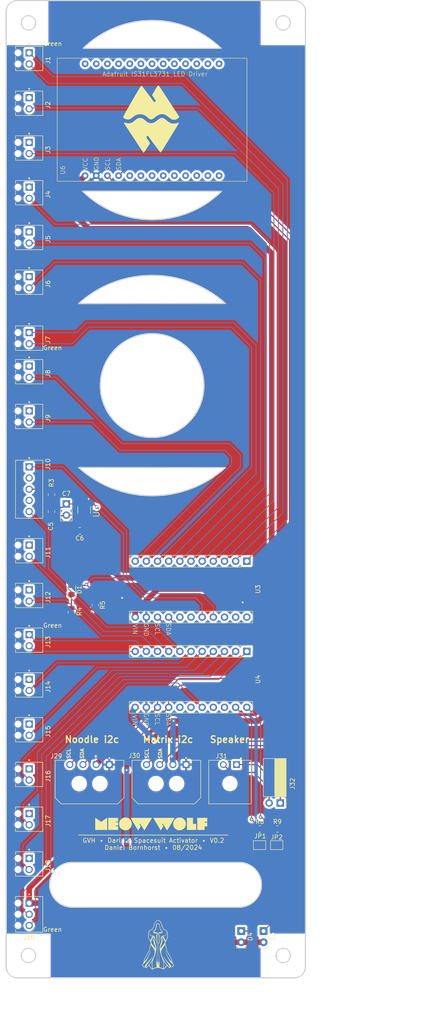
<source format=kicad_pcb>
(kicad_pcb (version 20221018) (generator pcbnew)
  (title_block (title "Darlu's Spacesuit Activator") (date "2024-08-03") (rev "v01") (company "Meow Wolf") (comment 1 "Daniel Bornhorst"))
  (layers (0 "F.Cu" signal) (31 "B.Cu" signal) (34 "B.Paste" user) (35 "F.Paste" user) (36 "B.SilkS" user "B.Silkscreen") (37 "F.SilkS" user "F.Silkscreen") (38 "B.Mask" user) (39 "F.Mask" user) (44 "Edge.Cuts" user))
  (net 0 "")
  (net 1 "VCC")
  (net 2 "GND")
  (net 3 "Net-(U5-SNSK)")
  (net 4 "Net-(U5-SNS)")
  (net 5 "Net-(D1-K)")
  (net 6 "NOOD_SDA")
  (net 7 "NOOD_SCL")
  (net 8 "MATRIX_SDA")
  (net 9 "MATRIX_SCL")
  (net 10 "Net-(J31-Pin_1)")
  (net 11 "Net-(J31-Pin_2)")
  (net 12 "P11_0")
  (net 13 "P11_2")
  (net 14 "P11_3")
  (net 15 "P01_0")
  (net 16 "P01_1")
  (net 17 "P01_2")
  (net 18 "P01_3")
  (net 19 "P01_4")
  (net 20 "P01_5")
  (net 21 "P01_6")
  (net 22 "P01_7")
  (net 23 "P11_4")
  (net 24 "P11_5")
  (net 25 "P11_6")
  (net 26 "P11_7")
  (net 27 "P12_0")
  (net 28 "P12_2")
  (net 29 "P12_3")
  (net 30 "P02_0")
  (net 31 "P02_1")
  (net 32 "P02_2")
  (net 33 "P02_3")
  (net 34 "P02_4")
  (net 35 "P02_5")
  (net 36 "P02_6")
  (net 37 "P02_7")
  (net 38 "P12_4")
  (net 39 "P12_5")
  (net 40 "P12_6")
  (net 41 "P12_7")
  (net 44 "P11_1")
  (net 47 "P12_1")
  (net 70 "Net-(D4-K)")
  (net 71 "Net-(D5-K)")
  (net 88 "CAP_WIRE")
  (footprint "Jumper:SolderJumper-2_P1.3mm_Open_TrianglePad1.0x1.5mm" (layer "F.Cu") (at 112.395 217.17)
    (fp_text reference "JP2")
    (fp_text value "SolderJumper_2_Open")
  )
  (footprint "my_footprints:MOLEX_MICROFIT-RA-2POS" (layer "F.Cu") (at 101.749 203.2)
    (fp_text reference "J31")
    (fp_text value "Speaker In")
  )
  (footprint "my_footprints:PHOENIX_1725656-2POS" (layer "F.Cu") (at 56.059 199.8472 -90)
    (fp_text reference "J16")
    (fp_text value "Phoenix _725656")
  )
  (footprint "my_footprints:SOT95P270X145-6N" (layer "F.Cu") (at 68.58 141.07 -90)
    (fp_text reference "U5")
    (fp_text value "AT42QT1010")
  )
  (footprint "my_footprints:PHOENIX_1725656-2POS" (layer "F.Cu") (at 56.059 47.4472 -90)
    (fp_text reference "J2")
    (fp_text value "Phoenix _725656")
  )
  (footprint "my_footprints:PHOENIX_1725656-2POS" (layer "F.Cu") (at 56.059 67.7672 -90)
    (fp_text reference "J4")
    (fp_text value "Phoenix _725656")
  )
  (footprint "Jumper:SolderJumper-2_P1.3mm_Open_TrianglePad1.0x1.5mm" (layer "F.Cu") (at 108.495 217.17)
    (fp_text reference "JP1")
    (fp_text value "SolderJumper_2_Open")
  )
  (footprint "LED_THT:LED_Rectangular_W5.0mm_H2.0mm" (layer "F.Cu") (at 104.319 236.6772 -90)
    (fp_text reference "D4")
    (fp_text value "LED_Small")
  )
  (footprint "Resistor_SMD:R_0805_2012Metric" (layer "F.Cu") (at 112.559 213.487)
    (fp_text reference "R9")
    (fp_text value "220")
  )
  (footprint "Resistor_SMD:R_0805_2012Metric" (layer "F.Cu") (at 65.6825 164.291 90)
    (fp_text reference "R4")
    (fp_text value "1K")
  )
  (footprint "Capacitor_SMD:C_0805_2012Metric" (layer "F.Cu") (at 61.139 141.4272 -90)
    (fp_text reference "C5")
    (fp_text value "22nF")
  )
  (footprint "my_footprints:PHOENIX_1725656-2POS" (layer "F.Cu") (at 56.06 37.27 -90)
    (fp_text reference "J1")
    (fp_text value "Phoenix _725656")
  )
  (footprint "Resistor_SMD:R_0805_2012Metric" (layer "F.Cu") (at 108.5465 213.491)
    (fp_text reference "R8")
    (fp_text value "220")
  )
  (footprint "my_footprints:PHOENIX_1725656-2POS" (layer "F.Cu") (at 56.059 77.9272 -90)
    (fp_text reference "J5")
    (fp_text value "Phoenix _725656")
  )
  (footprint "my_footprints:MOLEX_MICROFIT-RA-4POS" (layer "F.Cu") (at 87.274 203.2)
    (fp_text reference "J30")
    (fp_text value "Matrix i2c")
  )
  (footprint "my_footprints:PHOENIX_1725656-2POS" (layer "F.Cu") (at 56.059 189.6872 -90)
    (fp_text reference "J15")
    (fp_text value "Phoenix _725656")
  )
  (footprint "my_footprints:PHOENIX_1725685-5POS" (layer "F.Cu") (at 56.059 131.2672 -90)
    (fp_text reference "J10")
    (fp_text value "Phoenix_5POS_1725685")
  )
  (footprint "my_footprints:MOLEX_MICROFIT-RA-4POS" (layer "F.Cu") (at 69.799 203.2)
    (fp_text reference "J29")
    (fp_text value "n00d i2c")
  )
  (footprint "MeowWolf_Logos:MW_Logo_Horizontal_1.0inch" (layer "F.Cu") (at 83.82 212.344)
    (fp_text reference "G***" hide)
    (fp_text value "LOGO" hide)
  )
  (footprint "my_footprints:Adafruit IS31FL3731 LED Driver" (layer "F.Cu") (at 82.76 52.46 90)
    (fp_text reference "U6")
    (fp_text value "IS31FL3731 LED Driver")
  )
  (footprint "my_footprints:PHOENIX_1725656-2POS" (layer "F.Cu") (at 56.059 88.0872 -90)
    (fp_text reference "J6")
    (fp_text value "Phoenix _725656")
  )
  (footprint "Resistor_SMD:R_0805_2012Metric" (layer "F.Cu") (at 61.139 137.6172 90)
    (fp_text reference "R3")
    (fp_text value "10K")
  )
  (footprint "my_footprints:PHOENIX_1725656-2POS" (layer "F.Cu") (at 56.059 169.3672 -90)
    (fp_text reference "J13")
    (fp_text value "Phoenix _725656")
  )
  (footprint "Resistor_SMD:R_0805_2012Metric" (layer "F.Cu") (at 71.12 162.6635 -90)
    (fp_text reference "R5")
    (fp_text value "10K")
  )
  (footprint "my_footprints:PHOENIX_1725656-2POS" (layer "F.Cu") (at 56.059 118.5672 -90)
    (fp_text reference "J9")
    (fp_text value "Phoenix _725656")
  )
  (footprint "my_footprints:PHOENIX_1725656-2POS" (layer "F.Cu") (at 56.059 100.7872 -90)
    (fp_text reference "J7")
    (fp_text value "Phoenix _725656")
  )
  (footprint "my_footprints:PHOENIX_1725656-2POS" (layer "F.Cu") (at 56.059 57.6072 -90)
    (fp_text reference "J3")
    (fp_text value "Phoenix _725656")
  )
  (footprint "my_footprints:PHOENIX_1725656-2POS" (layer "F.Cu") (at 56.059 159.2072 -90)
    (fp_text reference "J12")
    (fp_text value "Phoenix _725656")
  )
  (footprint "my_footprints:PHOENIX_1725669-3POS" (layer "F.Cu") (at 52.959 228.8272 -90)
    (fp_text reference "J19")
    (fp_text value "Phoenix_3POS_1725669")
  )
  (footprint "my_footprints:Adafruit_AW9523_GPIO_Expander" (layer "F.Cu") (at 94.159 159.04713 -90)
    (fp_text reference "U3")
    (fp_text value "AW9523 Expander" hide)
  )
  (footprint "LED_SMD:LED_0805_2012Metric_Pad1.15x1.40mm_HandSolder" (layer "F.Cu") (at 65.6825 159.211 90)
    (fp_text reference "D1")
    (fp_text value "LED_Small")
  )
  (footprint "Connector_PinHeader_2.54mm:PinHeader_1x02_P2.54mm_Vertical" (layer "F.Cu") (at 64.516 139.7)
    (fp_text reference "C7")
    (fp_text value "22nF")
  )
  (footprint "Capacitor_SMD:C_0805_2012Metric" (layer "F.Cu") (at 67.564 145.796 180)
    (fp_text reference "C6")
    (fp_text value "0.1uF")
  )
  (footprint "my_footprints:PHOENIX_1725656-2POS" (layer "F.Cu") (at 56.059 210.0072 -90)
    (fp_text reference "J17")
    (fp_text value "Phoenix _725656")
  )
  (footprint "my_footprints:PHOENIX_1725656-2POS" (layer "F.Cu") (at 56.059 179.5272 -90)
    (fp_text reference "J14")
    (fp_text value "Phoenix _725656")
  )
  (footprint "my_footprints:Adafruit_AW9523_GPIO_Expander" (layer "F.Cu") (at 94.159 179.5272 -90)
    (fp_text reference "U4")
    (fp_text value "AW9523 Expander")
  )
  (footprint "Connector_PinSocket_2.54mm:PinSocket_1x02_P2.54mm_Horizontal" (layer "F.Cu") (at 113.209 207.6 -90)
    (fp_text reference "J32")
    (fp_text value "Speaker")
  )
  (footprint "my_footprints:PHOENIX_1725656-2POS" (layer "F.Cu") (at 56.059 149.0472 -90)
    (fp_text reference "J11")
    (fp_text value "Phoenix _725656")
  )
  (footprint "my_footprints:PHOENIX_1725656-2POS" (layer "F.Cu") (at 56.059 220.1672 -90)
    (fp_text reference "J18")
    (fp_text value "Phoenix _725656")
  )
  (footprint "my_footprints:PHOENIX_1725656-2POS" (layer "F.Cu") (at 56.059 108.4072 -90)
    (fp_text reference "J8")
    (fp_text value "Phoenix _725656")
  )
  (footprint "MeowWolf_Logos:MW_Mark_0.50inch" (layer "F.Cu") (at 83.82 52.324)
    (fp_text reference "G***" hide)
    (fp_text value "LOGO" hide)
  )
  (footprint "LED_THT:LED_Rectangular_W5.0mm_H2.0mm" (layer "F.Cu") (at 109.399 236.6772 -90)
    (fp_text reference "D5")
    (fp_text value "LED_Small")
  )
  (gr_poly (pts (xy 85.400248 234.205765) (xy 85.421983 234.206182) (xy 85.44223 234.206925) (xy 85.461174 234.208032) (xy 85.479002 234.209543) (xy 85.495901 234.211495) (xy 85.512055 234.213927) (xy 85.527651 234.216879) (xy 85.542874 234.220389) (xy 85.557912 234.224496) (xy 85.57295 234.229239) (xy 85.588174 234.234656) (xy 85.60377 234.240786) (xy 85.619924 234.247668) (xy 85.636822 234.255341) (xy 85.654651 234.263843) (xy 85.68545 234.279544) (xy 85.715381 234.296931) (xy 85.744506 234.316078) (xy 85.772886 234.337058) (xy 85.800585 234.359945) (xy 85.827664 234.384812) (xy 85.854184 234.411734) (xy 85.880208 234.440783) (xy 85.905798 234.472034) (xy 85.931017 234.505559) (xy 85.955925 234.541434) (xy 85.980585 234.579731) (xy 86.005059 234.620523) (xy 86.029409 234.663886) (xy 86.053696 234.709891) (xy 86.077984 234.758614) (xy 86.106939 234.81923) (xy 86.133009 234.87594) (xy 86.157282 234.931533) (xy 86.180841 234.988801) (xy 86.204773 235.050534) (xy 86.230161 235.119522) (xy 86.258092 235.198556) (xy 86.289651 235.290426) (xy 86.348113 235.46101) (xy 86.37464 235.535841) (xy 86.39966 235.604371) (xy 86.423393 235.667102) (xy 86.44606 235.724539) (xy 86.467883 235.777186) (xy 86.489081 235.825546) (xy 86.509876 235.870123) (xy 86.530489 235.911422) (xy 86.551141 235.949945) (xy 86.572052 235.986198) (xy 86.593444 236.020683) (xy 86.615538 236.053904) (xy 86.638554 236.086366) (xy 86.662713 236.118572) (xy 86.678895 236.138715) (xy 86.69481 236.157557) (xy 86.710623 236.17522) (xy 86.726503 236.191828) (xy 86.742615 236.207507) (xy 86.759126 236.222379) (xy 86.776203 236.23657) (xy 86.794013 236.250202) (xy 86.812722 236.2634) (xy 86.832496 236.276288) (xy 86.853504 236.28899) (xy 86.87591 236.30163) (xy 86.899882 236.314332) (xy 86.925586 236.327221) (xy 86.95319 236.340419) (xy 86.982859 236.354051) (xy 87.020278 236.371028) (xy 87.055248 236.3873) (xy 87.087923 236.402967) (xy 87.118458 236.41813) (xy 87.147009 236.43289) (xy 87.173731 236.447348) (xy 87.198779 236.461604) (xy 87.222307 236.475759) (xy 87.244471 236.489915) (xy 87.265426 236.504171) (xy 87.285327 236.518629) (xy 87.304328 236.533389) (xy 87.322585 236.548552) (xy 87.340254 236.564219) (xy 87.357488 236.580491) (xy 87.374443 236.597468) (xy 87.386104 236.609381) (xy 87.397289 236.621337) (xy 87.408016 236.633378) (xy 87.418305 236.645547) (xy 87.428176 236.657887) (xy 87.437648 236.67044) (xy 87.44674 236.683249) (xy 87.455471 236.696356) (xy 87.463861 236.709804) (xy 87.47193 236.723636) (xy 87.479696 236.737894) (xy 87.48718 236.752621) (xy 87.494399 236.76786) (xy 87.501375 236.783653) (xy 87.508126 236.800043) (xy 87.514671 236.817072) (xy 87.523698 236.840724) (xy 87.531946 236.86416) (xy 87.539443 236.887533) (xy 87.546214 236.910999) (xy 87.552288 236.934713) (xy 87.557692 236.958831) (xy 87.562452 236.983506) (xy 87.566596 237.008895) (xy 87.57015 237.035152) (xy 87.573143 237.062432) (xy 87.577551 237.120681) (xy 87.580037 237.184884) (xy 87.580817 237.25628) (xy 87.581308 237.306996) (xy 87.58276 237.353928) (xy 87.585142 237.397016) (xy 87.588424 237.436197) (xy 87.590392 237.454303) (xy 87.592574 237.471409) (xy 87.594964 237.487508) (xy 87.59756 237.502591) (xy 87.600358 237.516651) (xy 87.603354 237.52968) (xy 87.606543 237.54167) (xy 87.609922 237.552614) (xy 87.620857 237.584353) (xy 87.625619 237.599599) (xy 87.629931 237.614542) (xy 87.633809 237.629269) (xy 87.637269 237.643864) (xy 87.640326 237.658412) (xy 87.642995 237.672999) (xy 87.645292 237.68771) (xy 87.647232 237.70263) (xy 87.648831 237.717845) (xy 87.650105 237.73344) (xy 87.651738 237.766109) (xy 87.652255 237.801321) (xy 87.651723 237.833586) (xy 87.650105 237.865964) (xy 87.647372 237.898566) (xy 87.643491 237.931505) (xy 87.638432 237.964894) (xy 87.632163 237.998845) (xy 87.624655 238.03347) (xy 87.615875 238.068882) (xy 87.605793 238.105193) (xy 87.594378 238.142515) (xy 87.581598 238.180962) (xy 87.567423 238.220645) (xy 87.534764 238.30417) (xy 87.496151 238.393989) (xy 87.431452 238.530373) (xy 87.341701 238.711158) (xy 87.240539 238.909306) (xy 87.14161 239.09778) (xy 87.035776 239.293571) (xy 87.035776 239.409988) (xy 87.037792 239.493368) (xy 87.039741 239.531358) (xy 87.042473 239.567539) (xy 87.046105 239.602402) (xy 87.050752 239.636439) (xy 87.056531 239.670143) (xy 87.063557 239.704006) (xy 87.071948 239.73852) (xy 87.08182 239.774177) (xy 87.093288 239.81147) (xy 87.106469 239.850891) (xy 87.138436 239.938085) (xy 87.178651 240.039696) (xy 87.213925 240.12953) (xy 87.243061 240.209195) (xy 87.267111 240.282658) (xy 87.277558 240.318304) (xy 87.28713 240.353888) (xy 87.295958 240.389907) (xy 87.304173 240.426855) (xy 87.319293 240.505528) (xy 87.333546 240.593874) (xy 87.347984 240.695862) (xy 87.357343 240.763191) (xy 87.365802 240.82125) (xy 87.373703 240.871433) (xy 87.381388 240.915136) (xy 87.389196 240.953753) (xy 87.397469 240.988682) (xy 87.401887 241.005198) (xy 87.406549 241.021315) (xy 87.411498 241.037208) (xy 87.416776 241.05305) (xy 87.426393 241.081053) (xy 87.436661 241.107909) (xy 87.449472 241.137184) (xy 87.466716 241.172443) (xy 87.490286 241.217251) (xy 87.522072 241.275175) (xy 87.617859 241.444632) (xy 87.89993 241.950276) (xy 88.140081 242.388203) (xy 88.322189 242.729391) (xy 88.386438 242.85464) (xy 88.43013 242.94482) (xy 88.454072 243) (xy 88.475316 243.053879) (xy 88.495382 243.111601) (xy 88.515789 243.178316) (xy 88.538057 243.259169) (xy 88.563704 243.359307) (xy 88.631214 243.638029) (xy 88.646221 243.700537) (xy 88.661476 243.759076) (xy 88.676979 243.813646) (xy 88.69273 243.864248) (xy 88.708728 243.910881) (xy 88.724975 243.953545) (xy 88.733192 243.973389) (xy 88.74147 243.99224) (xy 88.749811 244.0101) (xy 88.758213 244.026967) (xy 88.767763 244.045482) (xy 88.772399 244.053924) (xy 88.777065 244.061982) (xy 88.781856 244.069777) (xy 88.786863 244.077429) (xy 88.792181 244.085057) (xy 88.797901 244.092782) (xy 88.804118 244.100724) (xy 88.810924 244.109003) (xy 88.818412 244.117739) (xy 88.826675 244.127053) (xy 88.845899 244.147894) (xy 88.869339 244.172487) (xy 88.894185 244.196341) (xy 88.906046 244.208806) (xy 88.91915 244.223415) (xy 88.932991 244.239938) (xy 88.947061 244.258147) (xy 88.960851 244.277813) (xy 88.973855 244.298708) (xy 88.985564 244.320603) (xy 88.990774 244.331853) (xy 88.995471 244.343269) (xy 88.99959 244.354819) (xy 89.003068 244.366477) (xy 89.005842 244.378214) (xy 89.007847 244.39) (xy 89.009022 244.401808) (xy 89.009302 244.413608) (xy 89.008623 244.425372) (xy 89.006923 244.437072) (xy 88.998656 244.440769) (xy 88.990246 244.445841) (xy 88.981718 244.452189) (xy 88.9731 244.459717) (xy 88.964418 244.468326) (xy 88.955699 244.477919) (xy 88.938255 244.499663) (xy 88.920981 244.524166) (xy 88.904091 244.550647) (xy 88.887798 244.578321) (xy 88.872316 244.606405) (xy 88.857856 244.634118) (xy 88.844633 244.660676) (xy 88.822748 244.707195) (xy 88.803193 244.751926) (xy 88.791551 244.761025) (xy 88.778518 244.769957) (xy 88.748669 244.787283) (xy 88.714425 244.803818) (xy 88.676565 244.819478) (xy 88.635868 244.834176) (xy 88.593113 244.847828) (xy 88.549079 244.860348) (xy 88.504545 244.871651) (xy 88.46029 244.881651) (xy 88.417093 244.890265) (xy 88.375733 244.897405) (xy 88.336989 244.902987) (xy 88.301641 244.906927) (xy 88.270466 244.909137) (xy 88.244245 244.909534) (xy 88.223756 244.908031) (xy 88.213846 244.90689) (xy 88.204442 244.906898) (xy 88.195522 244.907998) (xy 88.187066 244.910129) (xy 88.179051 244.913233) (xy 88.171457 244.917251) (xy 88.164262 244.922124) (xy 88.157445 244.927792) (xy 88.150984 244.934197) (xy 88.144859 244.941278) (xy 88.139048 244.948978) (xy 88.133529 244.957237) (xy 88.123284 244.975196) (xy 88.113954 244.994682) (xy 88.105368 245.015222) (xy 88.097356 245.036343) (xy 88.082369 245.078439) (xy 88.075054 245.098467) (xy 88.067631 245.117186) (xy 88.059929 245.134121) (xy 88.051777 245.148801) (xy 88.037268 245.137575) (xy 88.016078 245.119263) (xy 87.956692 245.0643) (xy 87.879694 244.989741) (xy 87.791162 244.901416) (xy 87.697173 244.805153) (xy 87.603804 244.706782) (xy 87.517133 244.612131) (xy 87.443235 244.527031) (xy 87.138964 244.911338) (xy 87.025069 245.050823) (xy 86.907454 245.189316) (xy 86.791823 245.317638) (xy 86.736534 245.375118) (xy 86.683881 245.426613) (xy 86.621957 245.388176) (xy 86.519384 245.332934) (xy 86.381899 245.267646) (xy 86.301857 245.233347) (xy 86.215237 245.199072) (xy 86.122758 245.165664) (xy 86.025135 245.13397) (xy 85.923086 245.104833) (xy 85.817329 245.0791) (xy 85.708579 245.057614) (xy 85.597554 245.041221) (xy 85.484971 245.030765) (xy 85.371547 245.027092) (xy 85.31491 245.027983) (xy 85.258647 245.030593) (xy 85.202822 245.034825) (xy 85.147499 245.040585) (xy 85.092742 245.047777) (xy 85.038614 245.056306) (xy 84.932504 245.076991) (xy 84.829681 245.101878) (xy 84.730656 245.130202) (xy 84.635941 245.161201) (xy 84.546047 245.194111) (xy 84.461487 245.228167) (xy 84.382771 245.262608) (xy 84.310411 245.296669) (xy 84.244919 245.329586) (xy 84.186806 245.360596) (xy 84.136584 245.388936) (xy 84.06186 245.434551) (xy 84.020415 245.388688) (xy 83.941144 245.295851) (xy 83.713271 245.023454) (xy 83.289277 244.511155) (xy 83.182203 244.633029) (xy 83.031969 244.801535) (xy 82.862884 244.988893) (xy 82.699256 245.167321) (xy 82.694713 245.136976) (xy 82.688714 245.104152) (xy 82.685022 245.087119) (xy 82.680792 245.069839) (xy 82.675965 245.052434) (xy 82.670482 245.035029) (xy 82.664287 245.017749) (xy 82.65732 245.000716) (xy 82.649524 244.984056) (xy 82.640841 244.967891) (xy 82.631211 244.952347) (xy 82.620578 244.937547) (xy 82.608883 244.923615) (xy 82.602619 244.917014) (xy 82.596068 244.910676) (xy 82.572163 244.917991) (xy 82.542619 244.923067) (xy 82.508184 244.925895) (xy 82.469606 244.926467) (xy 82.427632 244.924776) (xy 82.383012 244.920814) (xy 82.336492 244.914573) (xy 82.288821 244.906045) (xy 82.240747 244.895223) (xy 82.193018 244.882098) (xy 82.146382 244.866663) (xy 82.101587 244.848911) (xy 82.059381 244.828834) (xy 82.020512 244.806423) (xy 82.002563 244.79434) (xy 81.985728 244.781671) (xy 81.970102 244.768415) (xy 81.955777 244.75457) (xy 81.916379 244.666514) (xy 81.895548 244.621835) (xy 81.884456 244.599739) (xy 81.872764 244.577962) (xy 81.860358 244.556618) (xy 81.847127 244.535825) (xy 81.832958 244.515698) (xy 81.817739 244.496355) (xy 81.801357 244.47791) (xy 81.792695 244.469061) (xy 81.7837 244.460481) (xy 81.774358 244.452183) (xy 81.764655 244.444183) (xy 81.754577 244.436496) (xy 81.74411 244.429134) (xy 81.741257 244.414637) (xy 81.740071 244.399943) (xy 81.740454 244.385086) (xy 81.740897 244.381508) (xy 81.857882 244.381508) (xy 81.866243 244.38812) (xy 81.87541 244.396944) (xy 81.885322 244.407838) (xy 81.895916 244.420659) (xy 81.907129 244.435262) (xy 81.918901 244.451504) (xy 81.943871 244.488334) (xy 81.970329 244.530001) (xy 81.99778 244.575357) (xy 82.025727 244.623256) (xy 82.053673 244.67255) (xy 82.057642 244.675466) (xy 82.061611 244.678271) (xy 82.069548 244.683588) (xy 82.077486 244.688596) (xy 82.085423 244.693386) (xy 82.101298 244.702688) (xy 82.109236 244.707386) (xy 82.117173 244.712238) (xy 82.204486 244.746633) (xy 82.224347 244.754636) (xy 82.243321 244.761795) (xy 82.261511 244.768132) (xy 82.279024 244.77367) (xy 82.295963 244.778434) (xy 82.312432 244.782445) (xy 82.328538 244.785728) (xy 82.344384 244.788305) (xy 82.360075 244.790201) (xy 82.375715 244.791437) (xy 82.39141 244.792038) (xy 82.407264 244.792026) (xy 82.423381 244.791425) (xy 82.439867 244.790259) (xy 82.456825 244.78855) (xy 82.474361 244.786321) (xy 82.462364 244.760017) (xy 82.449701 244.735259) (xy 82.425413 244.687887) (xy 82.415307 244.664025) (xy 82.407574 244.639213) (xy 82.404834 244.626256) (xy 82.402972 244.612828) (xy 82.402083 244.59885) (xy 82.402262 244.584245) (xy 82.403603 244.568934) (xy 82.406202 244.55284) (xy 82.410154 244.535885) (xy 82.415553 244.51799) (xy 82.422495 244.499078) (xy 82.431074 244.479071) (xy 82.441386 244.45789) (xy 82.453525 244.435458) (xy 82.467586 244.411696) (xy 82.483665 244.386528) (xy 82.501856 244.359873) (xy 82.522255 244.331656) (xy 82.570053 244.270218) (xy 82.627819 244.201591) (xy 82.6277 244.201586) (xy 82.627364 244.20155) (xy 82.627125 244.20151) (xy 82.626843 244.201452) (xy 82.626521 244.20137) (xy 82.626166 244.20126) (xy 82.625779 244.20112) (xy 82.625365 244.200945) (xy 82.624927 244.200731) (xy 82.624471 244.200475) (xy 82.623998 244.200172) (xy 82.623514 244.199819) (xy 82.623023 244.199411) (xy 82.622775 244.199186) (xy 82.622527 244.198945) (xy 82.622047 244.198434) (xy 82.621597 244.197893) (xy 82.621179 244.197324) (xy 82.620791 244.196729) (xy 82.620435 244.196108) (xy 82.620109 244.195463) (xy 82.619551 244.194109) (xy 82.619117 244.192677) (xy 82.618807 244.191179) (xy 82.618621 244.189626) (xy 82.618559 244.188031) (xy 82.618621 244.186406) (xy 82.618807 244.18476) (xy 82.619117 244.183107) (xy 82.619551 244.181458) (xy 82.620109 244.179825) (xy 82.620791 244.178218) (xy 82.621597 244.17665) (xy 82.622527 244.175133) (xy 82.844777 243.9423) (xy 83.025686 243.754115) (xy 83.118993 243.656178) (xy 83.212548 243.556008) (xy 83.371587 243.376091) (xy 83.528394 243.196175) (xy 83.678752 243.020227) (xy 83.818444 242.852216) (xy 83.868901 242.785879) (xy 83.917001 242.719883) (xy 83.962621 242.654321) (xy 84.005636 242.589287) (xy 84.045923 242.524872) (xy 84.083358 242.461171) (xy 84.117815 242.398275) (xy 84.149173 242.336279) (xy 84.150225 242.334824) (xy 84.151389 242.333442) (xy 84.152655 242.332145) (xy 84.154009 242.330946) (xy 84.155441 242.329855) (xy 84.156939 242.328884) (xy 84.158492 242.328045) (xy 84.159285 242.327678) (xy 84.160087 242.327349) (xy 84.160896 242.327059) (xy 84.161713 242.326809) (xy 84.162533 242.3266) (xy 84.163358 242.326434) (xy 84.164184 242.326314) (xy 84.165011 242.326239) (xy 84.165837 242.326211) (xy 84.16666 242.326233) (xy 84.16748 242.326305) (xy 84.168294 242.326429) (xy 84.169101 242.326606) (xy 84.1699 242.326838) (xy 84.17069 242.327126) (xy 84.171468 242.327471) (xy 84.172234 242.327876) (xy 84.172986 242.328341) (xy 84.174441 242.329394) (xy 84.175822 242.330558) (xy 84.177119 242.331824) (xy 84.178318 242.333178) (xy 84.179409 242.33461) (xy 84.18038 242.336108) (xy 84.181219 242.337661) (xy 84.181585 242.338454) (xy 84.181915 242.339256) (xy 84.182205 242.340065) (xy 84.182455 242.340882) (xy 84.182664 242.341702) (xy 84.182829 242.342527) (xy 84.18295 242.343353) (xy 84.183025 242.34418) (xy 84.183052 242.345006) (xy 84.183031 242.345829) (xy 84.182959 242.346648) (xy 84.182835 242.347463) (xy 84.182658 242.34827) (xy 84.182426 242.349069) (xy 84.182138 242.349859) (xy 84.181792 242.350637) (xy 84.181388 242.351403) (xy 84.180922 242.352154) (xy 84.177946 242.357234) (xy 84.174969 242.362531) (xy 84.171993 242.368013) (xy 84.169016 242.373651) (xy 84.163063 242.385268) (xy 84.15711 242.397133) (xy 84.138668 242.449814) (xy 84.116266 242.505478) (xy 84.060672 242.624675) (xy 83.992504 242.752553) (xy 83.913941 242.886943) (xy 83.827163 243.025673) (xy 83.734345 243.166574) (xy 83.637668 243.307475) (xy 83.539308 243.446206) (xy 83.346255 243.708474) (xy 83.172612 243.936016) (xy 82.953256 244.217466) (xy 82.911103 244.275303) (xy 82.869044 244.337852) (xy 82.848543 244.370971) (xy 82.828659 244.405362) (xy 82.809588 244.441055) (xy 82.791529 244.478081) (xy 82.77468 244.516471) (xy 82.759237 244.556257) (xy 82.745399 244.597469) (xy 82.733362 244.640138) (xy 82.723326 244.684296) (xy 82.715488 244.729972) (xy 82.710044 244.777199) (xy 82.707193 244.826008) (xy 82.712001 244.831587) (xy 82.716511 244.837402) (xy 82.720733 244.843443) (xy 82.724681 244.849696) (xy 82.728365 244.856151) (xy 82.731797 244.862796) (xy 82.734988 244.86962) (xy 82.737951 244.87661) (xy 82.740697 244.883755) (xy 82.743238 244.891043) (xy 82.745584 244.898463) (xy 82.747749 244.906003) (xy 82.749743 244.913652) (xy 82.751578 244.921398) (xy 82.754818 244.937133) (xy 82.804759 244.882894) (xy 82.832581 244.852302) (xy 82.860652 244.820717) (xy 83.002013 244.662892) (xy 83.133297 244.511609) (xy 83.213277 244.415905) (xy 83.358069 244.415905) (xy 83.36336 244.410613) (xy 84.072444 245.259926) (xy 84.072325 245.251735) (xy 84.071989 245.243018) (xy 84.07079 245.223876) (xy 84.067152 245.177906) (xy 84.057933 245.048425) (xy 84.044993 244.896124) (xy 84.026596 244.70612) (xy 84.001005 244.46353) (xy 83.991957 244.370792) (xy 83.984676 244.280223) (xy 83.979193 244.1935) (xy 83.975539 244.112295) (xy 83.973746 244.038284) (xy 83.973827 243.984923) (xy 84.08005 243.984923) (xy 84.080277 244.047271) (xy 84.082365 244.118579) (xy 84.086189 244.196957) (xy 84.091625 244.280512) (xy 84.09855 244.367355) (xy 84.106839 244.455592) (xy 84.132842 244.698595) (xy 84.152149 244.889509) (xy 84.165998 245.042719) (xy 84.175631 245.172612) (xy 84.178276 245.207009) (xy 84.184295 245.201641) (xy 84.190457 245.196436) (xy 84.196781 245.19137) (xy 84.203288 245.186421) (xy 84.216926 245.176778) (xy 84.231524 245.167321) (xy 84.247239 245.157864) (xy 84.264225 245.148221) (xy 84.282637 245.138207) (xy 84.302631 245.127634) (xy 84.334952 245.112146) (xy 84.370203 245.096499) (xy 84.448317 245.065084) (xy 84.534617 245.034104) (xy 84.626746 245.004271) (xy 84.722347 244.976299) (xy 84.819065 244.9509) (xy 84.914542 244.928788) (xy 85.006423 244.910676) (xy 85.080507 244.905384) (xy 85.05472 244.690026) (xy 85.035564 244.477079) (xy 85.02254 244.267341) (xy 85.015147 244.06161) (xy 85.012885 243.860686) (xy 85.015255 243.665366) (xy 85.021757 243.476448) (xy 85.03189 243.294732) (xy 85.045154 243.121015) (xy 85.061051 242.956096) (xy 85.098738 242.655846) (xy 85.140953 242.400368) (xy 85.183695 242.19605) (xy 85.197248 242.120899) (xy 85.209151 242.02049) (xy 85.228095 241.755974) (xy 85.240715 241.426655) (xy 85.247195 241.056688) (xy 85.247722 240.670226) (xy 85.242482 240.291422) (xy 85.231661 239.94443) (xy 85.215445 239.653404) (xy 85.208121 239.627272) (xy 85.201011 239.603345) (xy 85.19408 239.581472) (xy 85.187291 239.561503) (xy 85.180612 239.543285) (xy 85.174005 239.526668) (xy 85.167438 239.5115) (xy 85.160875 239.497631) (xy 85.15428 239.484909) (xy 85.147619 239.473182) (xy 85.140858 239.462301) (xy 85.133961 239.452114) (xy 85.126894 239.442469) (xy 85.119621 239.433216) (xy 85.112108 239.424203) (xy 85.104319 239.415279) (xy 85.089721 239.399523) (xy 85.075835 239.383488) (xy 85.069228 239.375123) (xy 85.06288 239.366398) (xy 85.056819 239.357216) (xy 85.051072 239.34748) (xy 85.045666 239.337092) (xy 85.040628 239.325956) (xy 85.035985 239.313976) (xy 85.031765 239.301053) (xy 85.027995 239.287092) (xy 85.024701 239.271996) (xy 85.021911 239.255666) (xy 85.019652 239.238008) (xy 85.015811 239.202328) (xy 85.011244 239.166756) (xy 85.005973 239.13134) (xy 85.000015 239.096125) (xy 84.993391 239.061158) (xy 84.986119 239.026486) (xy 84.969712 238.958211) (xy 84.950949 238.891672) (xy 84.929984 238.827242) (xy 84.918724 238.795934) (xy 84.906972 238.765292) (xy 84.894747 238.735364) (xy 84.882069 238.706196) (xy 84.873496 238.688713) (xy 84.865574 238.672006) (xy 84.851311 238.641042) (xy 84.838537 238.61355) (xy 84.832475 238.601184) (xy 84.826506 238.589779) (xy 84.824621 238.585368) (xy 84.822927 238.581063) (xy 84.821414 238.576862) (xy 84.820073 238.572762) (xy 84.818892 238.56876) (xy 84.817861 238.564856) (xy 84.816972 238.561045) (xy 84.816212 238.557326) (xy 84.815044 238.550153) (xy 84.814274 238.543316) (xy 84.813823 238.536798) (xy 84.813608 238.530578) (xy 84.813483 238.508295) (xy 84.81323 238.503277) (xy 84.812724 238.498441) (xy 84.811885 238.493767) (xy 84.811315 238.491485) (xy 84.810631 238.489237) (xy 84.809644 238.491222) (xy 84.808688 238.493206) (xy 84.807794 238.49519) (xy 84.80738 238.496183) (xy 84.806993 238.497175) (xy 84.806637 238.498167) (xy 84.806316 238.499159) (xy 84.806034 238.500151) (xy 84.805794 238.501143) (xy 84.805601 238.502136) (xy 84.805458 238.503128) (xy 84.80537 238.50412) (xy 84.805339 238.505112) (xy 84.803819 238.509979) (xy 84.802229 238.514657) (xy 84.800561 238.519141) (xy 84.798808 238.523426) (xy 84.796961 238.527511) (xy 84.795015 238.53139) (xy 84.792959 238.535059) (xy 84.790787 238.538516) (xy 84.788492 238.541755) (xy 84.787295 238.543292) (xy 84.786064 238.544774) (xy 84.784799 238.546199) (xy 84.783497 238.547568) (xy 84.782159 238.548879) (xy 84.780783 238.550133) (xy 84.779368 238.551328) (xy 84.777913 238.552465) (xy 84.776418 238.553543) (xy 84.774881 238.554561) (xy 84.773302 238.55552) (xy 84.771678 238.556417) (xy 84.770011 238.557254) (xy 84.768297 238.558029) (xy 84.767304 238.558059) (xy 84.766308 238.558143) (xy 84.765303 238.558273) (xy 84.764287 238.558442) (xy 84.762204 238.558866) (xy 84.760029 238.559352) (xy 84.757729 238.559838) (xy 84.756523 238.560061) (xy 84.755275 238.560261) (xy 84.753979 238.560431) (xy 84.752634 238.560561) (xy 84.751234 238.560645) (xy 84.749776 238.560675) (xy 84.748257 238.560643) (xy 84.746675 238.560546) (xy 84.745032 238.560378) (xy 84.743327 238.560137) (xy 84.741559 238.559819) (xy 84.73973 238.559419) (xy 84.737839 238.558934) (xy 84.735885 238.55836) (xy 84.73387 238.557693) (xy 84.731793 238.556929) (xy 84.729653 238.556064) (xy 84.727452 238.555094) (xy 84.725189 238.554016) (xy 84.722863 238.552826) (xy 84.720476 238.551519) (xy 84.718026 238.550092) (xy 84.716539 238.549069) (xy 84.715055 238.547989) (xy 84.713579 238.546854) (xy 84.712115 238.545668) (xy 84.710666 238.544437) (xy 84.709236 238.543162) (xy 84.70783 238.541849) (xy 84.706451 238.540501) (xy 84.705103 238.539122) (xy 84.70379 238.537715) (xy 84.702515 238.536286) (xy 84.701284 238.534837) (xy 84.700098 238.533372) (xy 84.698963 238.531896) (xy 84.697883 238.530413) (xy 84.69686 238.528925) (xy 84.691282 238.537143) (xy 84.685476 238.54494) (xy 84.67946 238.552325) (xy 84.673254 238.559311) (xy 84.666878 238.565909) (xy 84.66035 238.572132) (xy 84.653691 238.57799) (xy 84.64692 238.583495) (xy 84.640055 238.58866) (xy 84.633117 238.593494) (xy 84.626125 238.598012) (xy 84.619097 238.602223) (xy 84.612054 238.606139) (xy 84.605015 238.609773) (xy 84.598 238.613135) (xy 84.591027 238.616237) (xy 84.588575 238.683309) (xy 84.589021 238.749609) (xy 84.592166 238.815173) (xy 84.597806 238.880035) (xy 84.605741 238.944231) (xy 84.615769 239.007795) (xy 84.627688 239.070762) (xy 84.641297 239.133167) (xy 84.656394 239.195045) (xy 84.672778 239.256431) (xy 84.7086 239.377866) (xy 84.747151 239.49775) (xy 84.786818 239.616362) (xy 84.848292 239.803431) (xy 84.877836 239.898903) (xy 84.90555 239.995709) (xy 84.930659 240.093879) (xy 84.952389 240.193443) (xy 84.961744 240.243759) (xy 84.969964 240.294435) (xy 84.976951 240.345475) (xy 84.982609 240.396883) (xy 84.98814 240.478913) (xy 84.990025 240.563974) (xy 84.988522 240.651624) (xy 84.983891 240.74142) (xy 84.976392 240.832923) (xy 84.966284 240.925688) (xy 84.953828 241.019276) (xy 84.939283 241.113243) (xy 84.904965 241.300549) (xy 84.865407 241.484073) (xy 84.822686 241.660279) (xy 84.77888 241.825634) (xy 84.770725 241.860164) (xy 84.755811 241.91336) (xy 84.71538 242.047222) (xy 84.659817 242.225155) (xy 84.584081 242.437813) (xy 84.450797 242.807238) (xy 84.356756 243.065144) (xy 84.279893 243.278526) (xy 84.218532 243.452221) (xy 84.171001 243.591065) (xy 84.135623 243.699896) (xy 84.121969 243.744568) (xy 84.110725 243.78355) (xy 84.101683 243.817447) (xy 84.094633 243.846864) (xy 84.089366 243.872405) (xy 84.085672 243.894675) (xy 84.081807 243.933427) (xy 84.08005 243.984923) (xy 83.973827 243.984923) (xy 83.973844 243.973141) (xy 83.975865 243.91854) (xy 83.977606 243.895716) (xy 83.979839 243.876155) (xy 83.987332 243.836359) (xy 83.998608 243.78847) (xy 84.014721 243.729606) (xy 84.036724 243.656881) (xy 84.065673 243.567414) (xy 84.102622 243.45832) (xy 84.204734 243.169717) (xy 84.128295 243.303745) (xy 84.049623 243.436285) (xy 83.96847 243.567832) (xy 83.884589 243.698884) (xy 83.822898 243.792092) (xy 83.760648 243.883472) (xy 83.697531 243.973425) (xy 83.633235 244.062355) (xy 83.567451 244.150665) (xy 83.499868 244.238758) (xy 83.430178 244.327037) (xy 83.358069 244.415905) (xy 83.213277 244.415905) (xy 83.255837 244.364978) (xy 83.370967 244.221105) (xy 83.48002 244.078102) (xy 83.584329 243.934075) (xy 83.685228 243.787133) (xy 83.78405 243.635386) (xy 83.873486 243.495962) (xy 83.959295 243.355423) (xy 84.041569 243.213644) (xy 84.120401 243.0705) (xy 84.195885 242.925868) (xy 84.268113 242.779624) (xy 84.337178 242.631643) (xy 84.403174 242.481802) (xy 84.465031 242.26812) (xy 84.521493 242.060701) (xy 84.546712 241.959825) (xy 84.569397 241.861096) (xy 84.589152 241.764707) (xy 84.605581 241.670854) (xy 84.618289 241.579729) (xy 84.626882 241.491526) (xy 84.630963 241.40644) (xy 84.630137 241.324663) (xy 84.62401 241.24639) (xy 84.612185 241.171815) (xy 84.604013 241.135974) (xy 84.594268 241.10113) (xy 84.5829 241.067308) (xy 84.569862 241.034531) (xy 84.537024 240.962752) (xy 84.498523 240.887687) (xy 84.455084 240.809893) (xy 84.407432 240.729929) (xy 84.356293 240.648353) (xy 84.30239 240.565722) (xy 84.189192 240.399531) (xy 83.961526 240.079054) (xy 83.858654 239.933699) (xy 83.77082 239.804219) (xy 83.762505 239.8314) (xy 83.753415 239.85945) (xy 83.743519 239.888492) (xy 83.732786 239.918651) (xy 83.721185 239.950049) (xy 83.708684 239.982812) (xy 83.680861 240.052926) (xy 83.644719 240.142626) (xy 83.614964 240.221846) (xy 83.590541 240.294493) (xy 83.580001 240.329572) (xy 83.570398 240.364473) (xy 83.561601 240.399684) (xy 83.553479 240.435693) (xy 83.538731 240.512061) (xy 83.525099 240.597482) (xy 83.511528 240.695864) (xy 83.499043 240.78623) (xy 83.487054 240.864163) (xy 83.481091 240.899078) (xy 83.475066 240.931616) (xy 83.468916 240.962023) (xy 83.462581 240.990543) (xy 83.455997 241.017419) (xy 83.449103 241.042896) (xy 83.441838 241.067219) (xy 83.434138 241.09063) (xy 83.425942 241.113375) (xy 83.417188 241.135697) (xy 83.407814 241.157841) (xy 83.397757 241.180051) (xy 83.389329 241.197187) (xy 83.376467 241.221888) (xy 83.340541 241.28853) (xy 83.296182 241.369062) (xy 83.249591 241.452572) (xy 82.982237 241.930144) (xy 82.737953 242.373983) (xy 82.543773 242.73547) (xy 82.473922 242.870139) (xy 82.426736 242.965989) (xy 82.402521 243.018326) (xy 82.380848 243.070168) (xy 82.360787 243.12449) (xy 82.341408 243.18427) (xy 82.321781 243.252482) (xy 82.300977 243.332105) (xy 82.278063 243.426115) (xy 82.252111 243.537488) (xy 82.250013 243.54817) (xy 82.247729 243.558448) (xy 82.245321 243.568417) (xy 82.242851 243.578168) (xy 82.237973 243.597392) (xy 82.235688 243.60705) (xy 82.23359 243.616864) (xy 82.283231 243.577026) (xy 82.335538 243.530456) (xy 82.389953 243.477925) (xy 82.445919 243.420204) (xy 82.502876 243.358065) (xy 82.560268 243.292279) (xy 82.617536 243.223617) (xy 82.674122 243.152851) (xy 82.729467 243.080751) (xy 82.783014 243.00809) (xy 82.834205 242.935638) (xy 82.882481 242.864166) (xy 82.927285 242.794446) (xy 82.968057 242.727249) (xy 83.004241 242.663347) (xy 83.035278 242.60351) (xy 83.179352 242.305606) (xy 83.368322 241.906994) (xy 83.558781 241.495485) (xy 83.641003 241.312333) (xy 83.707319 241.158885) (xy 83.713035 241.142147) (xy 83.718316 241.125688) (xy 83.723226 241.109539) (xy 83.727825 241.093731) (xy 83.744361 241.03453) (xy 83.744632 241.033554) (xy 83.744947 241.032609) (xy 83.745306 241.031695) (xy 83.745705 241.030815) (xy 83.746142 241.029967) (xy 83.746617 241.029153) (xy 83.747126 241.028372) (xy 83.747668 241.027626) (xy 83.748242 241.026915) (xy 83.748844 241.026239) (xy 83.749474 241.025599) (xy 83.750128 241.024996) (xy 83.750806 241.024429) (xy 83.751505 241.0239) (xy 83.752224 241.023408) (xy 83.75296 241.022955) (xy 83.753712 241.02254) (xy 83.754477 241.022165) (xy 83.755254 241.021829) (xy 83.75604 241.021534) (xy 83.756834 241.021279) (xy 83.757634 241.021065) (xy 83.758438 241.020893) (xy 83.759244 241.020764) (xy 83.76005 241.020676) (xy 83.760854 241.020632) (xy 83.761654 241.020632) (xy 83.762448 241.020676) (xy 83.763234 241.020764) (xy 83.764011 241.020897) (xy 83.764776 241.021076) (xy 83.765528 241.021301) (xy 83.766504 241.021572) (xy 83.76745 241.021887) (xy 83.768363 241.022246) (xy 83.769243 241.022644) (xy 83.770091 241.023082) (xy 83.770905 241.023556) (xy 83.771686 241.024066) (xy 83.772432 241.024608) (xy 83.773143 241.025181) (xy 83.773819 241.025784) (xy 83.774459 241.026413) (xy 83.775062 241.027068) (xy 83.775629 241.027746) (xy 83.776158 241.028445) (xy 83.77665 241.029164) (xy 83.777103 241.0299) (xy 83.777518 241.030651) (xy 83.777893 241.031416) (xy 83.778229 241.032193) (xy 83.778525 241.03298) (xy 83.778779 241.033774) (xy 83.778993 241.034574) (xy 83.779165 241.035378) (xy 83.779295 241.036184) (xy 83.779382 241.036989) (xy 83.779426 241.037793) (xy 83.779426 241.038593) (xy 83.779382 241.039387) (xy 83.779294 241.040174) (xy 83.779161 241.040951) (xy 83.778982 241.041716) (xy 83.778757 241.042467) (xy 83.713035 241.260154) (xy 83.617609 241.53083) (xy 83.499239 241.837535) (xy 83.364684 242.163308) (xy 83.220703 242.49119) (xy 83.074056 242.80422) (xy 82.931501 243.085438) (xy 82.863871 243.208817) (xy 82.799799 243.317884) (xy 82.755486 243.38844) (xy 82.711825 243.454454) (xy 82.668783 243.51622) (xy 82.626331 243.574033) (xy 82.584437 243.628188) (xy 82.54307 243.678978) (xy 82.502199 243.726698) (xy 82.461794 243.771644) (xy 82.421822 243.814109) (xy 82.382253 243.854388) (xy 82.343057 243.892776) (xy 82.304201 243.929567) (xy 82.227389 243.999537) (xy 82.151569 244.066655) (xy 82.107913 244.104853) (xy 82.064257 244.144045) (xy 82.020601 244.184228) (xy 81.976944 244.225404) (xy 81.975952 244.226863) (xy 81.974955 244.228267) (xy 81.97395 244.229625) (xy 81.972934 244.230944) (xy 81.971903 244.232232) (xy 81.970852 244.233497) (xy 81.968676 244.235988) (xy 81.966377 244.238478) (xy 81.963922 244.241031) (xy 81.958424 244.246571) (xy 81.889632 244.318009) (xy 81.879834 244.333884) (xy 81.875168 244.341821) (xy 81.87078 244.349759) (xy 81.86872 244.353727) (xy 81.866765 244.357696) (xy 81.864926 244.361665) (xy 81.863215 244.365634) (xy 81.861643 244.369602) (xy 81.860223 244.373571) (xy 81.858965 244.37754) (xy 81.857882 244.381508) (xy 81.740897 244.381508) (xy 81.742307 244.370104) (xy 81.745529 244.35503) (xy 81.750023 244.339901) (xy 81.755687 244.324751) (xy 81.762424 244.309616) (xy 81.770134 244.294532) (xy 81.778717 244.279533) (xy 81.788075 244.264656) (xy 81.798107 244.249935) (xy 81.819799 244.221104) (xy 81.842998 244.193324) (xy 81.866911 244.166876) (xy 81.890742 244.142045) (xy 81.934982 244.098363) (xy 81.969363 244.064541) (xy 81.980869 244.052034) (xy 81.987527 244.042842) (xy 81.999107 244.019605) (xy 82.010962 243.993744) (xy 82.03511 243.935314) (xy 82.059197 243.869876) (xy 82.082446 243.799756) (xy 82.104083 243.72728) (xy 82.123332 243.654773) (xy 82.139419 243.58456) (xy 82.151568 243.518967) (xy 82.161554 243.459436) (xy 82.171676 243.404618) (xy 82.181944 243.35414) (xy 82.192372 243.307631) (xy 82.20297 243.264719) (xy 82.21375 243.225032) (xy 82.224725 243.188197) (xy 82.235904 243.153843) (xy 82.247301 243.121596) (xy 82.258926 243.091087) (xy 82.270791 243.061941) (xy 82.282909 243.033788) (xy 82.307946 242.978969) (xy 82.334131 242.923655) (xy 82.381322 242.826704) (xy 82.451209 242.69078) (xy 82.645678 242.326689) (xy 82.890748 241.880742) (xy 83.159631 241.402301) (xy 83.212134 241.309614) (xy 83.256204 241.230322) (xy 83.288367 241.170873) (xy 83.298899 241.150605) (xy 83.305151 241.137717) (xy 83.321956 241.097223) (xy 83.336901 241.055862) (xy 83.350358 241.011771) (xy 83.362698 240.963092) (xy 83.374294 240.907964) (xy 83.385518 240.844526) (xy 83.396742 240.770918) (xy 83.408339 240.68528) (xy 83.422901 240.582934) (xy 83.437526 240.493581) (xy 83.453266 240.413343) (xy 83.461884 240.375431) (xy 83.471177 240.338345) (xy 83.481276 240.3016) (xy 83.492313 240.264711) (xy 83.504419 240.227195) (xy 83.517727 240.188566) (xy 83.548475 240.106034) (xy 83.585609 240.013238) (xy 83.623313 239.919905) (xy 83.639327 239.877764) (xy 83.653575 239.838076) (xy 83.666147 239.800418) (xy 83.677139 239.764369) (xy 83.686642 239.729507) (xy 83.69475 239.695407) (xy 83.701556 239.661649) (xy 83.707153 239.627809) (xy 83.711633 239.593466) (xy 83.71509 239.558196) (xy 83.717617 239.521577) (xy 83.719307 239.483188) (xy 83.720547 239.399405) (xy 83.720547 239.285634) (xy 83.64324 239.141807) (xy 83.840891 239.141807) (xy 83.842762 239.194243) (xy 83.848265 239.24717) (xy 83.857698 239.300571) (xy 83.871359 239.354425) (xy 83.882858 239.388238) (xy 83.897373 239.423144) (xy 83.914693 239.459058) (xy 83.934611 239.495894) (xy 83.956916 239.533567) (xy 83.981399 239.571993) (xy 84.007851 239.611085) (xy 84.036062 239.650758) (xy 84.096926 239.731508) (xy 84.162318 239.813559) (xy 84.230562 239.896231) (xy 84.299984 239.978841) (xy 84.370584 240.062511) (xy 84.438642 240.144661) (xy 84.502855 240.225012) (xy 84.533113 240.264427) (xy 84.561921 240.303287) (xy 84.589117 240.341557) (xy 84.614538 240.379204) (xy 84.638021 240.416192) (xy 84.659404 240.452487) (xy 84.678523 240.488052) (xy 84.695216 240.522855) (xy 84.709319 240.556858) (xy 84.720672 240.590029) (xy 84.744484 240.661467) (xy 84.757713 240.701154) (xy 84.774642 240.629412) (xy 84.789959 240.557825) (xy 84.796198 240.521518) (xy 84.801059 240.484563) (xy 84.804213 240.446733) (xy 84.805337 240.407798) (xy 84.804105 240.36753) (xy 84.80019 240.325699) (xy 84.793268 240.282079) (xy 84.783013 240.236439) (xy 84.769099 240.188551) (xy 84.751201 240.138186) (xy 84.728994 240.085116) (xy 84.70215 240.029113) (xy 84.651178 239.927289) (xy 84.60443 239.829058) (xy 84.561915 239.73423) (xy 84.523639 239.642614) (xy 84.489611 239.554022) (xy 84.459839 239.468263) (xy 84.43433 239.385148) (xy 84.413093 239.304485) (xy 84.396134 239.226087) (xy 84.383461 239.149761) (xy 84.375083 239.075319) (xy 84.371007 239.002571) (xy 84.371241 238.931327) (xy 84.375793 238.861396) (xy 84.38467 238.79259) (xy 84.397879 238.724717) (xy 84.397885 238.723839) (xy 84.397897 238.723473) (xy 84.397921 238.723146) (xy 84.39796 238.722851) (xy 84.397987 238.722712) (xy 84.398019 238.722578) (xy 84.398057 238.722448) (xy 84.398101 238.722321) (xy 84.398152 238.722196) (xy 84.39821 238.722072) (xy 84.398276 238.721947) (xy 84.39835 238.721822) (xy 84.398433 238.721695) (xy 84.398525 238.721565) (xy 84.398739 238.721293) (xy 84.398996 238.720997) (xy 84.399299 238.72067) (xy 84.399652 238.720304) (xy 84.400525 238.719426) (xy 84.398013 238.720883) (xy 84.395435 238.722278) (xy 84.392787 238.723611) (xy 84.390066 238.724883) (xy 84.387267 238.726092) (xy 84.384387 238.727239) (xy 84.381421 238.728324) (xy 84.378366 238.729347) (xy 84.375218 238.730308) (xy 84.371974 238.731208) (xy 84.368628 238.732045) (xy 84.365178 238.73282) (xy 84.36162 238.733533) (xy 84.357949 238.734184) (xy 84.354162 238.734773) (xy 84.350254 238.7353) (xy 84.34948 238.737486) (xy 84.348648 238.739582) (xy 84.347763 238.741588) (xy 84.346828 238.743506) (xy 84.345849 238.74534) (xy 84.34483 238.74709) (xy 84.343775 238.748759) (xy 84.342689 238.750348) (xy 84.341575 238.75186) (xy 84.340439 238.753297) (xy 84.339284 238.754659) (xy 84.338116 238.75595) (xy 84.336937 238.757171) (xy 84.335753 238.758325) (xy 84.333387 238.760436) (xy 84.331052 238.762298) (xy 84.328783 238.763929) (xy 84.326614 238.765342) (xy 84.324582 238.766554) (xy 84.322719 238.76758) (xy 84.321062 238.768435) (xy 84.318504 238.769696) (xy 84.318248 238.769936) (xy 84.317978 238.770161) (xy 84.317694 238.770372) (xy 84.317398 238.770569) (xy 84.31709 238.770752) (xy 84.316772 238.770922) (xy 84.316106 238.771225) (xy 84.31541 238.771482) (xy 84.31469 238.771696) (xy 84.313955 238.771871) (xy 84.313213 238.772011) (xy 84.31247 238.77212) (xy 84.311735 238.772202) (xy 84.311015 238.772261) (xy 84.310319 238.7723) (xy 84.309027 238.772336) (xy 84.307921 238.772342) (xy 84.306433 238.772311) (xy 84.304947 238.772219) (xy 84.303465 238.772067) (xy 84.301989 238.771856) (xy 84.30052 238.771587) (xy 84.299061 238.77126) (xy 84.297614 238.770878) (xy 84.29618 238.77044) (xy 84.294762 238.769948) (xy 84.293361 238.769403) (xy 84.29198 238.768805) (xy 84.29062 238.768156) (xy 84.289283 238.767457) (xy 84.287972 238.766708) (xy 84.286687 238.765911) (xy 84.285432 238.765066) (xy 84.284207 238.764175) (xy 84.283016 238.763238) (xy 84.281859 238.762256) (xy 84.28074 238.761232) (xy 84.279659 238.760164) (xy 84.278618 238.759055) (xy 84.277621 238.757905) (xy 84.276668 238.756715) (xy 84.275761 238.755487) (xy 84.274903 238.75422) (xy 84.274095 238.752917) (xy 84.27334 238.751578) (xy 84.272638 238.750205) (xy 84.271993 238.748797) (xy 84.271407 238.747356) (xy 84.27088 238.745884) (xy 84.268234 238.740592) (xy 84.262435 238.740005) (xy 84.256938 238.739249) (xy 84.251735 238.738336) (xy 84.246819 238.737285) (xy 84.242183 238.736109) (xy 84.237817 238.734825) (xy 84.233715 238.733448) (xy 84.229869 238.731993) (xy 84.226271 238.730476) (xy 84.222914 238.728913) (xy 84.219789 238.727319) (xy 84.216888 238.725709) (xy 84.214205 238.7241) (xy 84.211731 238.722505) (xy 84.209458 238.720942) (xy 84.20738 238.719426) (xy 84.206915 238.720389) (xy 84.206517 238.721302) (xy 84.206188 238.722176) (xy 84.205933 238.723022) (xy 84.205755 238.723854) (xy 84.205659 238.724681) (xy 84.205642 238.725097) (xy 84.205648 238.725516) (xy 84.205676 238.725941) (xy 84.205726 238.726371) (xy 84.2058 238.726809) (xy 84.205897 238.727257) (xy 84.206165 238.728185) (xy 84.206534 238.729167) (xy 84.207008 238.730216) (xy 84.20759 238.731341) (xy 84.208284 238.732556) (xy 84.209095 238.733872) (xy 84.210026 238.7353) (xy 84.210522 238.735827) (xy 84.211018 238.736411) (xy 84.211514 238.73705) (xy 84.21201 238.73774) (xy 84.212506 238.738475) (xy 84.213002 238.739254) (xy 84.213994 238.740923) (xy 84.214987 238.742716) (xy 84.215979 238.744602) (xy 84.217963 238.74853) (xy 84.21852 238.750018) (xy 84.219193 238.751506) (xy 84.219975 238.752994) (xy 84.220857 238.754483) (xy 84.221833 238.755971) (xy 84.222893 238.757459) (xy 84.224032 238.758948) (xy 84.22524 238.760436) (xy 84.22651 238.761924) (xy 84.227834 238.763412) (xy 84.230614 238.766389) (xy 84.233518 238.769365) (xy 84.236484 238.772342) (xy 84.247233 238.785282) (xy 84.253042 238.792573) (xy 84.258974 238.800454) (xy 84.261948 238.804625) (xy 84.264906 238.808955) (xy 84.267834 238.813447) (xy 84.270715 238.818107) (xy 84.273534 238.822936) (xy 84.276275 238.827941) (xy 84.278923 238.833123) (xy 84.281463 238.838488) (xy 84.282867 238.841696) (xy 84.284105 238.844872) (xy 84.285183 238.848013) (xy 84.286104 238.851117) (xy 84.286874 238.854183) (xy 84.287498 238.857207) (xy 84.28798 238.860189) (xy 84.288326 238.863127) (xy 84.28854 238.866018) (xy 84.288627 238.86886) (xy 84.288592 238.871653) (xy 84.28844 238.874392) (xy 84.288175 238.877078) (xy 84.287803 238.879707) (xy 84.287328 238.882279) (xy 84.286755 238.88479) (xy 84.28609 238.887239) (xy 84.285336 238.889624) (xy 84.284498 238.891943) (xy 84.283583 238.894195) (xy 84.282593 238.896377) (xy 84.281535 238.898487) (xy 84.280413 238.900523) (xy 84.279231 238.902484) (xy 84.277996 238.904367) (xy 84.276711 238.906171) (xy 84.274012 238.909532) (xy 84.271174 238.912553) (xy 84.268235 238.915217) (xy 84.26625 238.916673) (xy 84.264266 238.918064) (xy 84.262281 238.919385) (xy 84.260297 238.920632) (xy 84.258312 238.921802) (xy 84.256328 238.922891) (xy 84.254344 238.923894) (xy 84.252359 238.924808) (xy 84.250375 238.925629) (xy 84.24839 238.926353) (xy 84.246406 238.926976) (xy 84.244422 238.927495) (xy 84.242437 238.927905) (xy 84.240453 238.928203) (xy 84.238469 238.928385) (xy 84.236484 238.928446) (xy 84.234997 238.928415) (xy 84.233513 238.928322) (xy 84.232037 238.928167) (xy 84.230573 238.92795) (xy 84.229124 238.927671) (xy 84.227694 238.92733) (xy 84.226288 238.926927) (xy 84.224909 238.926462) (xy 84.223561 238.925935) (xy 84.222248 238.925346) (xy 84.220973 238.924695) (xy 84.219742 238.923982) (xy 84.218556 238.923207) (xy 84.217421 238.922369) (xy 84.216341 238.92147) (xy 84.215318 238.920509) (xy 84.212898 238.918961) (xy 84.210595 238.9173) (xy 84.2084 238.915538) (xy 84.206305 238.913687) (xy 84.204304 238.911759) (xy 84.202388 238.909765) (xy 84.20055 238.907716) (xy 84.198781 238.905625) (xy 84.197075 238.903503) (xy 84.195422 238.901362) (xy 84.192249 238.897068) (xy 84.186213 238.888759) (xy 84.178152 238.878795) (xy 84.173889 238.873736) (xy 84.169347 238.868584) (xy 84.164432 238.863308) (xy 84.161806 238.860613) (xy 84.159053 238.857877) (xy 84.156159 238.855093) (xy 84.153115 238.852259) (xy 84.149908 238.849371) (xy 84.146526 238.846425) (xy 84.141838 238.84202) (xy 84.137674 238.837728) (xy 84.133998 238.833536) (xy 84.130775 238.829434) (xy 84.127971 238.825409) (xy 84.125551 238.82145) (xy 84.123479 238.817545) (xy 84.121721 238.813683) (xy 84.120243 238.809852) (xy 84.119008 238.80604) (xy 84.117983 238.802236) (xy 84.117132 238.798428) (xy 84.116421 238.794604) (xy 84.115814 238.790754) (xy 84.114776 238.782925) (xy 84.114308 238.78091) (xy 84.113887 238.778837) (xy 84.113122 238.774533) (xy 84.112357 238.770042) (xy 84.111468 238.765397) (xy 84.110939 238.763025) (xy 84.110331 238.760627) (xy 84.109631 238.758205) (xy 84.108823 238.755764) (xy 84.10789 238.753308) (xy 84.106818 238.750839) (xy 84.105591 238.748363) (xy 84.104193 238.745884) (xy 84.100356 238.738097) (xy 84.096813 238.730593) (xy 84.093612 238.723344) (xy 84.090798 238.716325) (xy 84.088418 238.709507) (xy 84.086519 238.702863) (xy 84.085764 238.699598) (xy 84.085147 238.696367) (xy 84.084673 238.693165) (xy 84.084349 238.68999) (xy 84.084179 238.686839) (xy 84.084178 238.686333) (xy 84.112292 238.686333) (xy 84.112462 238.689661) (xy 84.113035 238.693299) (xy 84.114007 238.697309) (xy 84.115375 238.701754) (xy 84.117134 238.706694) (xy 84.11928 238.712192) (xy 84.12181 238.71831) (xy 84.128006 238.732656) (xy 84.12987 238.736563) (xy 84.131505 238.740351) (xy 84.132931 238.744021) (xy 84.134166 238.74758) (xy 84.135232 238.75103) (xy 84.136146 238.754375) (xy 84.136928 238.75762) (xy 84.137598 238.760768) (xy 84.141236 238.782927) (xy 84.142254 238.788647) (xy 84.142811 238.791351) (xy 84.143426 238.793965) (xy 84.144119 238.796502) (xy 84.144909 238.798972) (xy 84.145816 238.801389) (xy 84.146858 238.803763) (xy 84.148055 238.806106) (xy 84.149426 238.808429) (xy 84.150991 238.810745) (xy 84.152769 238.813064) (xy 84.15478 238.8154) (xy 84.157043 238.817762) (xy 84.159577 238.820163) (xy 84.162402 238.822614) (xy 84.166279 238.826056) (xy 84.169978 238.829435) (xy 84.173506 238.832753) (xy 84.176872 238.836008) (xy 84.180082 238.839202) (xy 84.183145 238.842333) (xy 84.188861 238.848411) (xy 84.19408 238.85424) (xy 84.198865 238.859821) (xy 84.203278 238.865154) (xy 84.207381 238.870239) (xy 84.212921 238.87768) (xy 84.215474 238.881029) (xy 84.216723 238.88261) (xy 84.217965 238.884129) (xy 84.219206 238.885587) (xy 84.220455 238.886982) (xy 84.22172 238.888315) (xy 84.223008 238.889586) (xy 84.224327 238.890795) (xy 84.225685 238.891943) (xy 84.227089 238.893028) (xy 84.228548 238.894051) (xy 84.228804 238.894291) (xy 84.229075 238.894516) (xy 84.22936 238.894723) (xy 84.229659 238.894914) (xy 84.229972 238.895087) (xy 84.230298 238.895243) (xy 84.230636 238.89538) (xy 84.230987 238.895498) (xy 84.231349 238.895597) (xy 84.231723 238.895676) (xy 84.232107 238.895734) (xy 84.232501 238.895772) (xy 84.232905 238.895788) (xy 84.233318 238.895783) (xy 84.23374 238.895755) (xy 84.23417 238.895705) (xy 84.234608 238.895631) (xy 84.235053 238.895534) (xy 84.235505 238.895412) (xy 84.235963 238.895265) (xy 84.236427 238.895094) (xy 84.236897 238.894897) (xy 84.237371 238.894673) (xy 84.237849 238.894423) (xy 84.238332 238.894146) (xy 84.238818 238.893841) (xy 84.239306 238.893508) (xy 84.239797 238.893147) (xy 84.240291 238.892756) (xy 84.240785 238.892336) (xy 84.241281 238.891886) (xy 84.241777 238.891405) (xy 84.243198 238.889922) (xy 84.244154 238.888818) (xy 84.245208 238.887478) (xy 84.246308 238.885905) (xy 84.247404 238.884103) (xy 84.248446 238.882077) (xy 84.249384 238.87983) (xy 84.250166 238.877365) (xy 84.250743 238.874688) (xy 84.250939 238.87327) (xy 84.251064 238.871801) (xy 84.251113 238.87028) (xy 84.251079 238.868709) (xy 84.250956 238.867087) (xy 84.250737 238.865415) (xy 84.250417 238.863694) (xy 84.249989 238.861924) (xy 84.249446 238.860105) (xy 84.248783 238.858239) (xy 84.247993 238.856325) (xy 84.247069 238.854364) (xy 84.245025 238.84999) (xy 84.242868 238.845791) (xy 84.24061 238.841754) (xy 84.238263 238.837869) (xy 84.235839 238.834123) (xy 84.233349 238.830505) (xy 84.230804 238.827003) (xy 84.228217 238.823606) (xy 84.225599 238.820302) (xy 84.222962 238.817079) (xy 84.217675 238.810832) (xy 84.207381 238.798801) (xy 84.205428 238.796817) (xy 84.203537 238.794832) (xy 84.201707 238.792848) (xy 84.19994 238.790863) (xy 84.198235 238.788879) (xy 84.196591 238.786894) (xy 84.19501 238.78491) (xy 84.193491 238.782926) (xy 84.192034 238.780941) (xy 84.190638 238.778957) (xy 84.189305 238.776973) (xy 84.188034 238.774988) (xy 84.186825 238.773004) (xy 84.185677 238.771019) (xy 84.184592 238.769035) (xy 84.183569 238.767051) (xy 84.183561 238.766562) (xy 84.183539 238.766089) (xy 84.183501 238.76563) (xy 84.18345 238.765185) (xy 84.183385 238.764754) (xy 84.183307 238.764336) (xy 84.183217 238.76393) (xy 84.183114 238.763537) (xy 84.183 238.763155) (xy 84.182875 238.762785) (xy 84.182739 238.762425) (xy 84.182592 238.762075) (xy 84.182436 238.761735) (xy 84.182271 238.761404) (xy 84.182097 238.761081) (xy 84.181915 238.760767) (xy 84.181528 238.760162) (xy 84.181114 238.759584) (xy 84.180677 238.759029) (xy 84.18022 238.758494) (xy 84.179748 238.757974) (xy 84.179264 238.757465) (xy 84.178277 238.756468) (xy 84.176359 238.753487) (xy 84.174587 238.750479) (xy 84.172987 238.747416) (xy 84.17158 238.744272) (xy 84.17039 238.74102) (xy 84.16944 238.737632) (xy 84.168754 238.734081) (xy 84.168355 238.73034) (xy 84.168266 238.726382) (xy 84.16851 238.722181) (xy 84.169111 238.717707) (xy 84.170091 238.712936) (xy 84.171475 238.707839) (xy 84.173285 238.702389) (xy 84.175545 238.69656) (xy 84.178277 238.690323) (xy 84.183238 238.683709) (xy 84.184155 238.682719) (xy 84.185176 238.681745) (xy 84.18573 238.681269) (xy 84.186314 238.680802) (xy 84.18693 238.680347) (xy 84.187579 238.679906) (xy 84.188263 238.67948) (xy 84.188984 238.679071) (xy 84.189743 238.678682) (xy 84.19054 238.678314) (xy 84.191379 238.677969) (xy 84.192259 238.67765) (xy 84.193183 238.677357) (xy 84.194152 238.677094) (xy 84.194896 238.676869) (xy 84.19564 238.676689) (xy 84.196383 238.676553) (xy 84.197124 238.676458) (xy 84.197863 238.676405) (xy 84.1986 238.67639) (xy 84.199333 238.676414) (xy 84.200064 238.676474) (xy 84.200791 238.676568) (xy 84.201513 238.676697) (xy 84.20223 238.676857) (xy 84.202942 238.677047) (xy 84.203648 238.677267) (xy 84.204348 238.677514) (xy 84.205728 238.678086) (xy 84.207076 238.678751) (xy 84.208389 238.679497) (xy 84.209663 238.680312) (xy 84.210895 238.681186) (xy 84.212081 238.682107) (xy 84.213215 238.683062) (xy 84.214296 238.684041) (xy 84.215319 238.685032) (xy 84.217758 238.687429) (xy 84.219272 238.688845) (xy 84.220941 238.690323) (xy 84.221824 238.691066) (xy 84.222734 238.691801) (xy 84.223667 238.69252) (xy 84.22462 238.693217) (xy 84.225589 238.693882) (xy 84.226569 238.694508) (xy 84.227556 238.695089) (xy 84.228548 238.695614) (xy 84.227556 238.694652) (xy 84.226569 238.693744) (xy 84.225589 238.692882) (xy 84.22462 238.692059) (xy 84.220941 238.689) (xy 84.220089 238.688255) (xy 84.219272 238.687502) (xy 84.218493 238.686733) (xy 84.217758 238.685941) (xy 84.217069 238.685118) (xy 84.216743 238.684693) (xy 84.21643 238.684256) (xy 84.21613 238.683809) (xy 84.215845 238.683348) (xy 84.215574 238.682874) (xy 84.215319 238.682386) (xy 84.207402 238.672355) (xy 84.199609 238.66217) (xy 84.192065 238.651922) (xy 84.184892 238.641706) (xy 84.178215 238.631613) (xy 84.175102 238.626643) (xy 84.172159 238.621738) (xy 84.169402 238.616911) (xy 84.166846 238.612173) (xy 84.164508 238.607535) (xy 84.162402 238.60301) (xy 84.158418 238.611816) (xy 84.15434 238.620374) (xy 84.152238 238.624559) (xy 84.150077 238.628683) (xy 84.147847 238.632745) (xy 84.145535 238.636745) (xy 84.14313 238.640683) (xy 84.140621 238.644558) (xy 84.137995 238.648372) (xy 84.135241 238.652124) (xy 84.132348 238.655813) (xy 84.129303 238.659441) (xy 84.126096 238.663007) (xy 84.122715 238.66651) (xy 84.119955 238.669404) (xy 84.117625 238.672174) (xy 84.115721 238.674882) (xy 84.11424 238.67759) (xy 84.113657 238.678963) (xy 84.113177 238.68036) (xy 84.112802 238.681787) (xy 84.112529 238.683254) (xy 84.11236 238.684766) (xy 84.112292 238.686333) (xy 84.084178 238.686333) (xy 84.08417 238.683707) (xy 84.084328 238.680592) (xy 84.084659 238.67749) (xy 84.085167 238.674397) (xy 84.08586 238.671311) (xy 84.086743 238.668228) (xy 84.087821 238.665144) (xy 84.089101 238.662057) (xy 84.090589 238.658962) (xy 84.092289 238.655856) (xy 84.094209 238.652737) (xy 84.096353 238.6496) (xy 84.098728 238.646442) (xy 84.101339 238.64326) (xy 84.104193 238.64005) (xy 84.108536 238.634998) (xy 84.112647 238.629772) (xy 84.116541 238.624383) (xy 84.120233 238.618842) (xy 84.123739 238.613162) (xy 84.127075 238.607355) (xy 84.130255 238.601431) (xy 84.133297 238.595402) (xy 84.139022 238.583077) (xy 84.144376 238.570473) (xy 84.149481 238.557683) (xy 84.154463 238.5448) (xy 84.157109 238.547446) (xy 84.154463 238.539509) (xy 84.148096 238.51057) (xy 84.145254 238.495604) (xy 84.144108 238.488106) (xy 84.143218 238.480639) (xy 84.142638 238.473234) (xy 84.142528 238.469499) (xy 84.173829 238.469499) (xy 84.174045 238.474995) (xy 84.174546 238.480708) (xy 84.1753 238.486591) (xy 84.176271 238.492598) (xy 84.177424 238.498683) (xy 84.180137 238.5109) (xy 84.18316 238.522868) (xy 84.186214 238.534216) (xy 84.188074 238.541032) (xy 84.189687 238.547569) (xy 84.191051 238.553796) (xy 84.192167 238.559682) (xy 84.193035 238.565196) (xy 84.193656 238.570307) (xy 84.194028 238.574984) (xy 84.194121 238.577149) (xy 84.194152 238.579195) (xy 84.193902 238.581861) (xy 84.194141 238.584895) (xy 84.194861 238.588293) (xy 84.196053 238.592052) (xy 84.197711 238.596168) (xy 84.199826 238.600636) (xy 84.20239 238.605453) (xy 84.205397 238.610614) (xy 84.208837 238.616117) (xy 84.212703 238.621957) (xy 84.216989 238.628131) (xy 84.221685 238.634633) (xy 84.232278 238.648612) (xy 84.244422 238.663862) (xy 84.260297 238.679737) (xy 84.266235 238.685819) (xy 84.272079 238.692181) (xy 84.274938 238.695476) (xy 84.277738 238.698852) (xy 84.280469 238.702314) (xy 84.283118 238.705865) (xy 84.285674 238.709509) (xy 84.288125 238.713249) (xy 84.29046 238.717091) (xy 84.292668 238.721037) (xy 84.294735 238.725092) (xy 84.296652 238.729259) (xy 84.298406 238.733542) (xy 84.299985 238.737946) (xy 84.299993 238.738186) (xy 84.300016 238.738412) (xy 84.300053 238.738623) (xy 84.300104 238.738819) (xy 84.300169 238.739003) (xy 84.300247 238.739173) (xy 84.300337 238.73933) (xy 84.30044 238.739476) (xy 84.300554 238.739609) (xy 84.30068 238.739732) (xy 84.300816 238.739844) (xy 84.300962 238.739946) (xy 84.301118 238.740038) (xy 84.301283 238.740121) (xy 84.301457 238.740195) (xy 84.301639 238.740261) (xy 84.302026 238.74037) (xy 84.30244 238.740452) (xy 84.302877 238.740511) (xy 84.303334 238.740551) (xy 84.303806 238.740574) (xy 84.30429 238.740587) (xy 84.305277 238.740592) (xy 84.306731 238.739909) (xy 84.308104 238.738845) (xy 84.309376 238.737395) (xy 84.310527 238.735549) (xy 84.31154 238.733299) (xy 84.312393 238.730639) (xy 84.313068 238.727561) (xy 84.313545 238.724056) (xy 84.313806 238.720117) (xy 84.313829 238.715736) (xy 84.313598 238.710905) (xy 84.313091 238.705617) (xy 84.312289 238.699865) (xy 84.311173 238.693639) (xy 84.309724 238.686932) (xy 84.307923 238.679738) (xy 84.299908 238.653269) (xy 84.296499 238.64231) (xy 84.293412 238.632692) (xy 84.290589 238.624283) (xy 84.287971 238.616951) (xy 84.2855 238.610565) (xy 84.284302 238.607686) (xy 84.283118 238.604993) (xy 84.281943 238.602471) (xy 84.280768 238.600104) (xy 84.279586 238.597873) (xy 84.27839 238.595764) (xy 84.277173 238.593759) (xy 84.275927 238.591843) (xy 84.274645 238.589998) (xy 84.27332 238.588209) (xy 84.271945 238.586458) (xy 84.270512 238.58473) (xy 84.267445 238.581274) (xy 84.264059 238.57771) (xy 84.260298 238.573905) (xy 84.255006 238.568613) (xy 84.252212 238.564675) (xy 84.249766 238.5608) (xy 84.247646 238.556986) (xy 84.245828 238.553234) (xy 84.24429 238.549545) (xy 84.243007 238.545917) (xy 84.241956 238.542351) (xy 84.241115 238.538848) (xy 84.24046 238.535406) (xy 84.239968 238.532026) (xy 84.23992 238.531572) (xy 84.278818 238.531572) (xy 84.278849 238.532534) (xy 84.278937 238.533442) (xy 84.27908 238.534304) (xy 84.279273 238.535127) (xy 84.279513 238.535919) (xy 84.279795 238.536687) (xy 84.280116 238.537441) (xy 84.280472 238.538186) (xy 84.280859 238.538931) (xy 84.281273 238.539685) (xy 84.282168 238.541245) (xy 84.283124 238.54293) (xy 84.283615 238.543838) (xy 84.284111 238.5448) (xy 84.289402 238.550092) (xy 84.29765 238.559332) (xy 84.304781 238.567952) (xy 84.308045 238.572378) (xy 84.311169 238.577067) (xy 84.314199 238.58216) (xy 84.317184 238.587796) (xy 84.320168 238.594113) (xy 84.323199 238.601252) (xy 84.326323 238.609352) (xy 84.329586 238.618553) (xy 84.333036 238.628995) (xy 84.336718 238.640816) (xy 84.344965 238.669155) (xy 84.346908 238.677092) (xy 84.347802 238.681061) (xy 84.348603 238.68503) (xy 84.34928 238.688999) (xy 84.349802 238.692968) (xy 84.349995 238.694952) (xy 84.350138 238.696937) (xy 84.350226 238.698921) (xy 84.350257 238.700905) (xy 84.354179 238.700115) (xy 84.358012 238.699235) (xy 84.361756 238.698267) (xy 84.365414 238.697215) (xy 84.372482 238.69487) (xy 84.379237 238.692223) (xy 84.385697 238.689297) (xy 84.391883 238.686115) (xy 84.397812 238.6827) (xy 84.403505 238.679077) (xy 84.40898 238.675267) (xy 84.414258 238.671294) (xy 84.419358 238.667182) (xy 84.424299 238.662953) (xy 84.429101 238.658632) (xy 84.433782 238.654241) (xy 84.442862 238.645342) (xy 84.447828 238.640392) (xy 84.452825 238.635503) (xy 84.457884 238.630739) (xy 84.460446 238.628422) (xy 84.463036 238.62616) (xy 84.465656 238.62396) (xy 84.468312 238.62183) (xy 84.471006 238.619777) (xy 84.473743 238.617809) (xy 84.476527 238.615935) (xy 84.47936 238.614161) (xy 84.482249 238.612496) (xy 84.485195 238.610947) (xy 84.477588 238.604001) (xy 84.476736 238.603116) (xy 84.475919 238.602188) (xy 84.47514 238.601205) (xy 84.474405 238.600157) (xy 84.474054 238.599604) (xy 84.473715 238.599031) (xy 84.473389 238.598435) (xy 84.473077 238.597816) (xy 84.472777 238.597171) (xy 84.472492 238.5965) (xy 84.472221 238.595801) (xy 84.471965 238.595072) (xy 84.468739 238.589494) (xy 84.465997 238.583687) (xy 84.463727 238.577672) (xy 84.461919 238.571466) (xy 84.460561 238.56509) (xy 84.45964 238.558562) (xy 84.459146 238.551903) (xy 84.459067 238.545131) (xy 84.45939 238.538267) (xy 84.460106 238.531329) (xy 84.4612 238.524336) (xy 84.462664 238.517309) (xy 84.464483 238.510266) (xy 84.466648 238.503227) (xy 84.469146 238.496211) (xy 84.471965 238.489238) (xy 84.472236 238.48851) (xy 84.472552 238.487812) (xy 84.47291 238.487146) (xy 84.473309 238.48651) (xy 84.473746 238.485905) (xy 84.474221 238.485332) (xy 84.47473 238.484789) (xy 84.475272 238.484277) (xy 84.475846 238.483797) (xy 84.476448 238.483347) (xy 84.477078 238.482929) (xy 84.477732 238.482541) (xy 84.47841 238.482184) (xy 84.479109 238.481859) (xy 84.480564 238.481301) (xy 84.482081 238.480867) (xy 84.483644 238.480557) (xy 84.485238 238.480371) (xy 84.486848 238.480309) (xy 84.488458 238.480371) (xy 84.490052 238.480557) (xy 84.491615 238.480867) (xy 84.493132 238.481301) (xy 84.49386 238.481812) (xy 84.494558 238.482353) (xy 84.495225 238.482922) (xy 84.49586 238.483518) (xy 84.496465 238.484139) (xy 84.497038 238.484783) (xy 84.497581 238.48545) (xy 84.498093 238.486138) (xy 84.499023 238.48757) (xy 84.499829 238.489068) (xy 84.500511 238.49062) (xy 84.501069 238.492215) (xy 84.501503 238.49384) (xy 84.501813 238.495486) (xy 84.501999 238.497139) (xy 84.502062 238.498788) (xy 84.501999 238.500421) (xy 84.501813 238.502028) (xy 84.501503 238.503596) (xy 84.501069 238.505113) (xy 84.499417 238.508787) (xy 84.497929 238.512369) (xy 84.496599 238.515859) (xy 84.495421 238.519257) (xy 84.494388 238.522564) (xy 84.493494 238.52578) (xy 84.492733 238.528907) (xy 84.492098 238.531943) (xy 84.491583 238.534891) (xy 84.491183 238.53775) (xy 84.490889 238.540521) (xy 84.490697 238.543204) (xy 84.4906 238.545799) (xy 84.490592 238.548309) (xy 84.490666 238.550732) (xy 84.490816 238.553069) (xy 84.491036 238.555321) (xy 84.491319 238.557488) (xy 84.492051 238.56157) (xy 84.492961 238.565318) (xy 84.494 238.568737) (xy 84.495115 238.571831) (xy 84.496258 238.574603) (xy 84.498423 238.579197) (xy 84.499476 238.581149) (xy 84.50064 238.583031) (xy 84.501905 238.584836) (xy 84.50326 238.586555) (xy 84.504692 238.588181) (xy 84.50619 238.589707) (xy 84.507742 238.591124) (xy 84.509337 238.592425) (xy 84.510963 238.593602) (xy 84.512608 238.594647) (xy 84.514261 238.595553) (xy 84.51591 238.596311) (xy 84.517544 238.596915) (xy 84.518351 238.597156) (xy 84.51915 238.597355) (xy 84.51994 238.597512) (xy 84.520718 238.597625) (xy 84.521484 238.597694) (xy 84.522236 238.597717) (xy 84.52797 238.597075) (xy 84.533757 238.596149) (xy 84.539588 238.594949) (xy 84.545454 238.593485) (xy 84.551344 238.591767) (xy 84.557251 238.589805) (xy 84.569075 238.585191) (xy 84.580852 238.579724) (xy 84.59251 238.573486) (xy 84.603974 238.566558) (xy 84.61517 238.559022) (xy 84.626025 238.550958) (xy 84.636466 238.542449) (xy 84.646418 238.533576) (xy 84.655808 238.524419) (xy 84.664563 238.515061) (xy 84.672608 238.505583) (xy 84.679871 238.496067) (xy 84.686277 238.486593) (xy 84.683631 238.486593) (xy 84.679755 238.484516) (xy 84.676066 238.482262) (xy 84.672562 238.479837) (xy 84.669244 238.477249) (xy 84.666113 238.474507) (xy 84.663167 238.471617) (xy 84.660408 238.468587) (xy 84.657834 238.465426) (xy 84.655447 238.462141) (xy 84.653245 238.458739) (xy 84.65123 238.455229) (xy 84.649401 238.451618) (xy 84.647757 238.447914) (xy 84.6463 238.444125) (xy 84.645029 238.440258) (xy 84.643943 238.436322) (xy 84.643268 238.433082) (xy 84.642729 238.429816) (xy 84.642321 238.426528) (xy 84.642042 238.423222) (xy 84.642028 238.422762) (xy 84.666604 238.422762) (xy 84.666741 238.424885) (xy 84.666977 238.426973) (xy 84.667314 238.429023) (xy 84.667756 238.43103) (xy 84.667764 238.431518) (xy 84.667787 238.431992) (xy 84.667824 238.43245) (xy 84.667875 238.432895) (xy 84.66794 238.433326) (xy 84.668018 238.433745) (xy 84.668108 238.43415) (xy 84.668211 238.434544) (xy 84.668325 238.434925) (xy 84.668451 238.435296) (xy 84.668587 238.435656) (xy 84.668733 238.436006) (xy 84.668889 238.436346) (xy 84.669054 238.436677) (xy 84.669228 238.436999) (xy 84.66941 238.437313) (xy 84.669797 238.437918) (xy 84.670211 238.438497) (xy 84.670648 238.439051) (xy 84.671105 238.439587) (xy 84.671577 238.440107) (xy 84.672061 238.440615) (xy 84.673048 238.441613) (xy 84.673667 238.43622) (xy 84.674526 238.430962) (xy 84.675617 238.425852) (xy 84.676934 238.420901) (xy 84.678467 238.41612) (xy 84.68021 238.411522) (xy 84.682154 238.407117) (xy 84.684292 238.402918) (xy 84.686617 238.398935) (xy 84.687846 238.397029) (xy 84.689119 238.395182) (xy 84.690435 238.393394) (xy 84.691792 238.391668) (xy 84.69319 238.390005) (xy 84.694628 238.388407) (xy 84.696104 238.386874) (xy 84.697619 238.385409) (xy 84.69917 238.384013) (xy 84.700757 238.382686) (xy 84.702378 238.381432) (xy 84.704034 238.380251) (xy 84.705723 238.379144) (xy 84.707444 238.378113) (xy 84.708195 238.377881) (xy 84.708961 238.377679) (xy 84.709739 238.377509) (xy 84.710529 238.377369) (xy 84.712135 238.377183) (xy 84.713769 238.377121) (xy 84.715418 238.377183) (xy 84.717071 238.377369) (xy 84.718716 238.377679) (xy 84.720342 238.378113) (xy 84.721144 238.378377) (xy 84.721937 238.378671) (xy 84.722719 238.378997) (xy 84.723489 238.379354) (xy 84.724245 238.379741) (xy 84.724987 238.38016) (xy 84.725712 238.380609) (xy 84.726419 238.38109) (xy 84.727107 238.381601) (xy 84.727773 238.382144) (xy 84.728418 238.382718) (xy 84.729039 238.383322) (xy 84.729634 238.383958) (xy 84.730203 238.384625) (xy 84.730744 238.385322) (xy 84.731256 238.386051) (xy 84.731488 238.386803) (xy 84.731691 238.387568) (xy 84.732005 238.389136) (xy 84.732204 238.390742) (xy 84.73229 238.392376) (xy 84.732267 238.394025) (xy 84.73214 238.395678) (xy 84.731912 238.397323) (xy 84.731587 238.398949) (xy 84.731169 238.400544) (xy 84.730662 238.402096) (xy 84.730069 238.403594) (xy 84.729395 238.405026) (xy 84.728644 238.40638) (xy 84.727819 238.407646) (xy 84.726925 238.40881) (xy 84.725964 238.409862) (xy 84.724478 238.411413) (xy 84.723003 238.413092) (xy 84.721551 238.414903) (xy 84.720135 238.416849) (xy 84.718765 238.418935) (xy 84.717453 238.421164) (xy 84.716211 238.423541) (xy 84.71505 238.426068) (xy 84.713982 238.428751) (xy 84.713019 238.431592) (xy 84.712172 238.434597) (xy 84.711453 238.437768) (xy 84.710874 238.441109) (xy 84.710445 238.444625) (xy 84.71018 238.44832) (xy 84.710089 238.452196) (xy 84.710211 238.457648) (xy 84.710569 238.463069) (xy 84.711153 238.468428) (xy 84.711949 238.473693) (xy 84.712947 238.478835) (xy 84.714135 238.483822) (xy 84.715501 238.488623) (xy 84.717034 238.493206) (xy 84.718722 238.497542) (xy 84.720553 238.501598) (xy 84.722516 238.505345) (xy 84.7246 238.50875) (xy 84.725683 238.510316) (xy 84.726791 238.511784) (xy 84.727924 238.513151) (xy 84.72908 238.514414) (xy 84.730257 238.515568) (xy 84.731454 238.51661) (xy 84.732669 238.517536) (xy 84.733902 238.518342) (xy 84.734924 238.519302) (xy 84.736 238.520197) (xy 84.737122 238.521022) (xy 84.738284 238.521773) (xy 84.739476 238.522447) (xy 84.740692 238.523039) (xy 84.741923 238.523546) (xy 84.743162 238.523964) (xy 84.744401 238.524289) (xy 84.745632 238.524517) (xy 84.746848 238.524644) (xy 84.747447 238.524669) (xy 84.74804 238.524667) (xy 84.748625 238.524638) (xy 84.749202 238.524581) (xy 84.749768 238.524496) (xy 84.750324 238.524383) (xy 84.750869 238.52424) (xy 84.751401 238.524068) (xy 84.751919 238.523866) (xy 84.752423 238.523633) (xy 84.753444 238.523045) (xy 84.754516 238.522274) (xy 84.755626 238.521325) (xy 84.756764 238.520202) (xy 84.757917 238.518908) (xy 84.759073 238.517448) (xy 84.760222 238.515824) (xy 84.761352 238.514042) (xy 84.762451 238.512105) (xy 84.763507 238.510017) (xy 84.764509 238.507781) (xy 84.765445 238.505402) (xy 84.766303 238.502883) (xy 84.767073 238.500229) (xy 84.767741 238.497443) (xy 84.768297 238.494529) (xy 84.76911 238.491058) (xy 84.770055 238.487591) (xy 84.771125 238.484133) (xy 84.772313 238.480691) (xy 84.773611 238.477267) (xy 84.775012 238.473868) (xy 84.778096 238.467162) (xy 84.781504 238.46061) (xy 84.785181 238.454253) (xy 84.789066 238.448128) (xy 84.793103 238.442274) (xy 84.797232 238.43673) (xy 84.801397 238.431536) (xy 84.805538 238.426728) (xy 84.809598 238.422347) (xy 84.813518 238.418432) (xy 84.817241 238.41502) (xy 84.820708 238.41215) (xy 84.823861 238.409862) (xy 84.82384 238.40839) (xy 84.823695 238.406018) (xy 84.823302 238.40284) (xy 84.822974 238.400978) (xy 84.822538 238.398949) (xy 84.821977 238.396765) (xy 84.821277 238.394437) (xy 84.820421 238.391978) (xy 84.819396 238.389399) (xy 84.818184 238.386711) (xy 84.81677 238.383926) (xy 84.81514 238.381056) (xy 84.813277 238.378112) (xy 84.811261 238.375229) (xy 84.809179 238.372532) (xy 84.807027 238.37002) (xy 84.804802 238.367695) (xy 84.802499 238.365555) (xy 84.800115 238.363602) (xy 84.797646 238.361835) (xy 84.795087 238.360254) (xy 84.792435 238.358858) (xy 84.789687 238.357649) (xy 84.786838 238.356626) (xy 84.783884 238.355789) (xy 84.780821 238.355138) (xy 84.777646 238.354672) (xy 84.774355 238.354393) (xy 84.770944 238.3543) (xy 84.765953 238.35424) (xy 84.760908 238.354063) (xy 84.750687 238.353391) (xy 84.740341 238.352347) (xy 84.729933 238.350993) (xy 84.719526 238.349391) (xy 84.70918 238.347603) (xy 84.688923 238.343717) (xy 84.689403 238.344228) (xy 84.689853 238.344769) (xy 84.690271 238.345336) (xy 84.690659 238.345929) (xy 84.691015 238.346545) (xy 84.691341 238.347182) (xy 84.691636 238.347838) (xy 84.691899 238.348513) (xy 84.692132 238.349202) (xy 84.692333 238.349905) (xy 84.692504 238.35062) (xy 84.692643 238.351344) (xy 84.692829 238.352815) (xy 84.692891 238.3543) (xy 84.692829 238.355786) (xy 84.692643 238.357256) (xy 84.692504 238.357981) (xy 84.692333 238.358696) (xy 84.692132 238.359399) (xy 84.691899 238.360088) (xy 84.691636 238.360762) (xy 84.691341 238.361419) (xy 84.691015 238.362056) (xy 84.690659 238.362672) (xy 84.690271 238.363265) (xy 84.689853 238.363832) (xy 84.689403 238.364373) (xy 84.688923 238.364884) (xy 84.686447 238.36801) (xy 84.683998 238.371416) (xy 84.681603 238.375069) (xy 84.67929 238.37894) (xy 84.677085 238.382997) (xy 84.675016 238.387208) (xy 84.67311 238.391544) (xy 84.671394 238.395973) (xy 84.669895 238.400463) (xy 84.66864 238.404985) (xy 84.667656 238.409507) (xy 84.666971 238.413997) (xy 84.666611 238.418426) (xy 84.666604 238.422762) (xy 84.642028 238.422762) (xy 84.64185 238.416573) (xy 84.642124 238.409904) (xy 84.642832 238.403252) (xy 84.643943 238.396649) (xy 84.645426 238.390132) (xy 84.64725 238.383735) (xy 84.649385 238.377494) (xy 84.651798 238.371442) (xy 84.654459 238.365615) (xy 84.657338 238.360047) (xy 84.660402 238.354774) (xy 84.663621 238.349831) (xy 84.666965 238.345252) (xy 84.670401 238.341072) (xy 84.671393 238.340085) (xy 84.672385 238.339129) (xy 84.672881 238.338672) (xy 84.673377 238.338235) (xy 84.673874 238.337821) (xy 84.67437 238.337434) (xy 84.674866 238.337078) (xy 84.675362 238.336757) (xy 84.675858 238.336474) (xy 84.676354 238.336235) (xy 84.676602 238.336132) (xy 84.67685 238.336042) (xy 84.677098 238.335964) (xy 84.677346 238.335899) (xy 84.677594 238.335848) (xy 84.677842 238.33581) (xy 84.67809 238.335788) (xy 84.678338 238.33578) (xy 84.673411 238.334727) (xy 84.668561 238.333558) (xy 84.663804 238.33228) (xy 84.659156 238.330902) (xy 84.654632 238.32943) (xy 84.650247 238.327873) (xy 84.646018 238.326239) (xy 84.641959 238.324535) (xy 84.638085 238.322769) (xy 84.634414 238.320949) (xy 84.630959 238.319082) (xy 84.627737 238.317176) (xy 84.624763 238.31524) (xy 84.622053 238.31328) (xy 84.619622 238.311304) (xy 84.617485 238.309321) (xy 84.619428 238.318789) (xy 84.620322 238.323228) (xy 84.621123 238.327512) (xy 84.6218 238.331672) (xy 84.622322 238.335739) (xy 84.622515 238.337747) (xy 84.622658 238.339744) (xy 84.622746 238.341733) (xy 84.622776 238.343718) (xy 84.625423 238.3543) (xy 84.625632 238.356307) (xy 84.625764 238.358356) (xy 84.625795 238.362558) (xy 84.625516 238.36687) (xy 84.624927 238.371251) (xy 84.624027 238.375662) (xy 84.622818 238.380067) (xy 84.621299 238.384424) (xy 84.620423 238.386574) (xy 84.619469 238.388697) (xy 84.618438 238.390789) (xy 84.61733 238.392845) (xy 84.616144 238.394861) (xy 84.61488 238.396831) (xy 84.613539 238.39875) (xy 84.612121 238.400615) (xy 84.610625 238.402419) (xy 84.609051 238.404158) (xy 84.6074 238.405828) (xy 84.605672 238.407423) (xy 84.603866 238.408938) (xy 84.601982 238.41037) (xy 84.600021 238.411712) (xy 84.597982 238.41296) (xy 84.595866 238.414109) (xy 84.593673 238.415155) (xy 84.593417 238.415395) (xy 84.593146 238.41562) (xy 84.592562 238.416028) (xy 84.591923 238.416381) (xy 84.591233 238.416684) (xy 84.590498 238.416941) (xy 84.589719 238.417155) (xy 84.588902 238.41733) (xy 84.58805 238.41747) (xy 84.587167 238.417579) (xy 84.586257 238.417661) (xy 84.584371 238.417759) (xy 84.582422 238.417795) (xy 84.580443 238.417801) (xy 84.577436 238.417704) (xy 84.574366 238.417403) (xy 84.571234 238.416876) (xy 84.568041 238.416106) (xy 84.564785 238.415072) (xy 84.561467 238.413755) (xy 84.558088 238.412135) (xy 84.554646 238.410194) (xy 84.551142 238.407912) (xy 84.547577 238.405269) (xy 84.543949 238.402247) (xy 84.540259 238.398825) (xy 84.536508 238.394985) (xy 84.532694 238.390707) (xy 84.528818 238.385971) (xy 84.524881 238.380759) (xy 84.521036 238.374806) (xy 84.517439 238.368853) (xy 84.514091 238.3629) (xy 84.51099 238.356947) (xy 84.508138 238.350994) (xy 84.505533 238.34504) (xy 84.503177 238.339087) (xy 84.501069 238.333134) (xy 84.500588 238.33363) (xy 84.500136 238.334126) (xy 84.499711 238.33462) (xy 84.499312 238.335113) (xy 84.49858 238.336093) (xy 84.497927 238.337062) (xy 84.497335 238.338014) (xy 84.49679 238.338948) (xy 84.495777 238.340741) (xy 84.495278 238.341593) (xy 84.494764 238.34241) (xy 84.494219 238.343189) (xy 84.49393 238.343562) (xy 84.493627 238.343924) (xy 84.493309 238.344275) (xy 84.492973 238.344614) (xy 84.492618 238.34494) (xy 84.492242 238.345252) (xy 84.491843 238.345552) (xy 84.491418 238.345837) (xy 84.490966 238.346108) (xy 84.490485 238.346364) (xy 84.486456 238.349714) (xy 84.482315 238.352823) (xy 84.478073 238.3557) (xy 84.473742 238.358353) (xy 84.469333 238.360788) (xy 84.464858 238.363014) (xy 84.46033 238.365038) (xy 84.455758 238.366869) (xy 84.451156 238.368513) (xy 84.446534 238.36998) (xy 84.441904 238.371275) (xy 84.437278 238.372409) (xy 84.432668 238.373387) (xy 84.428085 238.374217) (xy 84.423541 238.374909) (xy 84.419047 238.375468) (xy 84.422034 238.381809) (xy 84.425083 238.388986) (xy 84.428256 238.397094) (xy 84.431615 238.406226) (xy 84.439139 238.42793) (xy 84.448152 238.454843) (xy 84.449533 238.459959) (xy 84.450706 238.464892) (xy 84.451679 238.469644) (xy 84.452462 238.474216) (xy 84.453062 238.478613) (xy 84.453489 238.482835) (xy 84.453751 238.486886) (xy 84.453857 238.490768) (xy 84.453816 238.494484) (xy 84.453636 238.498035) (xy 84.453326 238.501424) (xy 84.452896 238.504654) (xy 84.452352 238.507727) (xy 84.451706 238.510645) (xy 84.450964 238.513411) (xy 84.450136 238.516028) (xy 84.44923 238.518497) (xy 84.448256 238.520821) (xy 84.447222 238.523003) (xy 84.446136 238.525045) (xy 84.445008 238.526949) (xy 84.443845 238.528719) (xy 84.442658 238.530355) (xy 84.441454 238.531861) (xy 84.440242 238.533239) (xy 84.439032 238.534492) (xy 84.437831 238.535622) (xy 84.436648 238.536631) (xy 84.435493 238.537522) (xy 84.434373 238.538297) (xy 84.433298 238.538959) (xy 84.432277 238.539509) (xy 84.426323 238.541452) (xy 84.423347 238.542346) (xy 84.42037 238.543147) (xy 84.418882 238.543503) (xy 84.417394 238.543824) (xy 84.415905 238.544107) (xy 84.414417 238.544346) (xy 84.412929 238.544539) (xy 84.411441 238.544682) (xy 84.409953 238.544771) (xy 84.408464 238.544801) (xy 84.405984 238.544739) (xy 84.403503 238.544553) (xy 84.401023 238.544243) (xy 84.398542 238.543809) (xy 84.396062 238.543251) (xy 84.393581 238.542569) (xy 84.391101 238.541762) (xy 84.38862 238.540832) (xy 84.38614 238.539778) (xy 84.383659 238.5386) (xy 84.381179 238.537297) (xy 84.378698 238.535871) (xy 84.376218 238.534321) (xy 84.373737 238.532647) (xy 84.371257 238.530848) (xy 84.368776 238.528926) (xy 84.366296 238.526383) (xy 84.363816 238.523717) (xy 84.358855 238.518012) (xy 84.353894 238.51181) (xy 84.348933 238.505113) (xy 84.343972 238.49792) (xy 84.339011 238.49023) (xy 84.33405 238.482045) (xy 84.329089 238.473363) (xy 84.32803 238.47829) (xy 84.326821 238.483135) (xy 84.325432 238.48788) (xy 84.323839 238.492504) (xy 84.322013 238.496989) (xy 84.319927 238.501315) (xy 84.317554 238.505463) (xy 84.316252 238.507463) (xy 84.314868 238.509413) (xy 84.313398 238.511307) (xy 84.31184 238.513146) (xy 84.31019 238.514925) (xy 84.308444 238.516642) (xy 84.3066 238.518296) (xy 84.304653 238.519883) (xy 84.302601 238.521401) (xy 84.30044 238.522849) (xy 84.298166 238.524222) (xy 84.295776 238.52552) (xy 84.293268 238.526739) (xy 84.290637 238.527877) (xy 84.287879 238.528932) (xy 84.284993 238.529901) (xy 84.281974 238.530781) (xy 84.278818 238.531572) (xy 84.23992 238.531572) (xy 84.239615 238.528709) (xy 84.239379 238.525453) (xy 84.239162 238.519128) (xy 84.239131 238.513051) (xy 84.239115 238.508198) (xy 84.239007 238.503501) (xy 84.238889 238.501181) (xy 84.238712 238.498865) (xy 84.238466 238.496542) (xy 84.238139 238.494199) (xy 84.237718 238.491825) (xy 84.237193 238.489409) (xy 84.236552 238.486938) (xy 84.235782 238.484401) (xy 84.234874 238.481787) (xy 84.233814 238.479084) (xy 84.232591 238.47628) (xy 84.231194 238.473363) (xy 84.230728 238.472611) (xy 84.230323 238.471845) (xy 84.229976 238.471065) (xy 84.229685 238.470273) (xy 84.229448 238.469469) (xy 84.229264 238.468654) (xy 84.229129 238.46783) (xy 84.229044 238.466997) (xy 84.229005 238.466156) (xy 84.22901 238.465308) (xy 84.229058 238.464454) (xy 84.229147 238.463596) (xy 84.229439 238.461869) (xy 84.229871 238.460134) (xy 84.230426 238.458399) (xy 84.23109 238.456671) (xy 84.231847 238.454959) (xy 84.232682 238.453271) (xy 84.233578 238.451613) (xy 84.234521 238.449994) (xy 84.235495 238.448422) (xy 84.236485 238.446904) (xy 84.237237 238.446671) (xy 84.238002 238.44647) (xy 84.23878 238.446299) (xy 84.23957 238.44616) (xy 84.241176 238.445974) (xy 84.24281 238.445911) (xy 84.244459 238.445974) (xy 84.246112 238.44616) (xy 84.247757 238.44647) (xy 84.249383 238.446904) (xy 84.250185 238.447167) (xy 84.250978 238.447462) (xy 84.25176 238.447787) (xy 84.25253 238.448144) (xy 84.253287 238.448532) (xy 84.254028 238.44895) (xy 84.254753 238.4494) (xy 84.25546 238.44988) (xy 84.256148 238.450392) (xy 84.256815 238.450935) (xy 84.257459 238.451508) (xy 84.25808 238.452113) (xy 84.258676 238.452748) (xy 84.259245 238.453415) (xy 84.259786 238.454113) (xy 84.260297 238.454841) (xy 84.261724 238.457788) (xy 84.263031 238.460676) (xy 84.264221 238.463509) (xy 84.265299 238.466293) (xy 84.266269 238.46903) (xy 84.267134 238.471724) (xy 84.267898 238.47438) (xy 84.268565 238.477) (xy 84.26914 238.47959) (xy 84.269625 238.482152) (xy 84.270025 238.484691) (xy 84.270343 238.487211) (xy 84.270584 238.489716) (xy 84.270751 238.492208) (xy 84.270849 238.494693) (xy 84.270881 238.497175) (xy 84.272804 238.496585) (xy 84.274607 238.495805) (xy 84.276293 238.494832) (xy 84.277868 238.49366) (xy 84.279333 238.492288) (xy 84.280694 238.49071) (xy 84.281955 238.488922) (xy 84.283118 238.486922) (xy 84.284188 238.484704) (xy 84.28517 238.482266) (xy 84.286065 238.479603) (xy 84.28688 238.476711) (xy 84.287617 238.473586) (xy 84.28828 238.470225) (xy 84.288874 238.466624) (xy 84.289402 238.462779) (xy 84.289665 238.462043) (xy 84.289958 238.461322) (xy 84.290281 238.460618) (xy 84.290632 238.459932) (xy 84.291413 238.458611) (xy 84.292296 238.457363) (xy 84.293271 238.456193) (xy 84.294332 238.455105) (xy 84.29547 238.454102) (xy 84.296678 238.453188) (xy 84.297948 238.452367) (xy 84.299272 238.451642) (xy 84.300643 238.451019) (xy 84.302053 238.4505) (xy 84.303493 238.45009) (xy 84.304957 238.449792) (xy 84.306436 238.449611) (xy 84.307923 238.44955) (xy 84.286757 238.407216) (xy 84.286166 238.410159) (xy 84.285377 238.41302) (xy 84.284379 238.41578) (xy 84.28316 238.41842) (xy 84.281708 238.42092) (xy 84.280892 238.422112) (xy 84.280013 238.423262) (xy 84.27907 238.424367) (xy 84.278061 238.425425) (xy 84.276986 238.426434) (xy 84.275842 238.427391) (xy 84.274629 238.428293) (xy 84.273345 238.429139) (xy 84.271987 238.429926) (xy 84.270556 238.430651) (xy 84.269049 238.431313) (xy 84.267465 238.431908) (xy 84.265803 238.432434) (xy 84.26406 238.432889) (xy 84.262236 238.43327) (xy 84.26033 238.433576) (xy 84.258339 238.433802) (xy 84.256262 238.433948) (xy 84.254098 238.434011) (xy 84.251846 238.433988) (xy 84.249503 238.433876) (xy 84.247069 238.433674) (xy 84.236486 238.431028) (xy 84.231617 238.430102) (xy 84.226931 238.429323) (xy 84.222423 238.428715) (xy 84.218089 238.4283) (xy 84.213926 238.428102) (xy 84.209929 238.428145) (xy 84.207992 238.428264) (xy 84.206096 238.428451) (xy 84.204239 238.42871) (xy 84.202421 238.429044) (xy 84.200642 238.429455) (xy 84.198901 238.429947) (xy 84.197198 238.430522) (xy 84.195532 238.431183) (xy 84.193903 238.431934) (xy 84.192311 238.432776) (xy 84.190754 238.433714) (xy 84.189233 238.434749) (xy 84.187746 238.435885) (xy 84.186294 238.437125) (xy 84.184876 238.438471) (xy 84.183491 238.439927) (xy 84.18214 238.441496) (xy 84.18082 238.443179) (xy 84.179533 238.444981) (xy 84.178277 238.446904) (xy 84.177346 238.448701) (xy 84.176535 238.450617) (xy 84.175254 238.454779) (xy 84.174399 238.459345) (xy 84.173936 238.464267) (xy 84.173829 238.469499) (xy 84.142528 238.469499) (xy 84.142422 238.465921) (xy 84.142625 238.458733) (xy 84.143301 238.4517) (xy 84.144503 238.444853) (xy 84.145319 238.441509) (xy 84.146288 238.438223) (xy 84.147415 238.434999) (xy 84.148707 238.431841) (xy 84.150173 238.428752) (xy 84.151817 238.425737) (xy 84.154103 238.421674) (xy 84.156491 238.41791) (xy 84.158974 238.414437) (xy 84.161548 238.411242) (xy 84.164205 238.408317) (xy 84.166938 238.405652) (xy 84.169743 238.403235) (xy 84.172612 238.401057) (xy 84.175539 238.399108) (xy 84.178518 238.397377) (xy 84.181542 238.395854) (xy 84.184606 238.39453) (xy 84.187703 238.393394) (xy 84.190826 238.392435) (xy 84.193969 238.391644) (xy 84.197127 238.391011) (xy 84.203459 238.390176) (xy 84.209772 238.389848) (xy 84.216015 238.389947) (xy 84.222138 238.390391) (xy 84.228091 238.391098) (xy 84.233822 238.391988) (xy 84.244421 238.393988) (xy 84.255005 238.396634) (xy 84.255253 238.396618) (xy 84.2555 238.396573) (xy 84.255747 238.396498) (xy 84.255992 238.396396) (xy 84.256235 238.396266) (xy 84.256475 238.39611) (xy 84.256948 238.395724) (xy 84.257404 238.395245) (xy 84.257842 238.39468) (xy 84.258256 238.394038) (xy 84.258643 238.393326) (xy 84.258999 238.392553) (xy 84.25932 238.391724) (xy 84.259602 238.39085) (xy 84.259842 238.389937) (xy 84.260035 238.388992) (xy 84.260177 238.388025) (xy 84.260266 238.387042) (xy 84.260296 238.386051) (xy 84.260327 238.384563) (xy 84.260415 238.383074) (xy 84.260558 238.381586) (xy 84.260751 238.380098) (xy 84.260991 238.378609) (xy 84.261273 238.377121) (xy 84.261594 238.375633) (xy 84.26195 238.374144) (xy 84.262751 238.371168) (xy 84.263645 238.368191) (xy 84.265589 238.362238) (xy 84.265093 238.361712) (xy 84.264597 238.361127) (xy 84.264101 238.360488) (xy 84.263604 238.359799) (xy 84.263108 238.359063) (xy 84.262612 238.358285) (xy 84.26162 238.356616) (xy 84.260628 238.354823) (xy 84.259636 238.352936) (xy 84.257651 238.349009) (xy 84.254334 238.342593) (xy 84.251326 238.336245) (xy 84.248628 238.329976) (xy 84.246241 238.323791) (xy 84.244164 238.3177) (xy 84.242396 238.311709) (xy 84.240939 238.305827) (xy 84.239792 238.300062) (xy 84.238955 238.29442) (xy 84.238428 238.28891) (xy 84.238265 238.284894) (xy 84.276343 238.284894) (xy 84.276492 238.288562) (xy 84.276873 238.292409) (xy 84.277494 238.296422) (xy 84.278364 238.300591) (xy 84.279489 238.304902) (xy 84.280878 238.309346) (xy 84.282538 238.31391) (xy 84.284477 238.318582) (xy 84.286703 238.323351) (xy 84.289224 238.328205) (xy 84.292047 238.333133) (xy 84.321151 238.388696) (xy 84.330184 238.406499) (xy 84.339341 238.42396) (xy 84.348498 238.440739) (xy 84.357531 238.456495) (xy 84.361962 238.463883) (xy 84.366316 238.470887) (xy 84.370577 238.477465) (xy 84.374729 238.483574) (xy 84.378757 238.489171) (xy 84.382646 238.494214) (xy 84.386379 238.49866) (xy 84.389943 238.502467) (xy 84.39143 238.503893) (xy 84.392914 238.505195) (xy 84.39439 238.506374) (xy 84.395854 238.507428) (xy 84.397303 238.508358) (xy 84.398733 238.509164) (xy 84.400139 238.509846) (xy 84.401518 238.510404) (xy 84.402196 238.510637) (xy 84.402866 238.510838) (xy 84.403527 238.511009) (xy 84.404179 238.511148) (xy 84.404822 238.511257) (xy 84.405454 238.511334) (xy 84.406075 238.511381) (xy 84.406686 238.511396) (xy 84.407284 238.511381) (xy 84.407871 238.511334) (xy 84.408445 238.511257) (xy 84.409006 238.511148) (xy 84.409554 238.511009) (xy 84.410087 238.510838) (xy 84.410606 238.510637) (xy 84.41111 238.510404) (xy 84.412069 238.509754) (xy 84.412954 238.508797) (xy 84.413755 238.507538) (xy 84.414458 238.505981) (xy 84.415053 238.504129) (xy 84.415528 238.501986) (xy 84.415871 238.499557) (xy 84.41607 238.496844) (xy 84.416115 238.493853) (xy 84.415993 238.490586) (xy 84.415692 238.487048) (xy 84.415202 238.483243) (xy 84.41451 238.479174) (xy 84.413605 238.474846) (xy 84.412476 238.470261) (xy 84.41111 238.465425) (xy 84.405399 238.449633) (xy 84.400154 238.435825) (xy 84.395343 238.423753) (xy 84.390935 238.41317) (xy 84.376714 238.380758) (xy 84.36613 238.356946) (xy 84.365192 238.354993) (xy 84.364358 238.3531) (xy 84.363625 238.351266) (xy 84.362989 238.349489) (xy 84.362446 238.347769) (xy 84.361991 238.346104) (xy 84.361623 238.344492) (xy 84.361335 238.342932) (xy 84.361125 238.341422) (xy 84.360989 238.339961) (xy 84.360922 238.338547) (xy 84.360922 238.33718) (xy 84.360983 238.335857) (xy 84.361103 238.334577) (xy 84.361276 238.333339) (xy 84.3615 238.332142) (xy 84.361771 238.330983) (xy 84.362084 238.329861) (xy 84.362436 238.328775) (xy 84.362823 238.327723) (xy 84.363241 238.326705) (xy 84.363686 238.325718) (xy 84.364642 238.323832) (xy 84.36566 238.322055) (xy 84.366709 238.320375) (xy 84.368776 238.317259) (xy 84.369017 238.317251) (xy 84.369242 238.317229) (xy 84.369451 238.317191) (xy 84.369645 238.31714) (xy 84.369823 238.317075) (xy 84.369986 238.316997) (xy 84.370133 238.316907) (xy 84.370265 238.316804) (xy 84.370381 238.31669) (xy 84.370482 238.316565) (xy 84.370567 238.316428) (xy 84.370637 238.316282) (xy 84.370692 238.316126) (xy 84.37073 238.315961) (xy 84.370754 238.315787) (xy 84.370761 238.315605) (xy 84.370754 238.315415) (xy 84.37073 238.315218) (xy 84.370692 238.315014) (xy 84.370637 238.314804) (xy 84.370567 238.314588) (xy 84.370482 238.314367) (xy 84.370381 238.314141) (xy 84.370265 238.31391) (xy 84.370133 238.313676) (xy 84.369986 238.313438) (xy 84.369823 238.313197) (xy 84.369645 238.312954) (xy 84.369451 238.312709) (xy 84.369242 238.312463) (xy 84.369017 238.312215) (xy 84.368776 238.311967) (xy 84.368063 238.311216) (xy 84.367411 238.31045) (xy 84.366819 238.309672) (xy 84.366286 238.308882) (xy 84.365811 238.308083) (xy 84.365393 238.307276) (xy 84.365032 238.306462) (xy 84.364725 238.305642) (xy 84.364473 238.304819) (xy 84.364274 238.303993) (xy 84.364128 238.303166) (xy 84.364033 238.30234) (xy 84.363988 238.301516) (xy 84.363993 238.300695) (xy 84.364046 238.299879) (xy 84.364147 238.299069) (xy 84.364294 238.298267) (xy 84.364487 238.297474) (xy 84.364724 238.296692) (xy 84.365005 238.295922) (xy 84.365328 238.295165) (xy 84.365693 238.294424) (xy 84.366099 238.293699) (xy 84.366545 238.292992) (xy 84.367029 238.292304) (xy 84.367551 238.291637) (xy 84.36811 238.290993) (xy 84.368705 238.290372) (xy 84.369334 238.289776) (xy 84.369998 238.289207) (xy 84.370695 238.288666) (xy 84.371423 238.288155) (xy 84.372175 238.287675) (xy 84.37294 238.287226) (xy 84.373718 238.286808) (xy 84.374508 238.286424) (xy 84.375307 238.286072) (xy 84.376114 238.285754) (xy 84.376928 238.28547) (xy 84.377748 238.28522) (xy 84.378571 238.285005) (xy 84.379397 238.284825) (xy 84.380223 238.284681) (xy 84.38105 238.284574) (xy 84.381874 238.284503) (xy 84.382695 238.28447) (xy 84.383511 238.284474) (xy 84.384321 238.284517) (xy 84.385123 238.284598) (xy 84.385916 238.284719) (xy 84.386698 238.28488) (xy 84.387468 238.28508) (xy 84.388224 238.285322) (xy 84.388966 238.285604) (xy 84.389691 238.285928) (xy 84.390398 238.286295) (xy 84.391086 238.286704) (xy 84.391752 238.287156) (xy 84.392397 238.287651) (xy 84.393018 238.288191) (xy 84.393614 238.288776) (xy 84.394183 238.289405) (xy 84.394724 238.29008) (xy 84.395235 238.290801) (xy 84.396647 238.293002) (xy 84.397912 238.295142) (xy 84.399037 238.297219) (xy 84.400031 238.299234) (xy 84.4009 238.301188) (xy 84.401653 238.303079) (xy 84.402298 238.304908) (xy 84.402842 238.306676) (xy 84.403293 238.308381) (xy 84.403658 238.310024) (xy 84.403947 238.311606) (xy 84.404165 238.313125) (xy 84.404321 238.314582) (xy 84.404423 238.315977) (xy 84.404479 238.317311) (xy 84.404495 238.318582) (xy 84.404444 238.320938) (xy 84.40433 238.323046) (xy 84.404216 238.324907) (xy 84.404164 238.326519) (xy 84.404181 238.327232) (xy 84.404236 238.327883) (xy 84.404338 238.328472) (xy 84.404495 238.328999) (xy 84.404713 238.329464) (xy 84.405001 238.329867) (xy 84.405366 238.330208) (xy 84.405817 238.330487) (xy 84.405336 238.330735) (xy 84.404886 238.330983) (xy 84.404466 238.331231) (xy 84.404076 238.331479) (xy 84.403714 238.331727) (xy 84.403381 238.331975) (xy 84.403076 238.332223) (xy 84.402799 238.332471) (xy 84.402549 238.33272) (xy 84.402326 238.332968) (xy 84.402128 238.333216) (xy 84.401957 238.333464) (xy 84.40181 238.333712) (xy 84.401689 238.33396) (xy 84.401591 238.334208) (xy 84.401518 238.334456) (xy 84.401467 238.334704) (xy 84.401439 238.334952) (xy 84.401434 238.3352) (xy 84.40145 238.335448) (xy 84.401488 238.335696) (xy 84.401547 238.335944) (xy 84.401625 238.336192) (xy 84.401724 238.33644) (xy 84.401842 238.336688) (xy 84.401979 238.336936) (xy 84.402135 238.337184) (xy 84.402308 238.337432) (xy 84.402499 238.33768) (xy 84.402707 238.337928) (xy 84.402931 238.338176) (xy 84.403171 238.338424) (xy 84.405817 238.338424) (xy 84.409378 238.338797) (xy 84.413098 238.338926) (xy 84.41695 238.338814) (xy 84.420906 238.338466) (xy 84.42494 238.337885) (xy 84.429025 238.337076) (xy 84.433132 238.336042) (xy 84.437236 238.334787) (xy 84.441309 238.333315) (xy 84.445324 238.331629) (xy 84.449253 238.329735) (xy 84.45307 238.327635) (xy 84.456747 238.325333) (xy 84.460258 238.322834) (xy 84.463575 238.320141) (xy 84.466671 238.317258) (xy 84.468128 238.31577) (xy 84.469519 238.314282) (xy 84.470839 238.312793) (xy 84.472087 238.311305) (xy 84.473257 238.309817) (xy 84.474345 238.308328) (xy 84.475348 238.30684) (xy 84.476262 238.305352) (xy 84.477083 238.303863) (xy 84.477807 238.302375) (xy 84.47843 238.300887) (xy 84.478949 238.299399) (xy 84.479359 238.29791) (xy 84.479657 238.296422) (xy 84.479839 238.294934) (xy 84.4799 238.293445) (xy 84.479905 238.292453) (xy 84.479917 238.291957) (xy 84.479941 238.291461) (xy 84.479981 238.290965) (xy 84.48004 238.290469) (xy 84.480122 238.289973) (xy 84.480231 238.289477) (xy 84.480371 238.288981) (xy 84.480546 238.288485) (xy 84.48076 238.287989) (xy 84.481017 238.287492) (xy 84.48132 238.286996) (xy 84.48149 238.286748) (xy 84.481673 238.2865) (xy 84.48187 238.286252) (xy 84.482081 238.286004) (xy 84.482306 238.285756) (xy 84.482547 238.285508) (xy 84.4799 238.272279) (xy 84.47791 238.265024) (xy 84.47589 238.257396) (xy 84.473807 238.249769) (xy 84.472733 238.246071) (xy 84.471632 238.242513) (xy 84.470499 238.239141) (xy 84.469332 238.236002) (xy 84.468126 238.233142) (xy 84.466877 238.230607) (xy 84.466236 238.229476) (xy 84.465582 238.228444) (xy 84.464916 238.227517) (xy 84.464237 238.2267) (xy 84.463544 238.226) (xy 84.462837 238.225421) (xy 84.462115 238.224971) (xy 84.461379 238.224654) (xy 84.460891 238.22439) (xy 84.460418 238.224098) (xy 84.459961 238.223777) (xy 84.459519 238.223429) (xy 84.459092 238.223056) (xy 84.458682 238.22266) (xy 84.457907 238.221801) (xy 84.457194 238.220865) (xy 84.456542 238.219863) (xy 84.455953 238.218807) (xy 84.455426 238.217708) (xy 84.454961 238.216578) (xy 84.454558 238.215429) (xy 84.454217 238.214272) (xy 84.453938 238.213119) (xy 84.453721 238.211982) (xy 84.453566 238.210871) (xy 84.453473 238.2098) (xy 84.453442 238.208778) (xy 84.450931 238.213181) (xy 84.448357 238.217455) (xy 84.445722 238.221597) (xy 84.443024 238.225604) (xy 84.440265 238.229472) (xy 84.437443 238.233196) (xy 84.434559 238.236772) (xy 84.431614 238.240198) (xy 84.428606 238.243468) (xy 84.425537 238.24658) (xy 84.422405 238.249529) (xy 84.419212 238.252311) (xy 84.415956 238.254923) (xy 84.412638 238.25736) (xy 84.409259 238.259619) (xy 84.405817 238.261696) (xy 84.403171 238.261696) (xy 84.395234 238.269633) (xy 84.394986 238.269874) (xy 84.394738 238.270099) (xy 84.39449 238.27031) (xy 84.394242 238.270507) (xy 84.393994 238.27069) (xy 84.393746 238.27086) (xy 84.39325 238.271163) (xy 84.392754 238.271419) (xy 84.392258 238.271633) (xy 84.391762 238.271808) (xy 84.391266 238.271948) (xy 84.39077 238.272057) (xy 84.390274 238.27214) (xy 84.389777 238.272198) (xy 84.389281 238.272238) (xy 84.388785 238.272262) (xy 84.388289 238.272274) (xy 84.387297 238.272279) (xy 84.38656 238.272264) (xy 84.385839 238.272218) (xy 84.385134 238.272144) (xy 84.384444 238.272041) (xy 84.38377 238.271912) (xy 84.383111 238.271756) (xy 84.382468 238.271575) (xy 84.38184 238.27137) (xy 84.381227 238.271141) (xy 84.380631 238.27089) (xy 84.380049 238.270618) (xy 84.379483 238.270326) (xy 84.378933 238.270014) (xy 84.378398 238.269684) (xy 84.377879 238.269336) (xy 84.377375 238.268972) (xy 84.376414 238.268198) (xy 84.375515 238.26737) (xy 84.374677 238.266495) (xy 84.373902 238.265582) (xy 84.373189 238.264637) (xy 84.372538 238.26367) (xy 84.371949 238.262686) (xy 84.371421 238.261696) (xy 84.370834 238.260944) (xy 84.370068 238.260181) (xy 84.368037 238.258631) (xy 84.365393 238.257074) (xy 84.362202 238.255536) (xy 84.358531 238.254044) (xy 84.354446 238.252626) (xy 84.350011 238.251309) (xy 84.345294 238.25012) (xy 84.34036 238.249086) (xy 84.335274 238.248234) (xy 84.330103 238.247591) (xy 84.324913 238.247185) (xy 84.319769 238.247042) (xy 84.314738 238.24719) (xy 84.309885 238.247656) (xy 84.305276 238.248466) (xy 84.302392 238.24946) (xy 84.29969 238.250461) (xy 84.297166 238.251478) (xy 84.294817 238.252518) (xy 84.292638 238.253589) (xy 84.290626 238.254699) (xy 84.289681 238.255271) (xy 84.288776 238.255855) (xy 84.287911 238.256453) (xy 84.287086 238.257066) (xy 84.286299 238.257694) (xy 84.28555 238.258338) (xy 84.28484 238.259) (xy 84.284166 238.25968) (xy 84.283529 238.26038) (xy 84.282929 238.2611) (xy 84.282364 238.261842) (xy 84.281835 238.262605) (xy 84.281341 238.263392) (xy 84.280881 238.264203) (xy 84.280455 238.26504) (xy 84.280063 238.265902) (xy 84.279703 238.266792) (xy 84.279376 238.26771) (xy 84.279081 238.268656) (xy 84.278817 238.269633) (xy 84.27792 238.272236) (xy 84.277215 238.275075) (xy 84.276713 238.278139) (xy 84.27642 238.281415) (xy 84.276343 238.284894) (xy 84.238265 238.284894) (xy 84.238211 238.283539) (xy 84.238304 238.278316) (xy 84.238707 238.273248) (xy 84.23942 238.268343) (xy 84.240443 238.263608) (xy 84.241776 238.259051) (xy 84.243328 238.255611) (xy 84.245011 238.25224) (xy 84.246834 238.248947) (xy 84.248804 238.245739) (xy 84.25093 238.242624) (xy 84.253218 238.23961) (xy 84.255676 238.236705) (xy 84.258313 238.233915) (xy 84.261136 238.23125) (xy 84.264152 238.228717) (xy 84.267371 238.226323) (xy 84.270798 238.224076) (xy 84.274442 238.221984) (xy 84.278312 238.220056) (xy 84.282414 238.218297) (xy 84.286756 238.216717) (xy 84.289402 238.216717) (xy 84.292048 238.214071) (xy 84.297622 238.213233) (xy 84.303406 238.212697) (xy 84.309361 238.212455) (xy 84.315447 238.2125) (xy 84.321626 238.212825) (xy 84.32786 238.21342) (xy 84.334109 238.214279) (xy 84.340334 238.215394) (xy 84.346498 238.216757) (xy 84.352561 238.21836) (xy 84.358484 238.220196) (xy 84.364229 238.222257) (xy 84.369757 238.224534) (xy 84.37503 238.227021) (xy 84.380007 238.22971) (xy 84.384652 238.232592) (xy 84.387116 238.231245) (xy 84.389548 238.229691) (xy 84.391945 238.227941) (xy 84.394305 238.226003) (xy 84.398907 238.22161) (xy 84.403338 238.216593) (xy 84.407583 238.211033) (xy 84.411627 238.205012) (xy 84.41412 238.200842) (xy 84.453444 238.200842) (xy 84.454441 238.199855) (xy 84.454949 238.199372) (xy 84.455469 238.198899) (xy 84.456005 238.198443) (xy 84.45656 238.198005) (xy 84.457138 238.197591) (xy 84.457743 238.197204) (xy 84.458379 238.196848) (xy 84.45905 238.196527) (xy 84.45976 238.196245) (xy 84.460513 238.196005) (xy 84.461312 238.195812) (xy 84.462161 238.195669) (xy 84.463065 238.195581) (xy 84.464027 238.195551) (xy 84.465019 238.195556) (xy 84.465515 238.195568) (xy 84.466011 238.195592) (xy 84.466507 238.195631) (xy 84.467003 238.19569) (xy 84.467499 238.195772) (xy 84.467995 238.195881) (xy 84.468491 238.196022) (xy 84.468987 238.196197) (xy 84.469483 238.19641) (xy 84.46998 238.196667) (xy 84.470476 238.19697) (xy 84.470724 238.19714) (xy 84.470972 238.197323) (xy 84.47122 238.19752) (xy 84.471468 238.197731) (xy 84.471716 238.197956) (xy 84.471964 238.198196) (xy 84.473662 238.199235) (xy 84.475287 238.200364) (xy 84.478331 238.202884) (xy 84.481126 238.205737) (xy 84.483705 238.208904) (xy 84.486098 238.212366) (xy 84.488335 238.216102) (xy 84.490449 238.220095) (xy 84.492469 238.224324) (xy 84.509006 238.264341) (xy 84.515166 238.288526) (xy 84.518634 238.300758) (xy 84.520532 238.306868) (xy 84.522566 238.312959) (xy 84.524755 238.319019) (xy 84.527119 238.325036) (xy 84.529676 238.330999) (xy 84.532447 238.336896) (xy 84.53545 238.342715) (xy 84.538705 238.348445) (xy 84.542231 238.354075) (xy 84.546048 238.359592) (xy 84.548496 238.362941) (xy 84.550879 238.366041) (xy 84.553193 238.368894) (xy 84.555432 238.371498) (xy 84.557594 238.373855) (xy 84.559675 238.375963) (xy 84.56167 238.377823) (xy 84.562635 238.37866) (xy 84.563576 238.379436) (xy 84.564495 238.380149) (xy 84.565389 238.3808) (xy 84.56626 238.381389) (xy 84.567106 238.381916) (xy 84.567926 238.382381) (xy 84.568721 238.382784) (xy 84.56949 238.383125) (xy 84.570232 238.383404) (xy 84.570947 238.383621) (xy 84.571635 238.383776) (xy 84.572294 238.383869) (xy 84.572925 238.3839) (xy 84.573526 238.383869) (xy 84.574099 238.383776) (xy 84.574641 238.383621) (xy 84.575152 238.383404) (xy 84.576172 238.382787) (xy 84.577235 238.381942) (xy 84.57832 238.380887) (xy 84.57941 238.379642) (xy 84.580484 238.378227) (xy 84.581524 238.37666) (xy 84.582509 238.374962) (xy 84.58342 238.373151) (xy 84.584239 238.371248) (xy 84.584945 238.369271) (xy 84.585519 238.367239) (xy 84.585942 238.365173) (xy 84.586195 238.363091) (xy 84.586251 238.36205) (xy 84.586257 238.361012) (xy 84.586211 238.359981) (xy 84.58611 238.358958) (xy 84.585952 238.357945) (xy 84.585735 238.356945) (xy 84.583089 238.346363) (xy 84.581854 238.334209) (xy 84.580154 238.32007) (xy 84.57802 238.304691) (xy 84.575483 238.288816) (xy 84.572574 238.273189) (xy 84.569323 238.258554) (xy 84.56758 238.251841) (xy 84.565762 238.245656) (xy 84.563876 238.24009) (xy 84.561923 238.235238) (xy 84.557913 238.2273) (xy 84.55583 238.223331) (xy 84.553654 238.219363) (xy 84.551355 238.215394) (xy 84.5489 238.211425) (xy 84.546259 238.207457) (xy 84.54486 238.205472) (xy 84.543402 238.203488) (xy 84.538451 238.196413) (xy 84.533563 238.18906) (xy 84.528798 238.181396) (xy 84.52422 238.173392) (xy 84.522019 238.169252) (xy 84.519889 238.165015) (xy 84.517836 238.160677) (xy 84.515869 238.156235) (xy 84.513994 238.151684) (xy 84.51222 238.147021) (xy 84.510555 238.142242) (xy 84.509006 238.137342) (xy 84.508509 238.13638) (xy 84.508009 238.135477) (xy 84.5075 238.134627) (xy 84.506981 238.133828) (xy 84.506445 238.133076) (xy 84.50589 238.132366) (xy 84.505312 238.131695) (xy 84.504707 238.131058) (xy 84.504071 238.130453) (xy 84.5034 238.129875) (xy 84.50269 238.12932) (xy 84.501937 238.128785) (xy 84.501138 238.128265) (xy 84.500289 238.127756) (xy 84.499385 238.127255) (xy 84.498423 238.126759) (xy 84.490486 238.126759) (xy 84.488999 238.126821) (xy 84.48752 238.127007) (xy 84.486056 238.127317) (xy 84.484615 238.127751) (xy 84.483906 238.128014) (xy 84.483206 238.128309) (xy 84.482515 238.128635) (xy 84.481835 238.128991) (xy 84.481167 238.129379) (xy 84.480511 238.129797) (xy 84.479869 238.130247) (xy 84.479241 238.130728) (xy 84.478629 238.131239) (xy 84.478033 238.131782) (xy 84.477455 238.132355) (xy 84.476895 238.13296) (xy 84.476354 238.133596) (xy 84.475834 238.134262) (xy 84.475335 238.13496) (xy 84.474859 238.135689) (xy 84.474405 238.136448) (xy 84.473976 238.137239) (xy 84.473572 238.138061) (xy 84.473195 238.138913) (xy 84.472844 238.139797) (xy 84.472522 238.140712) (xy 84.472228 238.141657) (xy 84.471965 238.142634) (xy 84.470843 238.148825) (xy 84.469443 238.15545) (xy 84.467732 238.162447) (xy 84.465681 238.169754) (xy 84.463257 238.177309) (xy 84.461896 238.18116) (xy 84.46043 238.18505) (xy 84.458856 238.188971) (xy 84.45717 238.192915) (xy 84.455367 238.196875) (xy 84.453444 238.200842) (xy 84.41412 238.200842) (xy 84.415454 238.198612) (xy 84.419048 238.191912) (xy 84.422394 238.184996) (xy 84.425476 238.177944) (xy 84.42828 238.170838) (xy 84.430788 238.163759) (xy 84.432987 238.156789) (xy 84.43486 238.150008) (xy 84.436393 238.143499) (xy 84.437568 238.137342) (xy 84.437591 238.13611) (xy 84.437659 238.134893) (xy 84.437771 238.133691) (xy 84.437925 238.132505) (xy 84.438119 238.131335) (xy 84.438353 238.13018) (xy 84.438625 238.12904) (xy 84.438933 238.127916) (xy 84.439652 238.125715) (xy 84.440499 238.123575) (xy 84.441462 238.121498) (xy 84.44253 238.119483) (xy 84.44369 238.117529) (xy 84.444933 238.115638) (xy 84.446245 238.113809) (xy 84.447615 238.112041) (xy 84.449031 238.110336) (xy 84.450483 238.108693) (xy 84.451957 238.107111) (xy 84.453444 238.105592) (xy 84.446902 238.102771) (xy 84.440178 238.100264) (xy 84.433276 238.098075) (xy 84.426199 238.096208) (xy 84.418952 238.094666) (xy 84.411539 238.093453) (xy 84.403962 238.092574) (xy 84.396227 238.092032) (xy 84.388337 238.091831) (xy 84.380295 238.091975) (xy 84.372106 238.092468) (xy 84.363774 238.093314) (xy 84.355303 238.094516) (xy 84.346695 238.096079) (xy 84.337956 238.098006) (xy 84.329089 238.100301) (xy 84.307366 238.107701) (xy 84.285898 238.116961) (xy 84.264756 238.12802) (xy 84.244009 238.140815) (xy 84.223728 238.155284) (xy 84.203981 238.171366) (xy 84.184838 238.188998) (xy 84.166371 238.208118) (xy 84.148647 238.228665) (xy 84.131737 238.250576) (xy 84.115711 238.273789) (xy 84.100638 238.298242) (xy 84.086588 238.323873) (xy 84.073632 238.350621) (xy 84.061838 238.378422) (xy 84.051276 238.407216) (xy 84.045085 238.4252) (xy 84.03846 238.443431) (xy 84.024156 238.480638) (xy 83.993068 238.558029) (xy 83.956258 238.648788) (xy 83.920845 238.742369) (xy 83.904407 238.790169) (xy 83.889213 238.838616) (xy 83.875562 238.887692) (xy 83.863752 238.937375) (xy 83.854082 238.987648) (xy 83.846849 239.038491) (xy 83.842352 239.089883) (xy 83.840891 239.141807) (xy 83.64324 239.141807) (xy 83.606776 239.073967) (xy 83.515278 238.90051) (xy 83.43488 238.744479) (xy 83.365024 238.604694) (xy 83.305151 238.479978) (xy 83.254705 238.369153) (xy 83.213126 238.27104) (xy 83.179856 238.184461) (xy 83.166163 238.145129) (xy 83.154339 238.108239) (xy 83.14268 238.068745) (xy 83.132505 238.02967) (xy 83.123811 237.99106) (xy 83.116594 237.952961) (xy 83.11085 237.915421) (xy 83.106574 237.878485) (xy 83.103764 237.842201) (xy 83.102414 237.806614) (xy 83.10248 237.785252) (xy 83.211954 237.785252) (xy 83.212217 237.815874) (xy 83.213689 237.84724) (xy 83.216366 237.879281) (xy 83.220245 237.911926) (xy 83.225322 237.945106) (xy 83.231592 237.978752) (xy 83.239052 238.012792) (xy 83.247699 238.047158) (xy 83.257527 238.08178) (xy 83.279536 238.148278) (xy 83.308087 238.223332) (xy 83.343522 238.307813) (xy 83.38618 238.402588) (xy 83.436405 238.508524) (xy 83.494535 238.626491) (xy 83.560914 238.757357) (xy 83.635881 238.901989) (xy 83.642645 238.854117) (xy 83.652789 238.805013) (xy 83.665972 238.755056) (xy 83.681852 238.704626) (xy 83.700089 238.654103) (xy 83.720341 238.603867) (xy 83.742267 238.554298) (xy 83.765527 238.505775) (xy 83.789779 238.458678) (xy 83.814682 238.413388) (xy 83.839895 238.370283) (xy 83.865077 238.329744) (xy 83.889887 238.29215) (xy 83.913983 238.257882) (xy 83.937026 238.227319) (xy 83.958674 238.200842) (xy 83.956198 238.150054) (xy 83.955482 238.126079) (xy 83.955242 238.103111) (xy 83.955446 238.089717) (xy 84.053923 238.089717) (xy 84.057773 238.085748) (xy 84.061406 238.081779) (xy 84.064852 238.077811) (xy 84.068144 238.073842) (xy 84.071312 238.069873) (xy 84.074387 238.065904) (xy 84.080381 238.057967) (xy 84.088391 238.047963) (xy 84.096835 238.037958) (xy 84.101355 238.033033) (xy 84.106147 238.028201) (xy 84.111264 238.023494) (xy 84.116761 238.018941) (xy 84.122692 238.014574) (xy 84.129112 238.010425) (xy 84.136074 238.006523) (xy 84.143633 238.002901) (xy 84.151843 237.999588) (xy 84.160758 237.996617) (xy 84.170433 237.994018) (xy 84.180922 237.991821) (xy 84.185791 237.991) (xy 84.190481 237.990027) (xy 84.194999 237.988904) (xy 84.19935 237.987636) (xy 84.203543 237.986223) (xy 84.207584 237.984671) (xy 84.211479 237.98298) (xy 84.215235 237.981155) (xy 84.21886 237.979198) (xy 84.22236 237.977113) (xy 84.225742 237.974901) (xy 84.229012 237.972567) (xy 84.235246 237.96754) (xy 84.241115 237.962056) (xy 84.246674 237.956137) (xy 84.251977 237.949808) (xy 84.257079 237.943092) (xy 84.262033 237.936011) (xy 84.266895 237.928589) (xy 84.271717 237.920849) (xy 84.281463 237.904509) (xy 84.293535 237.884251) (xy 84.299881 237.873906) (xy 84.306599 237.863498) (xy 84.310136 237.858291) (xy 84.313813 237.853091) (xy 84.317645 237.847906) (xy 84.321647 237.842745) (xy 84.325836 237.837615) (xy 84.330226 237.832523) (xy 84.334833 237.827478) (xy 84.339673 237.822488) (xy 84.341882 237.820332) (xy 84.344044 237.818328) (xy 84.34616 237.816471) (xy 84.34823 237.814757) (xy 84.350253 237.813183) (xy 84.35223 237.811744) (xy 84.35416 237.810437) (xy 84.356043 237.809259) (xy 84.35788 237.808204) (xy 84.359671 237.807269) (xy 84.361415 237.806451) (xy 84.363113 237.805744) (xy 84.364764 237.805147) (xy 84.366368 237.804654) (xy 84.367926 237.804262) (xy 84.369438 237.803967) (xy 84.370903 237.803765) (xy 84.372321 237.803651) (xy 84.373693 237.803624) (xy 84.375019 237.803677) (xy 84.376298 237.803808) (xy 84.37753 237.804013) (xy 84.378716 237.804288) (xy 84.379856 237.804628) (xy 84.380949 237.805031) (xy 84.381995 237.805491) (xy 84.382995 237.806006) (xy 84.383948 237.806571) (xy 84.384855 237.807183) (xy 84.385716 237.807837) (xy 84.386529 237.80853) (xy 84.387297 237.809258) (xy 84.388258 237.810312) (xy 84.389157 237.811486) (xy 84.389994 237.812776) (xy 84.390769 237.814178) (xy 84.391483 237.815689) (xy 84.392134 237.817305) (xy 84.392723 237.819021) (xy 84.39325 237.820834) (xy 84.393715 237.82274) (xy 84.394118 237.824736) (xy 84.394459 237.826816) (xy 84.394738 237.828978) (xy 84.394955 237.831218) (xy 84.39511 237.833531) (xy 84.395203 237.835914) (xy 84.395234 237.838363) (xy 84.402298 237.838584) (xy 84.40958 237.839262) (xy 84.417047 237.840421) (xy 84.424669 237.842084) (xy 84.432415 237.844273) (xy 84.440255 237.847014) (xy 84.448156 237.850327) (xy 84.456088 237.854238) (xy 84.464021 237.858769) (xy 84.471922 237.863943) (xy 84.479761 237.869783) (xy 84.487508 237.876314) (xy 84.49513 237.883558) (xy 84.502597 237.891538) (xy 84.509879 237.900277) (xy 84.516943 237.9098) (xy 84.559028 237.971316) (xy 84.581218 238.00412) (xy 84.603594 238.038785) (xy 84.625721 238.075682) (xy 84.636557 238.095084) (xy 84.647167 238.115183) (xy 84.657499 238.136027) (xy 84.667497 238.157661) (xy 84.677107 238.180133) (xy 84.686276 238.203488) (xy 84.686276 238.192905) (xy 84.68407 238.149626) (xy 84.68255 238.128275) (xy 84.68053 238.107122) (xy 84.677843 238.08617) (xy 84.674323 238.065424) (xy 84.669804 238.044887) (xy 84.664117 238.024564) (xy 84.657098 238.004457) (xy 84.648578 237.984571) (xy 84.643704 237.974712) (xy 84.638392 237.96491) (xy 84.632622 237.955165) (xy 84.626373 237.945478) (xy 84.619624 237.935849) (xy 84.612354 237.926278) (xy 84.604542 237.916767) (xy 84.596168 237.907315) (xy 84.587211 237.897923) (xy 84.577649 237.888592) (xy 84.567463 237.879322) (xy 84.55663 237.870113) (xy 84.53968 237.855148) (xy 84.524219 237.84167) (xy 84.495776 237.817196) (xy 84.466527 237.792573) (xy 84.441372 237.772011) (xy 84.429902 237.763127) (xy 84.418944 237.755107) (xy 84.408327 237.747902) (xy 84.397881 237.741459) (xy 84.387435 237.73573) (xy 84.376818 237.730664) (xy 84.36586 237.72621) (xy 84.35439 237.722319) (xy 84.342238 237.718938) (xy 84.329234 237.716019) (xy 84.315206 237.713511) (xy 84.299985 237.711363) (xy 84.303623 237.721616) (xy 84.303979 237.722717) (xy 84.3043 237.723791) (xy 84.304582 237.724842) (xy 84.304822 237.725874) (xy 84.305015 237.72689) (xy 84.305158 237.727894) (xy 84.305247 237.728891) (xy 84.305277 237.729884) (xy 84.30612 237.737738) (xy 84.306196 237.745901) (xy 84.305542 237.754337) (xy 84.304197 237.763014) (xy 84.302199 237.771898) (xy 84.299585 237.780957) (xy 84.296396 237.790155) (xy 84.292668 237.799461) (xy 84.28844 237.808841) (xy 84.28375 237.81826) (xy 84.273139 237.837087) (xy 84.261141 237.855673) (xy 84.248061 237.873751) (xy 84.234206 237.891054) (xy 84.219882 237.907315) (xy 84.205395 237.922266) (xy 84.191051 237.935639) (xy 84.177157 237.947167) (xy 84.164019 237.956583) (xy 84.157829 237.960415) (xy 84.151943 237.963619) (xy 84.146399 237.966162) (xy 84.141235 237.968009) (xy 84.131302 237.971585) (xy 84.122291 237.975409) (xy 84.114132 237.979543) (xy 84.106757 237.984049) (xy 84.100095 237.988989) (xy 84.094076 237.994426) (xy 84.08863 238.00042) (xy 84.083689 238.007035) (xy 84.079181 238.014331) (xy 84.075038 238.022372) (xy 84.071189 238.031219) (xy 84.067565 238.040934) (xy 84.064097 238.05158) (xy 84.060713 238.063217) (xy 84.057345 238.075909) (xy 84.053923 238.089717) (xy 83.955446 238.089717) (xy 83.955576 238.081198) (xy 83.956581 238.060385) (xy 83.958352 238.04072) (xy 83.960988 238.022248) (xy 83.962661 238.013474) (xy 83.964586 238.005016) (xy 83.966775 237.99688) (xy 83.969241 237.989072) (xy 83.971996 237.981596) (xy 83.975051 237.97446) (xy 83.97842 237.967669) (xy 83.982114 237.961228) (xy 83.986144 237.955144) (xy 83.990525 237.949423) (xy 83.995266 237.944069) (xy 84.000381 237.93909) (xy 84.005882 237.934491) (xy 84.01178 237.930277) (xy 84.018089 237.926454) (xy 84.024819 237.923029) (xy 84.039588 237.915759) (xy 84.054915 237.907903) (xy 84.070491 237.89956) (xy 84.086004 237.890824) (xy 84.101145 237.881795) (xy 84.115604 237.872567) (xy 84.129071 237.863239) (xy 84.141236 237.853907) (xy 84.146733 237.849269) (xy 84.151788 237.844668) (xy 84.156363 237.840113) (xy 84.160418 237.835618) (xy 84.163915 237.831195) (xy 84.166816 237.826856) (xy 84.16908 237.822613) (xy 84.170671 237.818477) (xy 84.171548 237.814462) (xy 84.171673 237.810579) (xy 84.171008 237.806841) (xy 84.169513 237.803258) (xy 84.16715 237.799845) (xy 84.16388 237.796612) (xy 84.159665 237.793572) (xy 84.154465 237.790737) (xy 84.142413 237.785936) (xy 84.129113 237.78234) (xy 84.114619 237.77979) (xy 84.098985 237.778128) (xy 84.082267 237.777195) (xy 84.064517 237.776831) (xy 84.026142 237.777177) (xy 83.984295 237.777896) (xy 83.939409 237.777715) (xy 83.915962 237.77689) (xy 83.891918 237.775364) (xy 83.867331 237.772977) (xy 83.842257 237.769571) (xy 83.792503 237.761473) (xy 83.768982 237.757124) (xy 83.746345 237.752414) (xy 83.724577 237.747224) (xy 83.703661 237.741433) (xy 83.683582 237.734921) (xy 83.664324 237.727568) (xy 83.645873 237.719254) (xy 83.636945 237.714699) (xy 83.628213 237.709858) (xy 83.619674 237.704718) (xy 83.611328 237.699261) (xy 83.603171 237.693475) (xy 83.595202 237.687343) (xy 83.587419 237.680851) (xy 83.579821 237.673983) (xy 83.572404 237.666724) (xy 83.565168 237.659061) (xy 83.55811 237.650976) (xy 83.551228 237.642456) (xy 83.544521 237.633486) (xy 83.537986 237.62405) (xy 83.532294 237.615098) (xy 83.527113 237.606108) (xy 83.522429 237.597086) (xy 83.518225 237.588042) (xy 83.514486 237.578981) (xy 83.511197 237.569913) (xy 83.508342 237.560846) (xy 83.505905 237.551785) (xy 83.503872 237.542741) (xy 83.502226 237.533719) (xy 83.500952 237.524729) (xy 83.500035 237.515777) (xy 83.499208 237.498021) (xy 83.499622 237.480513) (xy 83.501151 237.463315) (xy 83.503673 237.446489) (xy 83.507063 237.430098) (xy 83.511197 237.414202) (xy 83.515951 237.398864) (xy 83.521202 237.384147) (xy 83.526824 237.370112) (xy 83.532694 237.35682) (xy 83.536782 237.342067) (xy 83.541086 237.327592) (xy 83.545577 237.313428) (xy 83.550223 237.299604) (xy 83.554993 237.286153) (xy 83.559855 237.273105) (xy 83.56478 237.26049) (xy 83.569736 237.248341) (xy 83.573684 237.240083) (xy 83.577508 237.231391) (xy 83.581084 237.222575) (xy 83.584288 237.213945) (xy 83.585712 237.209797) (xy 83.586996 237.205811) (xy 83.588125 237.202027) (xy 83.589084 237.198483) (xy 83.589856 237.195219) (xy 83.590427 237.192272) (xy 83.590781 237.189682) (xy 83.590903 237.187487) (xy 83.589908 237.187954) (xy 83.588898 237.188371) (xy 83.586769 237.189099) (xy 83.584392 237.189766) (xy 83.581642 237.190464) (xy 83.578397 237.191285) (xy 83.574532 237.192324) (xy 83.569922 237.193673) (xy 83.564444 237.195424) (xy 83.559259 237.19706) (xy 83.554121 237.198495) (xy 83.549033 237.199729) (xy 83.543996 237.200763) (xy 83.539011 237.201597) (xy 83.53408 237.202232) (xy 83.529204 237.202669) (xy 83.524385 237.202907) (xy 83.519624 237.202948) (xy 83.514922 237.202792) (xy 83.510282 237.202438) (xy 83.505704 237.201889) (xy 83.50119 237.201144) (xy 83.496741 237.200204) (xy 83.492359 237.199069) (xy 83.488046 237.19774) (xy 83.483802 237.196217) (xy 83.47963 237.1945) (xy 83.47553 237.192591) (xy 83.471504 237.190489) (xy 83.467554 237.188196) (xy 83.463681 237.185711) (xy 83.459886 237.183036) (xy 83.456172 237.18017) (xy 83.452538 237.177114) (xy 83.448988 237.173868) (xy 83.445522 237.170434) (xy 83.442142 237.166811) (xy 83.438848 237.163001) (xy 83.435644 237.159002) (xy 83.43253 237.154817) (xy 83.429507 237.150445) (xy 83.424965 237.143039) (xy 83.420769 237.135223) (xy 83.41343 237.118458) (xy 83.407526 237.100344) (xy 83.40309 237.081075) (xy 83.400158 237.060845) (xy 83.398764 237.039847) (xy 83.398945 237.018276) (xy 83.400733 236.996325) (xy 83.404165 236.974189) (xy 83.409275 236.952059) (xy 83.416099 236.930132) (xy 83.42467 236.9086) (xy 83.435024 236.887656) (xy 83.44088 236.877466) (xy 83.447196 236.867496) (xy 83.453974 236.85777) (xy 83.46122 236.848313) (xy 83.468938 236.839148) (xy 83.477132 236.830299) (xy 83.477643 236.829819) (xy 83.478184 236.829369) (xy 83.478753 236.828951) (xy 83.479349 236.828563) (xy 83.479969 236.828207) (xy 83.480614 236.827881) (xy 83.481969 236.827323) (xy 83.483401 236.826889) (xy 83.484899 236.826579) (xy 83.486451 236.826393) (xy 83.488046 236.826331) (xy 83.489672 236.826393) (xy 83.491317 236.826579) (xy 83.49297 236.826889) (xy 83.494619 236.827323) (xy 83.496253 236.827881) (xy 83.497859 236.828563) (xy 83.499427 236.829369) (xy 83.500944 236.830299) (xy 83.501425 236.830811) (xy 83.501874 236.831352) (xy 83.502293 236.831921) (xy 83.50268 236.832516) (xy 83.503037 236.833137) (xy 83.503362 236.833782) (xy 83.503921 236.835136) (xy 83.504355 236.836568) (xy 83.504665 236.838066) (xy 83.504851 236.839618) (xy 83.504913 236.841213) (xy 83.504851 236.842839) (xy 83.504665 236.844484) (xy 83.504355 236.846137) (xy 83.503921 236.847786) (xy 83.503362 236.84942) (xy 83.50268 236.851026) (xy 83.501874 236.852594) (xy 83.500944 236.854112) (xy 83.493711 236.861712) (xy 83.486893 236.869615) (xy 83.480486 236.877798) (xy 83.474486 236.886239) (xy 83.468889 236.894914) (xy 83.463691 236.9038) (xy 83.458888 236.912876) (xy 83.454477 236.922118) (xy 83.446813 236.941009) (xy 83.440669 236.960291) (xy 83.436013 236.979783) (xy 83.432814 236.999302) (xy 83.431041 237.018666) (xy 83.430664 237.037692) (xy 83.431651 237.0562) (xy 83.433971 237.074005) (xy 83.437594 237.090927) (xy 83.442488 237.106784) (xy 83.445402 237.114255) (xy 83.448622 237.121392) (xy 83.452144 237.128171) (xy 83.455965 237.13457) (xy 83.459099 237.13949) (xy 83.462554 237.14429) (xy 83.466342 237.148912) (xy 83.470476 237.153298) (xy 83.474966 237.157388) (xy 83.479824 237.161127) (xy 83.485062 237.164454) (xy 83.490692 237.167312) (xy 83.493657 237.168547) (xy 83.496724 237.169643) (xy 83.499895 237.170593) (xy 83.503172 237.17139) (xy 83.506554 237.172025) (xy 83.510045 237.172492) (xy 83.513646 237.172784) (xy 83.517357 237.172893) (xy 83.52118 237.172813) (xy 83.525118 237.172535) (xy 83.529171 237.172053) (xy 83.53334 237.171359) (xy 83.537628 237.170446) (xy 83.542035 237.169306) (xy 83.546564 237.167934) (xy 83.551215 237.16632) (xy 83.560129 237.16339) (xy 83.564557 237.162012) (xy 83.56895 237.160739) (xy 83.573297 237.159605) (xy 83.577585 237.158646) (xy 83.581804 237.157896) (xy 83.585942 237.15739) (xy 83.589986 237.157164) (xy 83.59197 237.157166) (xy 83.593926 237.157251) (xy 83.595852 237.157423) (xy 83.597749 237.157687) (xy 83.599613 237.158047) (xy 83.601444 237.158507) (xy 83.603241 237.159071) (xy 83.605 237.159745) (xy 83.606722 237.160532) (xy 83.608405 237.161437) (xy 83.610047 237.162463) (xy 83.611647 237.163617) (xy 83.613204 237.164901) (xy 83.614715 237.16632) (xy 83.616366 237.168088) (xy 83.617851 237.169919) (xy 83.619172 237.171817) (xy 83.620332 237.173782) (xy 83.621335 237.175817) (xy 83.622185 237.177924) (xy 83.622885 237.180104) (xy 83.623438 237.18236) (xy 83.624117 237.187107) (xy 83.624249 237.192179) (xy 83.623862 237.197592) (xy 83.622983 237.203362) (xy 83.621639 237.209503) (xy 83.619857 237.216033) (xy 83.617664 237.222965) (xy 83.615087 237.230316) (xy 83.608891 237.246336) (xy 83.601486 237.264216) (xy 83.59006 237.294498) (xy 83.578542 237.327385) (xy 83.573183 237.344612) (xy 83.568325 237.362257) (xy 83.564141 237.380243) (xy 83.560806 237.398492) (xy 83.558494 237.416928) (xy 83.55738 237.435472) (xy 83.557638 237.454047) (xy 83.558336 237.463322) (xy 83.559442 237.472575) (xy 83.560978 237.481798) (xy 83.562967 237.49098) (xy 83.565429 237.500112) (xy 83.568387 237.509183) (xy 83.571862 237.518185) (xy 83.575877 237.527107) (xy 83.580452 237.53594) (xy 83.585611 237.544674) (xy 83.593862 237.556934) (xy 83.602728 237.568427) (xy 83.612187 237.579179) (xy 83.622218 237.589214) (xy 83.632799 237.598558) (xy 83.643909 237.607235) (xy 83.655527 237.615269) (xy 83.667631 237.622685) (xy 83.693214 237.635764) (xy 83.720486 237.646668) (xy 83.749277 237.655596) (xy 83.779418 237.662745) (xy 83.810736 237.668312) (xy 83.843062 237.672496) (xy 83.876226 237.675494) (xy 83.910056 237.677504) (xy 83.979034 237.679348) (xy 84.048632 237.679612) (xy 84.08741 237.679653) (xy 84.124699 237.679943) (xy 84.160997 237.680728) (xy 84.178929 237.681385) (xy 84.196798 237.682258) (xy 84.230537 237.684293) (xy 84.260583 237.686511) (xy 84.287334 237.689031) (xy 84.311189 237.691973) (xy 84.332549 237.695458) (xy 84.342418 237.697442) (xy 84.351812 237.699606) (xy 84.360782 237.701966) (xy 84.369378 237.704536) (xy 84.377649 237.707333) (xy 84.385645 237.71037) (xy 84.393416 237.713663) (xy 84.401013 237.717227) (xy 84.408484 237.721077) (xy 84.415881 237.725227) (xy 84.423252 237.729694) (xy 84.430648 237.734491) (xy 84.445714 237.745138) (xy 84.461477 237.757289) (xy 84.478337 237.771064) (xy 84.516945 237.803967) (xy 84.52314 237.810039) (xy 84.529801 237.816328) (xy 84.536896 237.822803) (xy 84.544394 237.829433) (xy 84.552265 237.836187) (xy 84.560476 237.843034) (xy 84.568998 237.849943) (xy 84.577798 237.856883) (xy 84.589592 237.867091) (xy 84.60068 237.877373) (xy 84.611085 237.887726) (xy 84.620829 237.898147) (xy 84.629936 237.908631) (xy 84.638428 237.919176) (xy 84.646328 237.929778) (xy 84.653659 237.940434) (xy 84.666704 237.961893) (xy 84.677745 237.983527) (xy 84.686965 238.005308) (xy 84.694545 238.027209) (xy 84.700668 238.049203) (xy 84.705516 238.071263) (xy 84.709271 238.093362) (xy 84.712115 238.115472) (xy 84.714231 238.137567) (xy 84.7158 238.159619) (xy 84.718027 238.203487) (xy 84.720094 238.236726) (xy 84.721283 238.252973) (xy 84.722657 238.268972) (xy 84.72428 238.284723) (xy 84.726213 238.300226) (xy 84.728517 238.315481) (xy 84.731256 238.330488) (xy 84.741178 238.332431) (xy 84.746139 238.333325) (xy 84.7511 238.334126) (xy 84.756061 238.334803) (xy 84.761022 238.335325) (xy 84.765983 238.33566) (xy 84.768463 238.335749) (xy 84.770944 238.335779) (xy 84.775106 238.335871) (xy 84.77916 238.336143) (xy 84.783106 238.336588) (xy 84.786943 238.3372) (xy 84.790671 238.337973) (xy 84.794291 238.338901) (xy 84.797803 238.339977) (xy 84.801206 238.341195) (xy 84.8045 238.342548) (xy 84.807686 238.344031) (xy 84.810763 238.345637) (xy 84.813732 238.34736) (xy 84.816592 238.349193) (xy 84.819344 238.35113) (xy 84.821987 238.353165) (xy 84.824522 238.355292) (xy 84.826948 238.357504) (xy 84.829266 238.359795) (xy 84.831475 238.362159) (xy 84.833576 238.364589) (xy 84.837451 238.369623) (xy 84.840893 238.374847) (xy 84.843901 238.38021) (xy 84.846474 238.385663) (xy 84.848613 238.391154) (xy 84.850319 238.396634) (xy 84.851276 238.400164) (xy 84.852148 238.403791) (xy 84.852912 238.407487) (xy 84.853543 238.411227) (xy 84.85402 238.414982) (xy 84.854319 238.418725) (xy 84.854416 238.42243) (xy 84.854288 238.426068) (xy 84.853912 238.429614) (xy 84.853624 238.431343) (xy 84.853265 238.433039) (xy 84.852832 238.434699) (xy 84.852323 238.436318) (xy 84.851734 238.437893) (xy 84.851063 238.439422) (xy 84.850307 238.4409) (xy 84.849463 238.442324) (xy 84.848527 238.443691) (xy 84.847498 238.444998) (xy 84.846371 238.44624) (xy 84.845145 238.447415) (xy 84.843816 238.44852) (xy 84.842382 238.44955) (xy 84.841856 238.450047) (xy 84.841276 238.450547) (xy 84.839984 238.451576) (xy 84.838568 238.452666) (xy 84.837833 238.453244) (xy 84.83709 238.453849) (xy 84.836347 238.454485) (xy 84.835612 238.455157) (xy 84.834892 238.455866) (xy 84.834196 238.456619) (xy 84.833531 238.457418) (xy 84.833212 238.457836) (xy 84.832904 238.458268) (xy 84.832608 238.458712) (xy 84.832324 238.459171) (xy 84.832054 238.459645) (xy 84.831798 238.460133) (xy 84.831798 238.462779) (xy 84.831519 238.467343) (xy 84.831669 238.472132) (xy 84.832246 238.477185) (xy 84.833245 238.48254) (xy 84.834663 238.488236) (xy 84.836496 238.494312) (xy 84.838739 238.500807) (xy 84.84139 238.507758) (xy 84.847896 238.523189) (xy 84.855983 238.540914) (xy 84.876778 238.584488) (xy 84.88918 238.609375) (xy 84.902575 238.636743) (xy 84.916962 238.667087) (xy 84.932341 238.700904) (xy 84.945484 238.730598) (xy 84.958117 238.761107) (xy 84.981784 238.824349) (xy 85.00322 238.890195) (xy 85.022298 238.958212) (xy 85.038897 239.027964) (xy 85.052891 239.09902) (xy 85.064156 239.170943) (xy 85.072569 239.2433) (xy 85.073375 239.251317) (xy 85.074303 239.259007) (xy 85.075351 239.266381) (xy 85.076517 239.273453) (xy 85.0778 239.280237) (xy 85.079196 239.286745) (xy 85.080706 239.29299) (xy 85.082325 239.298986) (xy 85.084054 239.304746) (xy 85.085889 239.310282) (xy 85.087828 239.315608) (xy 85.08987 239.320737) (xy 85.092013 239.325682) (xy 85.094255 239.330455) (xy 85.096594 239.335071) (xy 85.099027 239.339542) (xy 85.104172 239.348101) (xy 85.109673 239.356239) (xy 85.115515 239.364058) (xy 85.121682 239.371664) (xy 85.12816 239.379162) (xy 85.134932 239.386655) (xy 85.149299 239.40205) (xy 85.15459 239.407342) (xy 85.130494 239.209602) (xy 85.104692 238.9714) (xy 85.053057 238.443928) (xy 84.985257 237.676967) (xy 85.015596 237.624433) (xy 85.045905 237.573697) (xy 85.074414 237.524326) (xy 85.087442 237.500016) (xy 85.099358 237.475884) (xy 85.109941 237.451877) (xy 85.118969 237.427939) (xy 85.126223 237.404016) (xy 85.129115 237.392044) (xy 85.13148 237.380055) (xy 85.133291 237.368043) (xy 85.134521 237.356001) (xy 85.135141 237.343922) (xy 85.135123 237.3318) (xy 85.134441 237.319627) (xy 85.133067 237.307397) (xy 85.130973 237.295103) (xy 85.128132 237.282738) (xy 85.12227 237.273139) (xy 85.115628 237.264175) (xy 85.108244 237.255831) (xy 85.100159 237.248089) (xy 85.091413 237.240935) (xy 85.082047 237.234352) (xy 85.0721 237.228324) (xy 85.061614 237.222835) (xy 85.050627 237.217869) (xy 85.03918 237.213411) (xy 85.015069 237.205952) (xy 84.989601 237.20033) (xy 84.963098 237.196418) (xy 84.935882 237.194087) (xy 84.908274 237.193209) (xy 84.880597 237.193656) (xy 84.853172 237.195302) (xy 84.82632 237.198017) (xy 84.800364 237.201673) (xy 84.775624 237.206144) (xy 84.752424 237.211301) (xy 84.727619 237.215862) (xy 84.701951 237.218644) (xy 84.675608 237.219667) (xy 84.648781 237.218949) (xy 84.621659 237.21651) (xy 84.594433 237.212371) (xy 84.567292 237.206549) (xy 84.540426 237.199064) (xy 84.514025 237.189936) (xy 84.488279 237.179184) (xy 84.463378 237.166828) (xy 84.439512 237.152886) (xy 84.416871 237.137378) (xy 84.406069 237.129044) (xy 84.395644 237.120325) (xy 84.385621 237.111224) (xy 84.376022 237.101744) (xy 84.366872 237.091887) (xy 84.358194 237.081655) (xy 84.342307 237.0613) (xy 84.328325 237.040857) (xy 84.316174 237.020234) (xy 84.305774 236.999345) (xy 84.297048 236.978099) (xy 84.28992 236.956407) (xy 84.28431 236.93418) (xy 84.280142 236.911329) (xy 84.277339 236.887766) (xy 84.275822 236.8634) (xy 84.275515 236.838142) (xy 84.276339 236.811904) (xy 84.278217 236.784596) (xy 84.281072 236.75613) (xy 84.284827 236.726415) (xy 84.289402 236.695363) (xy 84.289289 236.687545) (xy 84.288989 236.679943) (xy 84.288079 236.665267) (xy 84.28717 236.651087) (xy 84.28687 236.644106) (xy 84.286757 236.637155) (xy 84.286757 236.615988) (xy 84.286516 236.615981) (xy 84.286291 236.615959) (xy 84.28608 236.615923) (xy 84.285883 236.615875) (xy 84.2857 236.615815) (xy 84.28553 236.615744) (xy 84.285372 236.615664) (xy 84.285227 236.615575) (xy 84.285093 236.615478) (xy 84.28497 236.615375) (xy 84.284858 236.615265) (xy 84.284757 236.615151) (xy 84.284665 236.615033) (xy 84.284582 236.614912) (xy 84.284507 236.614789) (xy 84.284441 236.614665) (xy 84.284383 236.614541) (xy 84.284332 236.614419) (xy 84.28425 236.61418) (xy 84.284191 236.613956) (xy 84.284152 236.613756) (xy 84.284128 236.613587) (xy 84.284116 236.613456) (xy 84.284111 236.613342) (xy 84.279174 236.592404) (xy 84.274256 236.573205) (xy 84.269315 236.555689) (xy 84.264308 236.539797) (xy 84.261767 236.532441) (xy 84.259193 236.52547) (xy 84.256581 236.518876) (xy 84.253926 236.512651) (xy 84.251223 236.506789) (xy 84.248466 236.501282) (xy 84.24565 236.496122) (xy 84.242769 236.491303) (xy 84.239819 236.486818) (xy 84.236794 236.482659) (xy 84.233688 236.478818) (xy 84.230496 236.475289) (xy 84.227214 236.472064) (xy 84.223835 236.469136) (xy 84.220354 236.466498) (xy 84.216766 236.464142) (xy 84.213066 236.462062) (xy 84.209248 236.460249) (xy 84.205307 236.458697) (xy 84.201237 236.457398) (xy 84.197034 236.456346) (xy 84.192692 236.455532) (xy 84.188205 236.45495) (xy 84.183569 236.454592) (xy 84.182592 236.454569) (xy 84.181647 236.4545) (xy 84.180732 236.454387) (xy 84.179848 236.45423) (xy 84.178996 236.454031) (xy 84.178174 236.45379) (xy 84.177384 236.453508) (xy 84.176624 236.453187) (xy 84.175895 236.452826) (xy 84.175198 236.452428) (xy 84.174531 236.451993) (xy 84.173895 236.451523) (xy 84.173291 236.451017) (xy 84.172717 236.450477) (xy 84.172174 236.449905) (xy 84.171663 236.449301) (xy 84.171182 236.448665) (xy 84.170733 236.448) (xy 84.170314 236.447305) (xy 84.169926 236.446582) (xy 84.16957 236.445833) (xy 84.169244 236.445057) (xy 84.16895 236.444255) (xy 84.168686 236.44343) (xy 84.168252 236.441711) (xy 84.167942 236.439906) (xy 84.167756 236.438024) (xy 84.167694 236.436071) (xy 84.167724 236.435087) (xy 84.167815 236.43412) (xy 84.167962 236.433171) (xy 84.168164 236.432242) (xy 84.168418 236.431335) (xy 84.168723 236.43045) (xy 84.169075 236.429589) (xy 84.169472 236.428754) (xy 84.169911 236.427946) (xy 84.170391 236.427167) (xy 84.170908 236.426418) (xy 84.171461 236.4257) (xy 84.172047 236.425015) (xy 84.172663 236.424365) (xy 84.173308 236.42375) (xy 84.173978 236.423173) (xy 84.174671 236.422634) (xy 84.175386 236.422136) (xy 84.176118 236.42168) (xy 84.176867 236.421266) (xy 84.177629 236.420897) (xy 84.178402 236.420574) (xy 84.179184 236.420299) (xy 84.179973 236.420072) (xy 84.180765 236.419896) (xy 84.181558 236.419772) (xy 84.182351 236.419701) (xy 84.18314 236.419685) (xy 84.183924 236.419725) (xy 84.184699 236.419823) (xy 84.185463 236.419979) (xy 84.186215 236.420197) (xy 84.191107 236.42053) (xy 84.195862 236.421032) (xy 84.200483 236.421702) (xy 84.204973 236.422538) (xy 84.209336 236.423538) (xy 84.213574 236.424702) (xy 84.217689 236.426028) (xy 84.221686 236.427514) (xy 84.225566 236.429159) (xy 84.229333 236.430961) (xy 84.232989 236.43292) (xy 84.236538 236.435033) (xy 84.239982 236.437299) (xy 84.243324 236.439717) (xy 84.246567 236.442285) (xy 84.249715 236.445001) (xy 84.255734 236.450875) (xy 84.261404 236.457326) (xy 84.266749 236.464343) (xy 84.271791 236.471914) (xy 84.276555 236.480028) (xy 84.281062 236.488673) (xy 84.285337 236.497837) (xy 84.289402 236.507509) (xy 84.289402 236.491634) (xy 84.291263 236.460287) (xy 84.291961 236.445555) (xy 84.292379 236.431358) (xy 84.292426 236.417627) (xy 84.292007 236.40429) (xy 84.291031 236.391279) (xy 84.289403 236.378524) (xy 84.287031 236.365955) (xy 84.283822 236.353503) (xy 84.279683 236.341096) (xy 84.27452 236.328667) (xy 84.268241 236.316145) (xy 84.260753 236.303459) (xy 84.251963 236.290541) (xy 84.241777 236.277321) (xy 84.241297 236.27657) (xy 84.240848 236.275804) (xy 84.240431 236.275026) (xy 84.240047 236.274236) (xy 84.239695 236.273437) (xy 84.239377 236.27263) (xy 84.239093 236.271816) (xy 84.238843 236.270996) (xy 84.238628 236.270173) (xy 84.238448 236.269347) (xy 84.238304 236.26852) (xy 84.238197 236.267694) (xy 84.238126 236.26687) (xy 84.238093 236.266049) (xy 84.238097 236.265233) (xy 84.23814 236.264423) (xy 84.238222 236.263621) (xy 84.238342 236.262828) (xy 84.238503 236.262046) (xy 84.238703 236.261276) (xy 84.238945 236.260519) (xy 84.239227 236.259778) (xy 84.239551 236.259053) (xy 84.239918 236.258346) (xy 84.240327 236.257658) (xy 84.240779 236.256991) (xy 84.241275 236.256347) (xy 84.241814 236.255726) (xy 84.242399 236.25513) (xy 84.243028 236.254561) (xy 84.243703 236.25402) (xy 84.244424 236.253509) (xy 84.245176 236.253028) (xy 84.245941 236.252579) (xy 84.24672 236.252162) (xy 84.247509 236.251778) (xy 84.248308 236.251426) (xy 84.249115 236.251108) (xy 84.24993 236.250823) (xy 84.250749 236.250574) (xy 84.251572 236.250359) (xy 84.252398 236.250179) (xy 84.253225 236.250035) (xy 84.254051 236.249928) (xy 84.254875 236.249857) (xy 84.255696 236.249824) (xy 84.256512 236.249828) (xy 84.257322 236.249871) (xy 84.258124 236.249952) (xy 84.258917 236.250073) (xy 84.259699 236.250233) (xy 84.260469 236.250434) (xy 84.261226 236.250675) (xy 84.261967 236.250958) (xy 84.262692 236.251282) (xy 84.263399 236.251648) (xy 84.264087 236.252057) (xy 84.264754 236.25251) (xy 84.265398 236.253005) (xy 84.266019 236.253545) (xy 84.266615 236.254129) (xy 84.267184 236.254759) (xy 84.267725 236.255434) (xy 84.268236 236.256155) (xy 84.279353 236.271386) (xy 84.288958 236.286354) (xy 84.297153 236.301106) (xy 84.304037 236.315686) (xy 84.309713 236.330143) (xy 84.31428 236.344521) (xy 84.317839 236.358869) (xy 84.320491 236.373233) (xy 84.322337 236.387658) (xy 84.323478 236.402192) (xy 84.324014 236.416881) (xy 84.324047 236.431772) (xy 84.323003 236.462344) (xy 84.321153 236.49428) (xy 84.319251 236.525492) (xy 84.318455 236.542137) (xy 84.317845 236.559433) (xy 84.317483 236.57735) (xy 84.317432 236.595855) (xy 84.317752 236.614918) (xy 84.318507 236.634509) (xy 84.321153 236.692717) (xy 84.323427 236.745965) (xy 84.325106 236.771643) (xy 84.327437 236.796732) (xy 84.330636 236.821263) (xy 84.33492 236.845266) (xy 84.340506 236.868774) (xy 84.347611 236.891816) (xy 84.351802 236.903173) (xy 84.356453 236.914425) (xy 84.361593 236.925576) (xy 84.367248 236.93663) (xy 84.373446 236.947591) (xy 84.380214 236.958463) (xy 84.387579 236.96925) (xy 84.395567 236.979956) (xy 84.404207 236.990584) (xy 84.413525 237.001138) (xy 84.423548 237.011622) (xy 84.434304 237.022041) (xy 84.445819 237.032398) (xy 84.458122 237.042696) (xy 84.471238 237.05294) (xy 84.485195 237.063134) (xy 84.495117 237.069831) (xy 84.505038 237.076032) (xy 84.509999 237.078947) (xy 84.51496 237.081737) (xy 84.519921 237.084404) (xy 84.524882 237.086946) (xy 84.529843 237.089365) (xy 84.534804 237.091659) (xy 84.539765 237.09383) (xy 84.544726 237.095876) (xy 84.549687 237.097798) (xy 84.554648 237.099597) (xy 84.559609 237.101271) (xy 84.56457 237.102821) (xy 84.54516 237.089956) (xy 84.525874 237.07518) (xy 84.507085 237.058504) (xy 84.489164 237.039942) (xy 84.472483 237.019503) (xy 84.457414 236.9972) (xy 84.444329 236.973045) (xy 84.438647 236.960276) (xy 84.433601 236.947048) (xy 84.429237 236.933363) (xy 84.425602 236.919222) (xy 84.422741 236.904627) (xy 84.420703 236.889579) (xy 84.419532 236.874079) (xy 84.419276 236.858129) (xy 84.419982 236.841731) (xy 84.420827 236.833417) (xy 84.592266 236.833417) (xy 84.592526 236.843012) (xy 84.593483 236.852297) (xy 84.595161 236.861265) (xy 84.597583 236.869906) (xy 84.600773 236.878214) (xy 84.604754 236.886182) (xy 84.609548 236.8938) (xy 84.61322 236.898631) (xy 84.617284 236.903205) (xy 84.626539 236.911618) (xy 84.637221 236.919101) (xy 84.649235 236.925715) (xy 84.66249 236.931524) (xy 84.676892 236.936588) (xy 84.692349 236.94097) (xy 84.708766 236.944732) (xy 84.726052 236.947936) (xy 84.744113 236.950644) (xy 84.762856 236.952918) (xy 84.782188 236.95482) (xy 84.822248 236.957755) (xy 84.863548 236.959946) (xy 84.924903 236.964188) (xy 84.955885 236.966823) (xy 84.986786 236.970074) (xy 85.017392 236.974147) (xy 85.04749 236.979247) (xy 85.076868 236.985579) (xy 85.105311 236.993349) (xy 85.119116 236.997838) (xy 85.132607 237.002763) (xy 85.145758 237.00815) (xy 85.158543 237.014025) (xy 85.170934 237.020414) (xy 85.182905 237.027342) (xy 85.194429 237.034834) (xy 85.20548 237.042918) (xy 85.216031 237.051617) (xy 85.226056 237.060958) (xy 85.235527 237.070967) (xy 85.244418 237.08167) (xy 85.252703 237.093091) (xy 85.260355 237.105257) (xy 85.267346 237.118193) (xy 85.273652 237.131925) (xy 85.281301 237.151922) (xy 85.287906 237.171726) (xy 85.293508 237.191328) (xy 85.298146 237.210721) (xy 85.301862 237.229897) (xy 85.304696 237.248848) (xy 85.306689 237.267567) (xy 85.307882 237.286045) (xy 85.308315 237.304275) (xy 85.308029 237.322249) (xy 85.307065 237.33996) (xy 85.305463 237.3574) (xy 85.303265 237.37456) (xy 85.30051 237.391434) (xy 85.293495 237.42429) (xy 85.284744 237.455905) (xy 85.274582 237.486219) (xy 85.263334 237.515168) (xy 85.251327 237.542691) (xy 85.238886 237.568725) (xy 85.226336 237.59321) (xy 85.202214 237.637279) (xy 85.198255 237.6441) (xy 85.194359 237.650674) (xy 85.187001 237.663076) (xy 85.183662 237.668905) (xy 85.180634 237.674486) (xy 85.179256 237.677184) (xy 85.177978 237.67982) (xy 85.176809 237.682393) (xy 85.175756 237.684905) (xy 85.181047 237.826787) (xy 85.183941 237.907775) (xy 85.186339 237.994467) (xy 85.198411 238.380841) (xy 85.215443 238.775649) (xy 85.22613 238.958387) (xy 85.238429 239.12184) (xy 85.252464 239.258875) (xy 85.260172 239.315258) (xy 85.26836 239.362362) (xy 85.27547 239.413502) (xy 85.283573 239.485725) (xy 85.287377 239.52703) (xy 85.290684 239.57035) (xy 85.293247 239.614601) (xy 85.294819 239.658696) (xy 85.299945 240.0213) (xy 85.302094 240.745803) (xy 85.297712 241.155323) (xy 85.287377 241.549186) (xy 85.269352 241.892012) (xy 85.256914 242.033231) (xy 85.241902 242.148425) (xy 85.229582 242.220855) (xy 85.216766 242.291301) (xy 85.191631 242.426238) (xy 85.14599 242.680569) (xy 85.125774 242.815051) (xy 85.108287 242.960696) (xy 85.094272 243.122216) (xy 85.084474 243.304324) (xy 85.079638 243.511732) (xy 85.080389 243.717238) (xy 85.080671 243.696558) (xy 85.082821 243.642907) (xy 85.086459 243.589629) (xy 85.091089 243.538149) (xy 85.096215 243.489894) (xy 85.101342 243.446289) (xy 85.10961 243.378738) (xy 85.114018 243.451013) (xy 85.117589 243.522357) (xy 85.123831 243.658535) (xy 85.127309 243.721507) (xy 85.131562 243.779829) (xy 85.136993 243.83257) (xy 85.140276 243.856557) (xy 85.144005 243.8788) (xy 85.178401 243.505738) (xy 85.260422 244.130154) (xy 85.355672 242.635258) (xy 85.398005 244.587883) (xy 85.403298 244.585238) (xy 85.569985 243.476634) (xy 85.58586 243.878801) (xy 85.593782 243.835377) (xy 85.601611 243.788387) (xy 85.609254 243.737739) (xy 85.616618 243.68334) (xy 85.62361 243.625095) (xy 85.630137 243.562913) (xy 85.636105 243.4967) (xy 85.641423 243.426363) (xy 85.647236 243.522476) (xy 85.649236 243.649068) (xy 85.648074 243.798666) (xy 85.6444 243.963798) (xy 85.632121 244.310774) (xy 85.617611 244.630217) (xy 85.633484 244.770446) (xy 85.651696 244.508609) (xy 85.665818 244.269701) (xy 85.676104 244.052095) (xy 85.682804 243.854161) (xy 85.686171 243.674273) (xy 85.686457 243.510803) (xy 85.683914 243.362122) (xy 85.678794 243.226603) (xy 85.671348 243.102618) (xy 85.661829 242.98854) (xy 85.650488 242.88274) (xy 85.637577 242.783591) (xy 85.608054 242.598734) (xy 85.575276 242.420947) (xy 85.55014 242.287002) (xy 85.537325 242.21668) (xy 85.525005 242.143134) (xy 85.509903 242.0282) (xy 85.497203 241.886819) (xy 85.478207 241.542695) (xy 85.466405 241.14673) (xy 85.460183 240.734889) (xy 85.459982 240.570278) (xy 85.500967 240.570278) (xy 85.503179 240.928695) (xy 85.511095 241.28364) (xy 85.525337 241.617191) (xy 85.546525 241.911426) (xy 85.559917 242.0382) (xy 85.575277 242.148424) (xy 85.587597 242.22197) (xy 85.600413 242.292292) (xy 85.625548 242.426237) (xy 85.660807 242.618256) (xy 85.694795 242.831298) (xy 85.724007 243.0715) (xy 85.744941 243.345003) (xy 85.754093 243.657945) (xy 85.753156 243.831125) (xy 85.747959 244.016466) (xy 85.738065 244.214737) (xy 85.723036 244.426705) (xy 85.702433 244.653137) (xy 85.675819 244.8948) (xy 85.738854 244.905208) (xy 85.811004 244.920018) (xy 85.88948 244.938426) (xy 85.971491 244.959623) (xy 86.054245 244.982805) (xy 86.134953 245.007165) (xy 86.210825 245.031897) (xy 86.279068 245.056196) (xy 86.330972 245.076571) (xy 86.354994 245.086455) (xy 86.377791 245.096172) (xy 86.39941 245.10575) (xy 86.419897 245.115215) (xy 86.439299 245.124595) (xy 86.457662 245.133917) (xy 86.475033 245.143207) (xy 86.491459 245.152494) (xy 86.506985 245.161804) (xy 86.521658 245.171165) (xy 86.535526 245.180603) (xy 86.548633 245.190146) (xy 86.561028 245.19982) (xy 86.572756 245.209653) (xy 86.581066 245.086498) (xy 86.593592 244.940771) (xy 86.628318 244.590529) (xy 86.644855 244.424834) (xy 86.657423 244.30478) (xy 86.659779 244.257609) (xy 86.662384 244.193323) (xy 86.664492 244.120604) (xy 86.665361 244.048134) (xy 86.665361 244.024321) (xy 86.665288 243.975125) (xy 86.664782 243.936347) (xy 86.66423 243.91978) (xy 86.663407 243.904515) (xy 86.662259 243.890117) (xy 86.660731 243.876155) (xy 86.658768 243.862191) (xy 86.656318 243.847794) (xy 86.653324 243.832529) (xy 86.649734 243.815961) (xy 86.640546 243.777183) (xy 86.62832 243.727987) (xy 86.620382 243.70682) (xy 86.579413 243.581391) (xy 86.512896 243.389982) (xy 86.434982 243.172364) (xy 86.548944 243.172364) (xy 86.611162 243.348767) (xy 86.659738 243.48821) (xy 86.695912 243.595408) (xy 86.709735 243.638387) (xy 86.720923 243.675072) (xy 86.72886 243.696238) (xy 86.74458 243.748421) (xy 86.756393 243.790248) (xy 86.761009 243.808383) (xy 86.764858 243.825254) (xy 86.768009 243.841303) (xy 86.770532 243.856973) (xy 86.772497 243.872704) (xy 86.773974 243.88894) (xy 86.775032 243.906121) (xy 86.775741 243.924689) (xy 86.776392 243.967756) (xy 86.776485 244.021676) (xy 86.776485 244.045488) (xy 86.776247 244.083015) (xy 86.775576 244.121473) (xy 86.774532 244.159807) (xy 86.773178 244.196962) (xy 86.771576 244.231885) (xy 86.769788 244.263521) (xy 86.767876 244.290817) (xy 86.765902 244.312717) (xy 86.753334 244.432772) (xy 86.736797 244.598467) (xy 86.718442 244.783758) (xy 86.703063 244.949701) (xy 86.69066 245.094809) (xy 86.681234 245.217592) (xy 86.681234 245.233468) (xy 87.377089 244.40003) (xy 87.310566 244.316113) (xy 87.245749 244.232723) (xy 87.182357 244.149395) (xy 87.120113 244.065664) (xy 87.058737 243.981064) (xy 86.99795 243.895131) (xy 86.937473 243.8074) (xy 86.877027 243.717405) (xy 86.784836 243.5742) (xy 86.742059 243.505883) (xy 86.701079 243.438931) (xy 86.661588 243.372723) (xy 86.623275 243.30664) (xy 86.585831 243.24006) (xy 86.548944 243.172364) (xy 86.434982 243.172364) (xy 86.284362 242.751674) (xy 86.212138 242.553113) (xy 86.147108 242.371666) (xy 86.096465 242.227427) (xy 86.067402 242.140487) (xy 85.993319 241.891778) (xy 85.990673 241.891778) (xy 85.972246 241.8408) (xy 85.946439 241.751343) (xy 85.915795 241.632306) (xy 85.882856 241.492589) (xy 85.855 241.363494) (xy 86.094182 241.363494) (xy 86.09509 241.436681) (xy 86.099703 241.512388) (xy 86.107751 241.590486) (xy 86.118961 241.670847) (xy 86.133062 241.753344) (xy 86.149783 241.837849) (xy 86.168853 241.924233) (xy 86.212954 242.102129) (xy 86.263193 242.286009) (xy 86.323758 242.433101) (xy 86.386555 242.579696) (xy 86.418869 242.652343) (xy 86.451833 242.724308) (xy 86.48548 242.795404) (xy 86.519839 242.865446) (xy 86.574451 242.973016) (xy 86.627822 243.074632) (xy 86.680946 243.172032) (xy 86.734813 243.266951) (xy 86.790417 243.361126) (xy 86.84875 243.456293) (xy 86.910803 243.554189) (xy 86.977568 243.65655) (xy 87.081665 243.810835) (xy 87.186755 243.959663) (xy 87.294572 244.105267) (xy 87.406855 244.249878) (xy 87.525339 244.39573) (xy 87.65176 244.545054) (xy 87.787855 244.700083) (xy 87.93536 244.86305) (xy 87.970749 244.902407) (xy 88.004152 244.939779) (xy 88.006261 244.929862) (xy 88.008617 244.919977) (xy 88.011221 244.910153) (xy 88.014074 244.900423) (xy 88.017174 244.890816) (xy 88.020523 244.881364) (xy 88.02412 244.872098) (xy 88.027964 244.86305) (xy 88.027581 244.836733) (xy 88.02645 244.810861) (xy 88.024598 244.78543) (xy 88.022053 244.760436) (xy 88.014989 244.71174) (xy 88.005475 244.664737) (xy 87.993729 244.619393) (xy 87.979967 244.575673) (xy 87.964408 244.533542) (xy 87.947267 244.492965) (xy 87.928761 244.453907) (xy 87.909109 244.416334) (xy 87.888526 244.38021) (xy 87.86723 244.345501) (xy 87.845438 244.312171) (xy 87.823367 244.280187) (xy 87.779256 244.220113) (xy 87.569574 243.947303) (xy 87.405326 243.729306) (xy 87.220985 243.476303) (xy 87.031188 243.202837) (xy 86.938817 243.062974) (xy 86.850569 242.923448) (xy 86.768274 242.786077) (xy 86.693762 242.652679) (xy 86.628862 242.525071) (xy 86.575402 242.405072) (xy 86.574532 242.402142) (xy 86.573899 242.399311) (xy 86.573492 242.396582) (xy 86.573299 242.393961) (xy 86.57331 242.391453) (xy 86.573513 242.389061) (xy 86.573897 242.386792) (xy 86.574451 242.384649) (xy 86.575164 242.382639) (xy 86.576025 242.380765) (xy 86.577023 242.379032) (xy 86.578146 242.377446) (xy 86.579383 242.37601) (xy 86.580724 242.374731) (xy 86.582157 242.373613) (xy 86.58367 242.37266) (xy 86.585253 242.371878) (xy 86.586895 242.371271) (xy 86.588585 242.370845) (xy 86.59031 242.370604) (xy 86.592061 242.370552) (xy 86.593826 242.370695) (xy 86.595594 242.371038) (xy 86.597354 242.371585) (xy 86.599094 242.372342) (xy 86.600804 242.373313) (xy 86.602472 242.374502) (xy 86.604087 242.375916) (xy 86.605639 242.377558) (xy 86.607115 242.379433) (xy 86.608505 242.381548) (xy 86.609797 242.383905) (xy 86.651578 242.464677) (xy 86.692645 242.540562) (xy 86.733092 242.611943) (xy 86.773012 242.679204) (xy 86.812498 242.74273) (xy 86.851643 242.802902) (xy 86.89054 242.860106) (xy 86.929282 242.914725) (xy 86.967962 242.967142) (xy 87.006673 243.017742) (xy 87.084559 243.115023) (xy 87.163687 243.209637) (xy 87.244798 243.304654) (xy 87.315715 243.386365) (xy 87.3845 243.463854) (xy 87.451006 243.537181) (xy 87.515086 243.606403) (xy 87.635379 243.732768) (xy 87.744199 243.843412) (xy 87.92271 244.019402) (xy 87.990044 244.085677) (xy 88.041194 244.138093) (xy 88.078055 244.177693) (xy 88.111822 244.215193) (xy 88.142607 244.250676) (xy 88.170524 244.284228) (xy 88.195688 244.315933) (xy 88.218212 244.345876) (xy 88.23821 244.374142) (xy 88.255795 244.400815) (xy 88.271083 244.425981) (xy 88.284186 244.449724) (xy 88.295218 244.472128) (xy 88.304294 244.49328) (xy 88.311526 244.513263) (xy 88.31703 244.532162) (xy 88.320918 244.550062) (xy 88.323305 244.567048) (xy 88.324305 244.583204) (xy 88.324031 244.598616) (xy 88.322597 244.613368) (xy 88.320117 244.627545) (xy 88.316705 244.641232) (xy 88.312475 244.654513) (xy 88.30754 244.667474) (xy 88.302015 244.680198) (xy 88.289648 244.705279) (xy 88.276285 244.730433) (xy 88.262837 244.756339) (xy 88.256365 244.769786) (xy 88.250214 244.783675) (xy 88.251177 244.784141) (xy 88.252085 244.784548) (xy 88.252947 244.784902) (xy 88.25377 244.785205) (xy 88.254562 244.785461) (xy 88.25533 244.785675) (xy 88.256084 244.78585) (xy 88.256829 244.78599) (xy 88.257574 244.786099) (xy 88.258328 244.786181) (xy 88.259096 244.78624) (xy 88.259888 244.78628) (xy 88.261573 244.786316) (xy 88.263443 244.786321) (xy 88.282348 244.789015) (xy 88.300454 244.791132) (xy 88.317894 244.792652) (xy 88.334798 244.793556) (xy 88.3513 244.793824) (xy 88.36753 244.793437) (xy 88.383621 244.792376) (xy 88.399704 244.790621) (xy 88.415911 244.788153) (xy 88.432374 244.784952) (xy 88.449224 244.780999) (xy 88.466594 244.776276) (xy 88.484615 244.770761) (xy 88.503419 244.764437) (xy 88.523137 244.757283) (xy 88.543902 244.74928) (xy 88.647089 244.706946) (xy 88.69736 244.675196) (xy 88.725317 244.625891) (xy 88.753336 244.57792) (xy 88.780982 244.532368) (xy 88.794531 244.510837) (xy 88.807823 244.490319) (xy 88.820806 244.470947) (xy 88.833424 244.452858) (xy 88.845624 244.436188) (xy 88.85735 244.421072) (xy 88.86855 244.407646) (xy 88.879169 244.396046) (xy 88.889152 244.386406) (xy 88.898445 244.378863) (xy 88.896342 244.373783) (xy 88.894022 244.368486) (xy 88.891515 244.363003) (xy 88.888854 244.357365) (xy 88.88319 244.345748) (xy 88.877279 244.333883) (xy 88.792611 244.243925) (xy 88.78579 244.236226) (xy 88.779217 244.22896) (xy 88.766815 244.215483) (xy 88.755405 244.202998) (xy 88.750072 244.196973) (xy 88.744987 244.191009) (xy 88.604758 244.066655) (xy 88.586237 244.050779) (xy 88.550017 244.02338) (xy 88.514262 243.994307) (xy 88.478197 243.962878) (xy 88.441047 243.928409) (xy 88.402036 243.890221) (xy 88.36039 243.847629) (xy 88.315333 243.799952) (xy 88.266091 243.746508) (xy 88.25033 243.729274) (xy 88.234754 243.711327) (xy 88.219303 243.692698) (xy 88.203914 243.673417) (xy 88.188525 243.653517) (xy 88.173073 243.633027) (xy 88.141736 243.590404) (xy 88.11967 243.561006) (xy 88.097171 243.530336) (xy 88.074299 243.498364) (xy 88.051117 243.465058) (xy 88.027687 243.430389) (xy 88.00407 243.394324) (xy 87.98033 243.356832) (xy 87.956528 243.317884) (xy 87.922308 243.2609) (xy 87.887157 243.199359) (xy 87.851139 243.133662) (xy 87.814314 243.064215) (xy 87.738495 242.915676) (xy 87.660195 242.756967) (xy 87.659089 242.754864) (xy 87.657797 242.752544) (xy 87.654903 242.747376) (xy 87.653425 242.744591) (xy 87.652009 242.741712) (xy 87.651344 242.740248) (xy 87.650717 242.738772) (xy 87.650137 242.737288) (xy 87.649611 242.735801) (xy 87.621112 242.677711) (xy 87.591279 242.614878) (xy 87.528233 242.476839) (xy 87.461716 242.325407) (xy 87.392965 242.1643) (xy 87.390319 242.159008) (xy 87.390289 242.158016) (xy 87.390201 242.157024) (xy 87.390058 242.156032) (xy 87.389865 242.15504) (xy 87.389625 242.154047) (xy 87.389343 242.153055) (xy 87.389022 242.152063) (xy 87.388666 242.151071) (xy 87.388279 242.150079) (xy 87.387865 242.149086) (xy 87.38697 242.147102) (xy 87.386014 242.145118) (xy 87.385027 242.143133) (xy 87.282873 241.897278) (xy 87.188905 241.6606) (xy 87.145998 241.54795) (xy 87.106347 241.440293) (xy 87.070354 241.338526) (xy 87.038423 241.24355) (xy 87.01953 241.191377) (xy 87.002374 241.141685) (xy 86.986706 241.093978) (xy 86.972277 241.047758) (xy 86.974381 241.053835) (xy 86.976701 241.060161) (xy 86.981868 241.073555) (xy 86.987532 241.087942) (xy 86.993444 241.103322) (xy 86.985506 241.071902) (xy 86.981537 241.056813) (xy 86.977568 241.042467) (xy 86.977584 241.041483) (xy 86.97763 241.040515) (xy 86.977706 241.039563) (xy 86.977811 241.038628) (xy 86.977946 241.03771) (xy 86.978109 241.036811) (xy 86.9783 241.03593) (xy 86.978519 241.035067) (xy 86.978765 241.034225) (xy 86.979038 241.033402) (xy 86.979337 241.032599) (xy 86.979661 241.031817) (xy 86.980011 241.031057) (xy 86.980386 241.030318) (xy 86.980784 241.029601) (xy 86.981207 241.028908) (xy 86.981652 241.028237) (xy 86.982121 241.027591) (xy 86.982611 241.026968) (xy 86.983124 241.02637) (xy 86.983658 241.025798) (xy 86.984212 241.025251) (xy 86.984787 241.02473) (xy 86.985382 241.024236) (xy 86.985996 241.023769) (xy 86.986629 241.02333) (xy 86.987281 241.022919) (xy 86.98795 241.022536) (xy 86.988637 241.022182) (xy 86.989341 241.021858) (xy 86.990062 241.021564) (xy 86.990798 241.021301) (xy 86.991782 241.021084) (xy 86.99275 241.020926) (xy 86.993702 241.020827) (xy 86.994637 241.020784) (xy 86.995555 241.020795) (xy 86.996454 241.020859) (xy 86.997335 241.020973) (xy 86.998198 241.021136) (xy 86.99904 241.021345) (xy 86.999863 241.021598) (xy 87.000666 241.021894) (xy 87.001448 241.022231) (xy 87.002208 241.022607) (xy 87.002947 241.023019) (xy 87.003664 241.023467) (xy 87.004357 241.023947) (xy 87.005028 241.024458) (xy 87.005674 241.024998) (xy 87.006297 241.025566) (xy 87.006895 241.026159) (xy 87.007467 241.026775) (xy 87.008014 241.027412) (xy 87.008535 241.028068) (xy 87.009029 241.028742) (xy 87.009935 241.030135) (xy 87.010729 241.031574) (xy 87.011407 241.033045) (xy 87.011964 241.03453) (xy 87.023736 241.077024) (xy 87.037182 241.122959) (xy 87.06885 241.224038) (xy 87.10647 241.335535) (xy 87.127358 241.394492) (xy 87.149547 241.455217) (xy 87.293456 241.769369) (xy 87.44555 242.093194) (xy 87.585242 242.385765) (xy 87.691943 242.606155) (xy 87.724179 242.668177) (xy 87.761934 242.734602) (xy 87.804587 242.804561) (xy 87.85152 242.877187) (xy 87.902111 242.951612) (xy 87.955741 243.026966) (xy 88.011789 243.102383) (xy 88.069636 243.176993) (xy 88.12866 243.249929) (xy 88.188243 243.320323) (xy 88.247764 243.387306) (xy 88.306603 243.45001) (xy 88.36414 243.507567) (xy 88.419754 243.55911) (xy 88.472825 243.603768) (xy 88.522734 243.640676) (xy 88.488395 243.495393) (xy 88.459855 243.377829) (xy 88.435716 243.283209) (xy 88.424862 243.243011) (xy 88.414586 243.206759) (xy 88.404712 243.173855) (xy 88.395068 243.143703) (xy 88.385477 243.115706) (xy 88.375767 243.089267) (xy 88.365761 243.06379) (xy 88.355287 243.038676) (xy 88.332235 242.987155) (xy 88.223962 242.773339) (xy 88.041523 242.43153) (xy 87.802034 241.994472) (xy 87.522609 241.494905) (xy 87.467724 241.397304) (xy 87.424838 241.320321) (xy 87.39206 241.260268) (xy 87.37887 241.235437) (xy 87.367498 241.213454) (xy 87.357707 241.193859) (xy 87.349261 241.17619) (xy 87.341924 241.159987) (xy 87.335458 241.144787) (xy 87.329628 241.130129) (xy 87.324198 241.115554) (xy 87.313588 241.084801) (xy 87.302375 241.051072) (xy 87.29234 241.016382) (xy 87.283172 240.979273) (xy 87.274563 240.938288) (xy 87.266202 240.891971) (xy 87.257778 240.838863) (xy 87.248983 240.777508) (xy 87.239505 240.706447) (xy 87.226059 240.607662) (xy 87.212799 240.522892) (xy 87.205909 240.484484) (xy 87.198671 240.448044) (xy 87.190952 240.413062) (xy 87.18262 240.379025) (xy 87.173544 240.345422) (xy 87.163593 240.311742) (xy 87.152633 240.277473) (xy 87.140535 240.242103) (xy 87.112392 240.166015) (xy 87.078109 240.079384) (xy 87.060106 240.034312) (xy 87.043714 239.992154) (xy 87.02881 239.952601) (xy 87.015271 239.915342) (xy 87.002972 239.880068) (xy 86.991789 239.846468) (xy 86.981599 239.814232) (xy 86.972276 239.78305) (xy 86.886142 239.911714) (xy 86.782768 240.0583) (xy 86.549604 240.385639) (xy 86.432464 240.556595) (xy 86.323386 240.725877) (xy 86.273846 240.808359) (xy 86.228694 240.888585) (xy 86.18872 240.965943) (xy 86.154714 241.039821) (xy 86.133027 241.098494) (xy 86.116401 241.160326) (xy 86.104566 241.225188) (xy 86.09725 241.292953) (xy 86.094182 241.363494) (xy 85.855 241.363494) (xy 85.850166 241.341089) (xy 85.820266 241.186705) (xy 85.795699 241.038337) (xy 85.779007 240.904883) (xy 85.767608 240.784528) (xy 85.759246 240.665848) (xy 85.757155 240.605411) (xy 85.756962 240.543323) (xy 85.759049 240.478895) (xy 85.763491 240.415735) (xy 85.925188 240.415735) (xy 85.927081 240.455418) (xy 85.931028 240.49402) (xy 85.936664 240.531792) (xy 85.943626 240.568987) (xy 85.96007 240.642651) (xy 85.977443 240.717029) (xy 85.984006 240.698442) (xy 85.991748 240.678458) (xy 86.000605 240.657173) (xy 86.010517 240.634678) (xy 86.02142 240.611067) (xy 86.033254 240.586433) (xy 86.045957 240.560869) (xy 86.059465 240.534467) (xy 86.074213 240.504335) (xy 86.090636 240.473489) (xy 86.108671 240.441961) (xy 86.128256 240.409782) (xy 86.14933 240.376984) (xy 86.17183 240.343595) (xy 86.195694 240.309649) (xy 86.220861 240.275176) (xy 86.252104 240.230548) (xy 86.284278 240.186044) (xy 86.317319 240.141789) (xy 86.351167 240.097905) (xy 86.38576 240.054518) (xy 86.421034 240.01175) (xy 86.456929 239.969727) (xy 86.493381 239.928572) (xy 86.529493 239.887707) (xy 86.563496 239.847466) (xy 86.595514 239.807852) (xy 86.625673 239.768871) (xy 86.654095 239.730525) (xy 86.680905 239.692819) (xy 86.706226 239.655756) (xy 86.730183 239.61934) (xy 86.774501 239.548466) (xy 86.81485 239.480227) (xy 86.88761 239.35178) (xy 86.889481 239.342969) (xy 86.891166 239.334376) (xy 86.894225 239.317715) (xy 86.897284 239.30155) (xy 86.898969 239.293577) (xy 86.90084 239.285634) (xy 86.90453 239.256027) (xy 86.907203 239.22675) (xy 86.908909 239.197822) (xy 86.909702 239.169264) (xy 86.909632 239.141096) (xy 86.908752 239.113337) (xy 86.907113 239.086007) (xy 86.904767 239.059126) (xy 86.898162 239.006791) (xy 86.889351 238.956491) (xy 86.878751 238.908385) (xy 86.866774 238.862631) (xy 86.853836 238.819389) (xy 86.840352 238.778817) (xy 86.826735 238.741075) (xy 86.813402 238.70632) (xy 86.771193 238.600362) (xy 86.741179 238.522062) (xy 86.707692 238.436321) (xy 86.690112 238.393605) (xy 86.672222 238.352564) (xy 86.654207 238.314375) (xy 86.645212 238.296718) (xy 86.636255 238.280217) (xy 86.62994 238.269742) (xy 86.622938 238.259179) (xy 86.615309 238.248561) (xy 86.60711 238.237924) (xy 86.598399 238.227303) (xy 86.589235 238.216732) (xy 86.579675 238.206246) (xy 86.569778 238.195881) (xy 86.559603 238.18567) (xy 86.549206 238.175649) (xy 86.538647 238.165853) (xy 86.527982 238.156317) (xy 86.517272 238.147076) (xy 86.506573 238.138163) (xy 86.485442 238.121467) (xy 86.47151 238.113612) (xy 86.464466 238.109839) (xy 86.45733 238.106253) (xy 86.450069 238.102915) (xy 86.446383 238.101358) (xy 86.442654 238.099886) (xy 86.438878 238.098508) (xy 86.435052 238.09723) (xy 86.431172 238.096061) (xy 86.427234 238.095008) (xy 86.418832 238.092713) (xy 86.410496 238.090786) (xy 86.402229 238.089224) (xy 86.394037 238.088021) (xy 86.385921 238.087176) (xy 86.377888 238.086683) (xy 86.369939 238.086539) (xy 86.36208 238.08674) (xy 86.354313 238.087282) (xy 86.346644 238.088161) (xy 86.339075 238.089373) (xy 86.331611 238.090915) (xy 86.324256 238.092783) (xy 86.317012 238.094972) (xy 86.309886 238.097479) (xy 86.302879 238.1003) (xy 86.304336 238.101848) (xy 86.305732 238.103509) (xy 86.307065 238.10527) (xy 86.308336 238.107121) (xy 86.309546 238.109049) (xy 86.310693 238.111043) (xy 86.311778 238.113092) (xy 86.312801 238.115183) (xy 86.313762 238.117305) (xy 86.314662 238.119446) (xy 86.315499 238.121595) (xy 86.316274 238.12374) (xy 86.316987 238.12587) (xy 86.317638 238.127972) (xy 86.318754 238.13205) (xy 86.31993 238.13777) (xy 86.321462 238.143956) (xy 86.323336 238.150514) (xy 86.325535 238.15735) (xy 86.328044 238.164373) (xy 86.330847 238.171489) (xy 86.33393 238.178605) (xy 86.337276 238.185628) (xy 86.34087 238.192465) (xy 86.344696 238.199022) (xy 86.34874 238.205208) (xy 86.352985 238.210929) (xy 86.357416 238.216091) (xy 86.359697 238.218434) (xy 86.362018 238.220603) (xy 86.364378 238.222585) (xy 86.366775 238.22437) (xy 86.369206 238.225945) (xy 86.371671 238.2273) (xy 86.376344 238.223953) (xy 86.381402 238.220861) (xy 86.386792 238.218033) (xy 86.392465 238.215476) (xy 86.398371 238.213199) (xy 86.40446 238.211208) (xy 86.410679 238.209511) (xy 86.416981 238.208118) (xy 86.423313 238.207034) (xy 86.429626 238.206267) (xy 86.435869 238.205827) (xy 86.441992 238.20572) (xy 86.447945 238.205954) (xy 86.453676 238.206536) (xy 86.459137 238.207475) (xy 86.464275 238.208779) (xy 86.466921 238.211425) (xy 86.469568 238.211425) (xy 86.47391 238.213441) (xy 86.478012 238.215523) (xy 86.481881 238.217675) (xy 86.485525 238.2199) (xy 86.488953 238.222203) (xy 86.492171 238.224587) (xy 86.495188 238.227057) (xy 86.498011 238.229615) (xy 86.500647 238.232267) (xy 86.503106 238.235015) (xy 86.505394 238.237865) (xy 86.507519 238.240819) (xy 86.509489 238.243881) (xy 86.511312 238.247056) (xy 86.512995 238.250347) (xy 86.514547 238.253759) (xy 86.516345 238.258286) (xy 86.517771 238.262941) (xy 86.518825 238.267729) (xy 86.519508 238.272651) (xy 86.519818 238.277714) (xy 86.519755 238.28292) (xy 86.519321 238.288273) (xy 86.518515 238.293777) (xy 86.517337 238.299436) (xy 86.515787 238.305254) (xy 86.513864 238.311235) (xy 86.51157 238.317383) (xy 86.508903 238.323701) (xy 86.505865 238.330193) (xy 86.502454 238.336864) (xy 86.498671 238.343717) (xy 86.498175 238.344243) (xy 86.497679 238.344828) (xy 86.497183 238.345467) (xy 86.496687 238.346156) (xy 86.496191 238.346892) (xy 86.495695 238.34767) (xy 86.494703 238.349339) (xy 86.493711 238.351132) (xy 86.492719 238.353018) (xy 86.490735 238.356945) (xy 86.496026 238.380758) (xy 86.496056 238.38175) (xy 86.49614 238.382738) (xy 86.49627 238.383717) (xy 86.49644 238.384686) (xy 86.49664 238.385638) (xy 86.496863 238.386572) (xy 86.497349 238.388365) (xy 86.497835 238.390034) (xy 86.498259 238.391548) (xy 86.498428 238.392237) (xy 86.498558 238.392876) (xy 86.498642 238.393461) (xy 86.498672 238.393987) (xy 86.509256 238.391341) (xy 86.518986 238.389341) (xy 86.524377 238.388452) (xy 86.53005 238.387745) (xy 86.535956 238.387301) (xy 86.542044 238.387202) (xy 86.548264 238.38753) (xy 86.554565 238.388365) (xy 86.557731 238.388999) (xy 86.560898 238.389789) (xy 86.56406 238.390748) (xy 86.567211 238.391884) (xy 86.570344 238.393209) (xy 86.573454 238.394731) (xy 86.576534 238.396462) (xy 86.579577 238.398411) (xy 86.582578 238.400589) (xy 86.585529 238.403006) (xy 86.588426 238.405671) (xy 86.591261 238.408596) (xy 86.594028 238.411791) (xy 86.596721 238.415265) (xy 86.599334 238.419028) (xy 86.60186 238.423092) (xy 86.603512 238.426106) (xy 86.604998 238.429195) (xy 86.606325 238.432353) (xy 86.607497 238.435577) (xy 86.6094 238.442207) (xy 86.610748 238.449054) (xy 86.611584 238.456087) (xy 86.611952 238.463275) (xy 86.611893 238.470587) (xy 86.61145 238.477992) (xy 86.610667 238.48546) (xy 86.609585 238.492958) (xy 86.608247 238.500456) (xy 86.606696 238.507923) (xy 86.603126 238.522641) (xy 86.599214 238.536862) (xy 86.599214 238.539509) (xy 86.60186 238.542154) (xy 86.606841 238.555905) (xy 86.611947 238.569315) (xy 86.614585 238.575864) (xy 86.617301 238.582291) (xy 86.620109 238.588588) (xy 86.623026 238.59474) (xy 86.626067 238.600738) (xy 86.629248 238.606569) (xy 86.632584 238.612222) (xy 86.63609 238.617685) (xy 86.639782 238.622946) (xy 86.643676 238.627994) (xy 86.647787 238.632817) (xy 86.652131 238.637404) (xy 86.654977 238.640606) (xy 86.657566 238.643766) (xy 86.659907 238.646888) (xy 86.662006 238.649977) (xy 86.663871 238.653037) (xy 86.665508 238.656072) (xy 86.666925 238.659086) (xy 86.66813 238.662085) (xy 86.669129 238.665072) (xy 86.66993 238.668051) (xy 86.67054 238.671028) (xy 86.670967 238.674006) (xy 86.671217 238.676991) (xy 86.671298 238.679985) (xy 86.671218 238.682994) (xy 86.670982 238.686021) (xy 86.670077 238.692151) (xy 86.668641 238.698408) (xy 86.666733 238.704828) (xy 86.664409 238.711446) (xy 86.661729 238.718296) (xy 86.65875 238.725414) (xy 86.652131 238.740592) (xy 86.650704 238.743537) (xy 86.649397 238.746421) (xy 86.648206 238.749243) (xy 86.647128 238.752002) (xy 86.646159 238.7547) (xy 86.645294 238.757335) (xy 86.644529 238.759909) (xy 86.643862 238.76242) (xy 86.643288 238.764869) (xy 86.642803 238.767257) (xy 86.642403 238.769582) (xy 86.642084 238.771846) (xy 86.641844 238.774047) (xy 86.641676 238.776186) (xy 86.641579 238.778264) (xy 86.641547 238.780279) (xy 86.640617 238.788108) (xy 86.639563 238.795782) (xy 86.638873 238.79959) (xy 86.638012 238.803394) (xy 86.636935 238.807206) (xy 86.635594 238.811037) (xy 86.633943 238.814899) (xy 86.631935 238.818804) (xy 86.629524 238.822763) (xy 86.628153 238.824766) (xy 86.626664 238.826788) (xy 86.625051 238.828828) (xy 86.623308 238.83089) (xy 86.621429 238.832974) (xy 86.619409 238.835082) (xy 86.617241 238.837215) (xy 86.61492 238.839374) (xy 86.612441 238.841562) (xy 86.609797 238.843779) (xy 86.606415 238.846725) (xy 86.603208 238.849613) (xy 86.600163 238.852447) (xy 86.59727 238.85523) (xy 86.594516 238.857967) (xy 86.591891 238.860662) (xy 86.586976 238.865938) (xy 86.582434 238.87109) (xy 86.578171 238.876149) (xy 86.570109 238.886113) (xy 86.567122 238.890949) (xy 86.565609 238.893275) (xy 86.564073 238.895538) (xy 86.562506 238.89774) (xy 86.5609 238.899879) (xy 86.559248 238.901957) (xy 86.557541 238.903972) (xy 86.555773 238.905925) (xy 86.553934 238.907817) (xy 86.552019 238.909646) (xy 86.550017 238.911414) (xy 86.547923 238.913119) (xy 86.545728 238.914763) (xy 86.543425 238.916344) (xy 86.541005 238.917863) (xy 86.539983 238.918824) (xy 86.538902 238.919723) (xy 86.537767 238.92056) (xy 86.536582 238.921335) (xy 86.53535 238.922049) (xy 86.534075 238.9227) (xy 86.532762 238.923289) (xy 86.531414 238.923816) (xy 86.530035 238.924281) (xy 86.528629 238.924684) (xy 86.527199 238.925025) (xy 86.52575 238.925304) (xy 86.524286 238.925521) (xy 86.52281 238.925676) (xy 86.521326 238.925769) (xy 86.519838 238.9258) (xy 86.517854 238.925739) (xy 86.51587 238.925557) (xy 86.513885 238.925259) (xy 86.511901 238.924849) (xy 86.509916 238.92433) (xy 86.507932 238.923707) (xy 86.505948 238.922983) (xy 86.503963 238.922162) (xy 86.501979 238.921248) (xy 86.499995 238.920245) (xy 86.49801 238.919156) (xy 86.496026 238.917986) (xy 86.494042 238.916739) (xy 86.492057 238.915418) (xy 86.490073 238.914027) (xy 86.488089 238.912571) (xy 86.48515 238.909907) (xy 86.482311 238.906886) (xy 86.479612 238.903525) (xy 86.477092 238.899838) (xy 86.474788 238.89584) (xy 86.472741 238.891549) (xy 86.470987 238.886978) (xy 86.469568 238.882144) (xy 86.46852 238.877061) (xy 86.468024 238.872924) (xy 86.49992 238.872924) (xy 86.499969 238.874445) (xy 86.500094 238.875914) (xy 86.50029 238.877331) (xy 86.500549 238.878697) (xy 86.500866 238.880009) (xy 86.501235 238.881268) (xy 86.501649 238.882473) (xy 86.502101 238.883624) (xy 86.502586 238.88472) (xy 86.503097 238.885761) (xy 86.503628 238.886747) (xy 86.504172 238.887676) (xy 86.504724 238.888548) (xy 86.505824 238.890121) (xy 86.506878 238.891462) (xy 86.507835 238.892566) (xy 86.509256 238.894049) (xy 86.510247 238.894515) (xy 86.511235 238.894922) (xy 86.512215 238.895275) (xy 86.513183 238.895578) (xy 86.514136 238.895835) (xy 86.515069 238.896049) (xy 86.515979 238.896224) (xy 86.516862 238.896364) (xy 86.517714 238.896473) (xy 86.518531 238.896555) (xy 86.51931 238.896614) (xy 86.520046 238.896653) (xy 86.521374 238.896689) (xy 86.522485 238.896695) (xy 86.523943 238.895672) (xy 86.525348 238.894586) (xy 86.526705 238.893439) (xy 86.528024 238.89223) (xy 86.529312 238.890959) (xy 86.530577 238.889626) (xy 86.531826 238.888231) (xy 86.533068 238.886773) (xy 86.535559 238.883673) (xy 86.538111 238.880324) (xy 86.543651 238.872883) (xy 86.547754 238.867798) (xy 86.552168 238.862465) (xy 86.556953 238.856884) (xy 86.562172 238.851054) (xy 86.567888 238.844977) (xy 86.574161 238.838652) (xy 86.581055 238.832079) (xy 86.584753 238.828699) (xy 86.58863 238.825258) (xy 86.591891 238.822835) (xy 86.594749 238.820514) (xy 86.597234 238.81827) (xy 86.599379 238.81608) (xy 86.600333 238.814998) (xy 86.601213 238.813921) (xy 86.602024 238.812846) (xy 86.602769 238.81177) (xy 86.603451 238.810691) (xy 86.604076 238.809604) (xy 86.605166 238.807399) (xy 86.606071 238.805131) (xy 86.60682 238.802779) (xy 86.607445 238.800318) (xy 86.607978 238.797725) (xy 86.608448 238.794977) (xy 86.608887 238.792051) (xy 86.609797 238.78557) (xy 86.611864 238.775152) (xy 86.613053 238.769571) (xy 86.614427 238.763743) (xy 86.61605 238.757666) (xy 86.617983 238.751341) (xy 86.619085 238.748085) (xy 86.620287 238.744767) (xy 86.621598 238.741388) (xy 86.623026 238.737946) (xy 86.626748 238.729964) (xy 86.629982 238.722836) (xy 86.632735 238.716482) (xy 86.635015 238.710826) (xy 86.63598 238.708235) (xy 86.63683 238.70579) (xy 86.637566 238.70348) (xy 86.638188 238.701297) (xy 86.638698 238.699229) (xy 86.639096 238.697269) (xy 86.639384 238.695405) (xy 86.639563 238.693628) (xy 86.639633 238.691929) (xy 86.639595 238.690297) (xy 86.639451 238.688724) (xy 86.639201 238.6872) (xy 86.638846 238.685713) (xy 86.638388 238.684257) (xy 86.637827 238.682819) (xy 86.637165 238.681391) (xy 86.636401 238.679963) (xy 86.635538 238.678526) (xy 86.634576 238.677069) (xy 86.633516 238.675583) (xy 86.631107 238.672485) (xy 86.628318 238.669154) (xy 86.624936 238.66565) (xy 86.621729 238.662085) (xy 86.618684 238.658457) (xy 86.615791 238.654768) (xy 86.613038 238.651016) (xy 86.610412 238.647202) (xy 86.607902 238.643326) (xy 86.605497 238.639389) (xy 86.603186 238.635389) (xy 86.600955 238.631327) (xy 86.596692 238.623017) (xy 86.592615 238.61446) (xy 86.58863 238.605654) (xy 86.586525 238.610179) (xy 86.584186 238.614816) (xy 86.581631 238.619554) (xy 86.578874 238.624382) (xy 86.572817 238.634257) (xy 86.566141 238.644349) (xy 86.558968 238.654566) (xy 86.551423 238.664813) (xy 86.54363 238.674999) (xy 86.535714 238.685029) (xy 86.535217 238.685992) (xy 86.534716 238.6869) (xy 86.534208 238.687762) (xy 86.533688 238.688585) (xy 86.533153 238.689376) (xy 86.532598 238.690145) (xy 86.53202 238.690898) (xy 86.531414 238.691644) (xy 86.530778 238.692389) (xy 86.530107 238.693142) (xy 86.528645 238.694703) (xy 86.526996 238.696387) (xy 86.525131 238.698258) (xy 86.526122 238.697296) (xy 86.52711 238.696393) (xy 86.52809 238.695543) (xy 86.529058 238.694744) (xy 86.530011 238.693992) (xy 86.530944 238.693282) (xy 86.532737 238.691975) (xy 86.53592 238.689701) (xy 86.53661 238.689181) (xy 86.537248 238.688673) (xy 86.537833 238.688172) (xy 86.538359 238.687675) (xy 86.539353 238.687121) (xy 86.540354 238.686466) (xy 86.542411 238.684947) (xy 86.544592 238.683304) (xy 86.545748 238.682494) (xy 86.546959 238.681722) (xy 86.548231 238.681013) (xy 86.549573 238.680389) (xy 86.550273 238.680116) (xy 86.550993 238.679873) (xy 86.551735 238.679664) (xy 86.552498 238.67949) (xy 86.553285 238.679354) (xy 86.554096 238.679261) (xy 86.554933 238.679212) (xy 86.555795 238.67921) (xy 86.556685 238.679259) (xy 86.557603 238.679362) (xy 86.55855 238.67952) (xy 86.559526 238.679738) (xy 86.560496 238.680001) (xy 86.56142 238.680293) (xy 86.5623 238.680613) (xy 86.563138 238.680957) (xy 86.563936 238.681325) (xy 86.564695 238.681714) (xy 86.565415 238.682123) (xy 86.566099 238.682549) (xy 86.566749 238.682991) (xy 86.567365 238.683446) (xy 86.567949 238.683912) (xy 86.568502 238.684389) (xy 86.569027 238.684873) (xy 86.569524 238.685363) (xy 86.57044 238.686353) (xy 86.575402 238.692967) (xy 86.578133 238.699175) (xy 86.579319 238.702105) (xy 86.580388 238.704925) (xy 86.581343 238.707641) (xy 86.582186 238.710257) (xy 86.582919 238.712778) (xy 86.583546 238.715209) (xy 86.584067 238.717554) (xy 86.584487 238.71982) (xy 86.584807 238.722009) (xy 86.585029 238.724128) (xy 86.585156 238.726181) (xy 86.585191 238.728173) (xy 86.585136 238.730109) (xy 86.584993 238.731993) (xy 86.584764 238.733831) (xy 86.584453 238.735627) (xy 86.584062 238.737387) (xy 86.583592 238.739114) (xy 86.583047 238.740814) (xy 86.582429 238.742492) (xy 86.58174 238.744153) (xy 86.580982 238.745801) (xy 86.579273 238.749078) (xy 86.577318 238.752363) (xy 86.575139 238.755695) (xy 86.572755 238.759111) (xy 86.572725 238.759608) (xy 86.572636 238.760109) (xy 86.572493 238.760617) (xy 86.5723 238.761137) (xy 86.572061 238.761673) (xy 86.571778 238.762227) (xy 86.571457 238.762805) (xy 86.571101 238.763411) (xy 86.569406 238.76618) (xy 86.56845 238.767829) (xy 86.567959 238.768732) (xy 86.567463 238.769694) (xy 86.56644 238.771679) (xy 86.565355 238.773663) (xy 86.564208 238.775648) (xy 86.562999 238.777632) (xy 86.561728 238.779617) (xy 86.560394 238.781601) (xy 86.558999 238.783585) (xy 86.557542 238.78557) (xy 86.556022 238.787554) (xy 86.554441 238.789538) (xy 86.552798 238.791523) (xy 86.551092 238.793507) (xy 86.549325 238.795492) (xy 86.547496 238.797476) (xy 86.545605 238.79946) (xy 86.543651 238.801445) (xy 86.538582 238.806654) (xy 86.533357 238.812359) (xy 86.528071 238.81856) (xy 86.525433 238.821847) (xy 86.522815 238.825257) (xy 86.520228 238.828792) (xy 86.517684 238.832451) (xy 86.515193 238.836234) (xy 86.512769 238.84014) (xy 86.510423 238.844171) (xy 86.508165 238.848326) (xy 86.506008 238.852605) (xy 86.503964 238.857007) (xy 86.50304 238.858968) (xy 86.50225 238.860882) (xy 86.501587 238.862749) (xy 86.501044 238.864567) (xy 86.500616 238.866338) (xy 86.500295 238.868059) (xy 86.500077 238.869731) (xy 86.499954 238.871352) (xy 86.49992 238.872924) (xy 86.468024 238.872924) (xy 86.467883 238.871746) (xy 86.467696 238.866214) (xy 86.467997 238.860481) (xy 86.468342 238.857544) (xy 86.468825 238.854561) (xy 86.469449 238.851537) (xy 86.470219 238.848471) (xy 86.47114 238.845367) (xy 86.472217 238.842226) (xy 86.473455 238.839051) (xy 86.474859 238.835842) (xy 86.477399 238.830041) (xy 86.480048 238.824535) (xy 86.482789 238.819308) (xy 86.485608 238.814344) (xy 86.488489 238.809629) (xy 86.491417 238.805146) (xy 86.494375 238.80088) (xy 86.497349 238.796816) (xy 86.500323 238.792937) (xy 86.503282 238.789229) (xy 86.50909 238.782264) (xy 86.519838 238.769696) (xy 86.522805 238.766719) (xy 86.525709 238.763743) (xy 86.528489 238.760766) (xy 86.529814 238.759278) (xy 86.531084 238.75779) (xy 86.532292 238.756301) (xy 86.53343 238.754813) (xy 86.53449 238.753325) (xy 86.535466 238.751837) (xy 86.536348 238.750348) (xy 86.53713 238.74886) (xy 86.537803 238.747372) (xy 86.538359 238.745884) (xy 86.540344 238.741956) (xy 86.541336 238.74007) (xy 86.542328 238.738277) (xy 86.542824 238.737425) (xy 86.543321 238.736608) (xy 86.543817 238.735829) (xy 86.544313 238.735093) (xy 86.544809 238.734404) (xy 86.545305 238.733765) (xy 86.545801 238.733181) (xy 86.546297 238.732654) (xy 86.548199 238.729058) (xy 86.548616 238.728226) (xy 86.548995 238.727399) (xy 86.549327 238.726563) (xy 86.549604 238.725709) (xy 86.54982 238.724823) (xy 86.549966 238.723895) (xy 86.550011 238.723411) (xy 86.550035 238.722912) (xy 86.550037 238.722397) (xy 86.550018 238.721864) (xy 86.549975 238.721312) (xy 86.549908 238.720738) (xy 86.549816 238.720142) (xy 86.549697 238.719523) (xy 86.549378 238.718207) (xy 86.548943 238.716779) (xy 86.546864 238.718732) (xy 86.544592 238.720624) (xy 86.542118 238.722453) (xy 86.539435 238.72422) (xy 86.536534 238.725926) (xy 86.533409 238.727569) (xy 86.530051 238.72915) (xy 86.526454 238.73067) (xy 86.522608 238.732127) (xy 86.518506 238.733522) (xy 86.51414 238.734855) (xy 86.509504 238.736127) (xy 86.504588 238.737336) (xy 86.499386 238.738483) (xy 86.493889 238.739569) (xy 86.488089 238.740592) (xy 86.485444 238.745884) (xy 86.484917 238.747356) (xy 86.48433 238.748797) (xy 86.483685 238.750205) (xy 86.482984 238.751578) (xy 86.48142 238.75422) (xy 86.479656 238.756715) (xy 86.477705 238.759055) (xy 86.475584 238.761232) (xy 86.473307 238.763238) (xy 86.470891 238.765066) (xy 86.468351 238.766708) (xy 86.465703 238.768156) (xy 86.462961 238.769403) (xy 86.460142 238.77044) (xy 86.457261 238.77126) (xy 86.454334 238.771856) (xy 86.451375 238.772219) (xy 86.448401 238.772342) (xy 86.447905 238.772312) (xy 86.447404 238.772228) (xy 86.446896 238.772097) (xy 86.446376 238.771928) (xy 86.445285 238.771504) (xy 86.444102 238.771019) (xy 86.443466 238.770772) (xy 86.442795 238.770533) (xy 86.442085 238.770309) (xy 86.441332 238.770109) (xy 86.440533 238.76994) (xy 86.439684 238.769809) (xy 86.43878 238.769725) (xy 86.437819 238.769696) (xy 86.436677 238.7696) (xy 86.435261 238.769303) (xy 86.433604 238.768789) (xy 86.431741 238.768042) (xy 86.429708 238.767047) (xy 86.42754 238.765789) (xy 86.425271 238.764252) (xy 86.422936 238.76242) (xy 86.420569 238.760278) (xy 86.418207 238.757811) (xy 86.415884 238.755002) (xy 86.414747 238.753465) (xy 86.413634 238.751837) (xy 86.412547 238.750116) (xy 86.411492 238.748299) (xy 86.410473 238.746386) (xy 86.409494 238.744375) (xy 86.40856 238.742262) (xy 86.407675 238.740047) (xy 86.406843 238.737727) (xy 86.406068 238.7353) (xy 86.40168 238.734533) (xy 86.397445 238.733723) (xy 86.39336 238.732874) (xy 86.389423 238.731988) (xy 86.385632 238.731069) (xy 86.381983 238.73012) (xy 86.378474 238.729146) (xy 86.375104 238.728148) (xy 86.368768 238.726099) (xy 86.362955 238.723999) (xy 86.357646 238.721875) (xy 86.352821 238.719756) (xy 86.348461 238.717668) (xy 86.34474 238.715737) (xy 86.441332 238.715737) (xy 86.44134 238.717983) (xy 86.44142 238.720118) (xy 86.441571 238.722142) (xy 86.441787 238.724057) (xy 86.442066 238.725863) (xy 86.442402 238.727562) (xy 86.442793 238.729154) (xy 86.443234 238.730641) (xy 86.443722 238.732022) (xy 86.444252 238.733301) (xy 86.444821 238.734476) (xy 86.445425 238.73555) (xy 86.44606 238.736523) (xy 86.446723 238.737396) (xy 86.447408 238.73817) (xy 86.448113 238.738847) (xy 86.448833 238.739426) (xy 86.449565 238.73991) (xy 86.450304 238.740299) (xy 86.451048 238.740593) (xy 86.452035 238.740588) (xy 86.452519 238.740576) (xy 86.452991 238.740552) (xy 86.453448 238.740513) (xy 86.453669 238.740486) (xy 86.453885 238.740454) (xy 86.454095 238.740416) (xy 86.454299 238.740372) (xy 86.454496 238.740321) (xy 86.454686 238.740263) (xy 86.454868 238.740197) (xy 86.455042 238.740123) (xy 86.455207 238.74004) (xy 86.455363 238.739947) (xy 86.455509 238.739846) (xy 86.455645 238.739734) (xy 86.455771 238.739611) (xy 86.455885 238.739477) (xy 86.455988 238.739332) (xy 86.456078 238.739174) (xy 86.456156 238.739004) (xy 86.456221 238.738821) (xy 86.456272 238.738624) (xy 86.456309 238.738413) (xy 86.456332 238.738188) (xy 86.45634 238.737948) (xy 86.457919 238.733544) (xy 86.459673 238.72926) (xy 86.461589 238.725093) (xy 86.463657 238.721038) (xy 86.465864 238.717092) (xy 86.468199 238.713251) (xy 86.47065 238.70951) (xy 86.473206 238.705866) (xy 86.475856 238.702315) (xy 86.478586 238.698854) (xy 86.481386 238.695477) (xy 86.484245 238.692182) (xy 86.48715 238.688965) (xy 86.490089 238.685821) (xy 86.496027 238.679738) (xy 86.511902 238.663864) (xy 86.519443 238.654309) (xy 86.526217 238.645467) (xy 86.532261 238.637307) (xy 86.537616 238.629798) (xy 86.54232 238.62291) (xy 86.546412 238.61661) (xy 86.54993 238.610869) (xy 86.552913 238.605655) (xy 86.5554 238.600937) (xy 86.557429 238.596684) (xy 86.55904 238.592865) (xy 86.560271 238.589449) (xy 86.561162 238.586405) (xy 86.561749 238.583703) (xy 86.562074 238.58131) (xy 86.562173 238.579197) (xy 86.562297 238.574225) (xy 86.562669 238.569192) (xy 86.563289 238.564035) (xy 86.564157 238.558691) (xy 86.565273 238.5531) (xy 86.566637 238.547198) (xy 86.56825 238.540925) (xy 86.57011 238.534218) (xy 86.573159 238.523743) (xy 86.576146 238.512431) (xy 86.577519 238.506587) (xy 86.578761 238.500684) (xy 86.579832 238.494775) (xy 86.580693 238.488908) (xy 86.581307 238.483133) (xy 86.581634 238.477503) (xy 86.581635 238.472066) (xy 86.581272 238.466873) (xy 86.580942 238.464384) (xy 86.580506 238.461975) (xy 86.57996 238.459652) (xy 86.579298 238.457422) (xy 86.578516 238.45529) (xy 86.57761 238.453264) (xy 86.576573 238.451349) (xy 86.575402 238.449552) (xy 86.572888 238.445827) (xy 86.570296 238.442576) (xy 86.568966 238.44112) (xy 86.567611 238.439774) (xy 86.566229 238.438534) (xy 86.564818 238.437398) (xy 86.563376 238.436363) (xy 86.561901 238.435425) (xy 86.560391 238.434583) (xy 86.558844 238.433832) (xy 86.557259 238.433171) (xy 86.555633 238.432596) (xy 86.55225 238.431693) (xy 86.548682 238.4311) (xy 86.544912 238.430794) (xy 86.540925 238.430751) (xy 86.536706 238.430948) (xy 86.532238 238.431363) (xy 86.527507 238.431972) (xy 86.522497 238.43275) (xy 86.517193 238.433677) (xy 86.50661 238.436322) (xy 86.504183 238.436517) (xy 86.501862 238.436607) (xy 86.499644 238.436596) (xy 86.497525 238.436488) (xy 86.495503 238.436287) (xy 86.493576 238.435997) (xy 86.491739 238.435622) (xy 86.48999 238.435165) (xy 86.488327 238.434631) (xy 86.486746 238.434023) (xy 86.485245 238.433346) (xy 86.48382 238.432602) (xy 86.482469 238.431797) (xy 86.481189 238.430933) (xy 86.479976 238.430015) (xy 86.478828 238.429047) (xy 86.477743 238.428032) (xy 86.476716 238.426975) (xy 86.475746 238.425879) (xy 86.474829 238.424748) (xy 86.473143 238.422396) (xy 86.471635 238.419952) (xy 86.470282 238.417446) (xy 86.469061 238.414908) (xy 86.467949 238.412371) (xy 86.466922 238.409865) (xy 86.464059 238.415699) (xy 86.461382 238.421316) (xy 86.456339 238.432024) (xy 86.453848 238.437176) (xy 86.451295 238.442235) (xy 86.448618 238.447232) (xy 86.445755 238.452198) (xy 86.446499 238.45198) (xy 86.447243 238.451823) (xy 86.447984 238.451724) (xy 86.448722 238.451681) (xy 86.449456 238.451692) (xy 86.450186 238.451756) (xy 86.450909 238.45187) (xy 86.451626 238.452032) (xy 86.452335 238.452241) (xy 86.453036 238.452495) (xy 86.453726 238.452791) (xy 86.454407 238.453128) (xy 86.455075 238.453504) (xy 86.455731 238.453916) (xy 86.456373 238.454363) (xy 86.457001 238.454844) (xy 86.457613 238.455355) (xy 86.458209 238.455895) (xy 86.459347 238.457055) (xy 86.460407 238.458309) (xy 86.461383 238.459639) (xy 86.462265 238.461032) (xy 86.463047 238.462471) (xy 86.46372 238.463941) (xy 86.464277 238.465427) (xy 86.464804 238.468807) (xy 86.465398 238.472006) (xy 86.466062 238.475025) (xy 86.466799 238.477871) (xy 86.467613 238.480546) (xy 86.468051 238.481821) (xy 86.468509 238.483054) (xy 86.468989 238.484247) (xy 86.469491 238.4854) (xy 86.470014 238.486513) (xy 86.470561 238.487586) (xy 86.471131 238.488621) (xy 86.471724 238.489618) (xy 86.472342 238.490577) (xy 86.472985 238.491498) (xy 86.473652 238.492383) (xy 86.474346 238.493231) (xy 86.475065 238.494044) (xy 86.475811 238.494821) (xy 86.476585 238.495563) (xy 86.477385 238.496271) (xy 86.478214 238.496945) (xy 86.479072 238.497586) (xy 86.479959 238.498193) (xy 86.480875 238.498769) (xy 86.481821 238.499312) (xy 86.482798 238.499823) (xy 86.482829 238.497342) (xy 86.482927 238.494857) (xy 86.483094 238.492365) (xy 86.483335 238.48986) (xy 86.483654 238.48734) (xy 86.484054 238.484801) (xy 86.484539 238.482238) (xy 86.485113 238.479649) (xy 86.48578 238.477028) (xy 86.486545 238.474372) (xy 86.48741 238.471678) (xy 86.488379 238.468941) (xy 86.489457 238.466158) (xy 86.490648 238.463324) (xy 86.491954 238.460436) (xy 86.493381 238.457489) (xy 86.493892 238.456521) (xy 86.494433 238.455598) (xy 86.495002 238.454722) (xy 86.495598 238.453893) (xy 86.496219 238.45311) (xy 86.496863 238.452373) (xy 86.49753 238.451684) (xy 86.498218 238.45104) (xy 86.498925 238.450443) (xy 86.49965 238.449893) (xy 86.500391 238.449389) (xy 86.501148 238.448932) (xy 86.501918 238.448521) (xy 86.5027 238.448157) (xy 86.503493 238.447839) (xy 86.504295 238.447567) (xy 86.505105 238.447343) (xy 86.505921 238.447164) (xy 86.506742 238.447033) (xy 86.507566 238.446947) (xy 86.508392 238.446909) (xy 86.509219 238.446916) (xy 86.510045 238.446971) (xy 86.510868 238.447071) (xy 86.511688 238.447219) (xy 86.512502 238.447412) (xy 86.513309 238.447653) (xy 86.514108 238.44794) (xy 86.514898 238.448273) (xy 86.515676 238.448653) (xy 86.516442 238.449079) (xy 86.517193 238.449552) (xy 86.518162 238.450063) (xy 86.519085 238.450604) (xy 86.519961 238.451173) (xy 86.52079 238.451769) (xy 86.521573 238.45239) (xy 86.522309 238.453034) (xy 86.522999 238.453701) (xy 86.523643 238.454389) (xy 86.524239 238.455096) (xy 86.52479 238.455821) (xy 86.525294 238.456562) (xy 86.525751 238.457319) (xy 86.526162 238.458089) (xy 86.526526 238.458871) (xy 86.526844 238.459664) (xy 86.527115 238.460466) (xy 86.52734 238.461276) (xy 86.527518 238.462092) (xy 86.52765 238.462913) (xy 86.527735 238.463737) (xy 86.527774 238.464564) (xy 86.527766 238.46539) (xy 86.527712 238.466216) (xy 86.527611 238.467039) (xy 86.527464 238.467859) (xy 86.52727 238.468673) (xy 86.52703 238.46948) (xy 86.526743 238.47028) (xy 86.52641 238.471069) (xy 86.52603 238.471847) (xy 86.525604 238.472613) (xy 86.525131 238.473365) (xy 86.523734 238.476281) (xy 86.522511 238.479085) (xy 86.521451 238.481788) (xy 86.520542 238.484403) (xy 86.519773 238.486939) (xy 86.519131 238.48941) (xy 86.518606 238.491826) (xy 86.518185 238.4942) (xy 86.517858 238.496543) (xy 86.517612 238.498867) (xy 86.517435 238.501182) (xy 86.517317 238.503502) (xy 86.517209 238.5082) (xy 86.517193 238.513052) (xy 86.517654 238.516525) (xy 86.51803 238.519997) (xy 86.518298 238.52347) (xy 86.518434 238.526943) (xy 86.518414 238.530415) (xy 86.518216 238.533888) (xy 86.517817 238.537361) (xy 86.517193 238.540833) (xy 86.516321 238.544306) (xy 86.515178 238.547779) (xy 86.51374 238.551251) (xy 86.511984 238.554724) (xy 86.51098 238.55646) (xy 86.509887 238.558197) (xy 86.508704 238.559933) (xy 86.507426 238.561669) (xy 86.506052 238.563406) (xy 86.504578 238.565142) (xy 86.503001 238.566878) (xy 86.501318 238.568615) (xy 86.496026 238.573906) (xy 86.489639 238.581275) (xy 86.48412 238.58821) (xy 86.48157 238.591844) (xy 86.479097 238.595765) (xy 86.476656 238.600105) (xy 86.474198 238.604995) (xy 86.471679 238.610567) (xy 86.469051 238.616952) (xy 86.466269 238.624284) (xy 86.463284 238.632693) (xy 86.456525 238.653271) (xy 86.448401 238.679739) (xy 86.447222 238.683398) (xy 86.446164 238.686934) (xy 86.445221 238.690348) (xy 86.444391 238.69364) (xy 86.44367 238.696813) (xy 86.443053 238.699866) (xy 86.442537 238.702801) (xy 86.442118 238.705619) (xy 86.441792 238.70832) (xy 86.441555 238.710907) (xy 86.441403 238.713379) (xy 86.441332 238.715737) (xy 86.34474 238.715737) (xy 86.344547 238.715637) (xy 86.34106 238.713693) (xy 86.337979 238.71186) (xy 86.335286 238.710167) (xy 86.332962 238.708641) (xy 86.329339 238.706196) (xy 86.342579 238.774277) (xy 86.351539 238.843671) (xy 86.356221 238.914515) (xy 86.356624 238.986944) (xy 86.352749 239.061094) (xy 86.344594 239.1371) (xy 86.332161 239.215099) (xy 86.315449 239.295225) (xy 86.294458 239.377614) (xy 86.269188 239.462403) (xy 86.239639 239.549727) (xy 86.205812 239.63972) (xy 86.167706 239.73252) (xy 86.125321 239.828262) (xy 86.078657 239.927081) (xy 86.027714 240.029113) (xy 86.013242 240.058217) (xy 86.000058 240.086515) (xy 85.988116 240.11404) (xy 85.977371 240.140822) (xy 85.967777 240.166892) (xy 85.959288 240.192283) (xy 85.951859 240.217025) (xy 85.945445 240.241151) (xy 85.94 240.264692) (xy 85.935478 240.287679) (xy 85.931834 240.310143) (xy 85.929022 240.332117) (xy 85.925714 240.374719) (xy 85.925188 240.415735) (xy 85.763491 240.415735) (xy 85.763794 240.411435) (xy 85.771578 240.340255) (xy 85.78278 240.264664) (xy 85.79778 240.183972) (xy 85.816959 240.09749) (xy 85.840695 240.004529) (xy 85.869369 239.904397) (xy 85.90336 239.796405) (xy 85.943049 239.679863) (xy 85.982867 239.564724) (xy 86.017267 239.45986) (xy 86.046659 239.364446) (xy 86.071455 239.277654) (xy 86.092065 239.198661) (xy 86.1089 239.12664) (xy 86.12237 239.060766) (xy 86.132888 239.000214) (xy 86.140863 238.944157) (xy 86.146706 238.891771) (xy 86.150829 238.842229) (xy 86.153641 238.794707) (xy 86.160008 238.6083) (xy 86.15356 238.605198) (xy 86.14712 238.601845) (xy 86.140695 238.598236) (xy 86.134293 238.594368) (xy 86.127923 238.590235) (xy 86.121591 238.585836) (xy 86.115306 238.581165) (xy 86.109075 238.576219) (xy 86.102906 238.570993) (xy 86.096807 238.565485) (xy 86.090786 238.55969) (xy 86.084849 238.553605) (xy 86.079006 238.547225) (xy 86.073263 238.540546) (xy 86.067629 238.533565) (xy 86.062111 238.526278) (xy 86.060653 238.527766) (xy 86.059249 238.52925) (xy 86.056572 238.53219) (xy 86.051528 238.537854) (xy 86.050287 238.539202) (xy 86.049037 238.540515) (xy 86.047773 238.54179) (xy 86.046485 238.543022) (xy 86.045166 238.544207) (xy 86.043808 238.545342) (xy 86.042404 238.546423) (xy 86.040945 238.547445) (xy 86.038496 238.548872) (xy 86.036108 238.550179) (xy 86.033783 238.551369) (xy 86.031519 238.552447) (xy 86.029318 238.553417) (xy 86.027178 238.554282) (xy 86.025101 238.555046) (xy 86.023085 238.555713) (xy 86.021132 238.556288) (xy 86.019241 238.556773) (xy 86.017411 238.557173) (xy 86.015644 238.557491) (xy 86.013939 238.557732) (xy 86.012295 238.5579) (xy 86.010714 238.557997) (xy 86.009195 238.558029) (xy 86.006337 238.558024) (xy 86.003696 238.557988) (xy 86.001242 238.557889) (xy 86.000074 238.557807) (xy 85.998942 238.557698) (xy 85.997841 238.557558) (xy 85.996767 238.557383) (xy 85.995716 238.557169) (xy 85.994684 238.556912) (xy 85.993668 238.556609) (xy 85.992663 238.556256) (xy 85.991666 238.555848) (xy 85.990673 238.555382) (xy 85.987264 238.553771) (xy 85.983982 238.551915) (xy 85.980831 238.549819) (xy 85.977817 238.547486) (xy 85.974942 238.544921) (xy 85.97221 238.542127) (xy 85.969626 238.539109) (xy 85.967192 238.535869) (xy 85.964914 238.532413) (xy 85.962795 238.528743) (xy 85.960838 238.524864) (xy 85.959048 238.52078) (xy 85.957429 238.516494) (xy 85.955984 238.51201) (xy 85.954717 238.507333) (xy 85.953632 238.502466) (xy 85.953538 238.502021) (xy 85.95325 238.502626) (xy 85.952061 238.506724) (xy 85.947017 238.524625) (xy 85.943038 238.537374) (xy 85.938005 238.551951) (xy 85.931856 238.567832) (xy 85.928343 238.576095) (xy 85.924528 238.584487) (xy 85.92161 238.590067) (xy 85.918792 238.595892) (xy 85.913366 238.608258) (xy 85.908064 238.621554) (xy 85.9027 238.63575) (xy 85.891042 238.666714) (xy 85.884376 238.683421) (xy 85.876903 238.700903) (xy 85.852 238.76) (xy 85.828989 238.82195) (xy 85.808023 238.88638) (xy 85.78926 238.952919) (xy 85.772852 239.021194) (xy 85.758956 239.090833) (xy 85.747727 239.161464) (xy 85.739319 239.232716) (xy 85.738258 239.241485) (xy 85.73706 239.249939) (xy 85.73573 239.258088) (xy 85.73427 239.265944) (xy 85.732685 239.273517) (xy 85.730977 239.280818) (xy 85.729149 239.287857) (xy 85.727206 239.294645) (xy 85.725151 239.301193) (xy 85.722986 239.307511) (xy 85.720716 239.31361) (xy 85.718344 239.319501) (xy 85.713306 239.330701) (xy 85.7079 239.341195) (xy 85.702153 239.351069) (xy 85.696092 239.360409) (xy 85.689744 239.369298) (xy 85.683137 239.377824) (xy 85.676297 239.38607) (xy 85.669251 239.394122) (xy 85.654653 239.409987) (xy 85.638442 239.427392) (xy 85.621704 239.446533) (xy 85.613205 239.457065) (xy 85.604655 239.468402) (xy 85.596083 239.48067) (xy 85.587514 239.493993) (xy 85.578977 239.508493) (xy 85.570497 239.524296) (xy 85.562103 239.541524) (xy 85.553821 239.560304) (xy 85.545679 239.580757) (xy 85.537703 239.603009) (xy 85.529922 239.627183) (xy 85.522361 239.653404) (xy 85.511178 239.914711) (xy 85.50384 240.226309) (xy 85.500967 240.570278) (xy 85.459982 240.570278) (xy 85.45886 239.648113) (xy 85.459053 239.616525) (xy 85.460529 239.582437) (xy 85.466756 239.507677) (xy 85.476393 239.425661) (xy 85.488295 239.33822) (xy 85.514298 239.154375) (xy 85.526106 239.061632) (xy 85.535588 238.970779) (xy 85.543392 238.852244) (xy 85.550885 238.686766) (xy 85.564692 238.284186) (xy 85.576516 237.90145) (xy 85.585859 237.676967) (xy 85.567121 237.645283) (xy 85.550058 237.614704) (xy 85.534607 237.585204) (xy 85.520706 237.556758) (xy 85.508293 237.529338) (xy 85.497307 237.50292) (xy 85.487684 237.477476) (xy 85.479364 237.452981) (xy 85.472285 237.429408) (xy 85.466383 237.406732) (xy 85.461598 237.384926) (xy 85.457867 237.363963) (xy 85.455128 237.343819) (xy 85.453319 237.324466) (xy 85.452379 237.305878) (xy 85.452245 237.28803) (xy 85.452854 237.270895) (xy 85.454146 237.254447) (xy 85.456058 237.238659) (xy 85.458528 237.223507) (xy 85.461495 237.208962) (xy 85.464895 237.195001) (xy 85.47275 237.168719) (xy 85.481597 237.144453) (xy 85.49094 237.121993) (xy 85.50913 237.081655) (xy 85.510989 237.077732) (xy 85.51309 237.073901) (xy 85.517987 237.066508) (xy 85.523769 237.059464) (xy 85.530379 237.052757) (xy 85.537765 237.046376) (xy 85.545872 237.040308) (xy 85.554645 237.034543) (xy 85.564031 237.029069) (xy 85.573975 237.023873) (xy 85.584423 237.018945) (xy 85.59532 237.014273) (xy 85.606612 237.009845) (xy 85.618246 237.00565) (xy 85.630166 237.001675) (xy 85.654651 236.994342) (xy 85.669654 236.989624) (xy 85.684887 236.985371) (xy 85.700328 236.981552) (xy 85.71596 236.978136) (xy 85.731762 236.975093) (xy 85.747715 236.97239) (xy 85.779998 236.967884) (xy 85.812652 236.96437) (xy 85.845524 236.9616) (xy 85.911297 236.957301) (xy 85.954333 236.955192) (xy 85.975247 236.953905) (xy 85.995633 236.952339) (xy 86.015399 236.950402) (xy 86.034452 236.947999) (xy 86.052699 236.945038) (xy 86.061492 236.943319) (xy 86.070047 236.941425) (xy 86.079838 236.937795) (xy 86.089338 236.933839) (xy 86.098505 236.929542) (xy 86.107295 236.924889) (xy 86.115668 236.919864) (xy 86.123579 236.91445) (xy 86.130986 236.908634) (xy 86.137847 236.9024) (xy 86.141059 236.89912) (xy 86.144118 236.895731) (xy 86.14702 236.892229) (xy 86.149758 236.888612) (xy 86.152328 236.88488) (xy 86.154724 236.881029) (xy 86.15694 236.877058) (xy 86.158972 236.872965) (xy 86.160814 236.868748) (xy 86.162461 236.864405) (xy 86.163907 236.859934) (xy 86.165147 236.855333) (xy 86.166177 236.8506) (xy 86.166989 236.845734) (xy 86.16758 236.840732) (xy 86.167943 236.835592) (xy 86.168186 236.824341) (xy 86.167933 236.813389) (xy 86.167199 236.802711) (xy 86.166 236.792282) (xy 86.164352 236.782076) (xy 86.162269 236.772067) (xy 86.156864 236.752538) (xy 86.149908 236.733489) (xy 86.141526 236.714716) (xy 86.131842 236.696012) (xy 86.12098 236.677173) (xy 86.109063 236.657992) (xy 86.096216 236.638266) (xy 86.068228 236.596351) (xy 86.038008 236.549785) (xy 86.022371 236.524245) (xy 86.006547 236.496925) (xy 85.988585 236.465568) (xy 85.970498 236.433095) (xy 85.952411 236.399629) (xy 85.934449 236.365295) (xy 85.916734 236.330217) (xy 85.899391 236.294519) (xy 85.882545 236.258325) (xy 85.866318 236.221759) (xy 85.858381 236.205884) (xy 85.856923 236.203372) (xy 85.855523 236.200799) (xy 85.854178 236.198163) (xy 85.852883 236.195466) (xy 85.850428 236.189885) (xy 85.848128 236.184056) (xy 85.845953 236.177978) (xy 85.84387 236.171653) (xy 85.84185 236.16508) (xy 85.83986 236.158259) (xy 85.831184 236.13643) (xy 85.823034 236.114602) (xy 85.815443 236.092774) (xy 85.808441 236.070946) (xy 85.802058 236.049118) (xy 85.796328 236.02729) (xy 85.791279 236.005462) (xy 85.786943 235.983634) (xy 85.750315 235.760846) (xy 85.72118 235.606029) (xy 85.703121 235.52475) (xy 85.682433 235.443553) (xy 85.658893 235.364433) (xy 85.632276 235.289387) (xy 85.602357 235.220409) (xy 85.586089 235.188821) (xy 85.568911 235.159498) (xy 85.550795 235.13269) (xy 85.531713 235.108647) (xy 85.511636 235.087619) (xy 85.490538 235.069855) (xy 85.468389 235.055603) (xy 85.445162 235.045115) (xy 85.420829 235.038639) (xy 85.39536 235.036425) (xy 85.37005 235.037619) (xy 85.346175 235.041142) (xy 85.323679 235.046903) (xy 85.302508 235.054812) (xy 85.282609 235.064778) (xy 85.263927 235.076713) (xy 85.246407 235.090526) (xy 85.229996 235.106126) (xy 85.214639 235.123424) (xy 85.200282 235.142329) (xy 85.186871 235.162752) (xy 85.174351 235.184602) (xy 85.151768 235.232223) (xy 85.1321 235.284472) (xy 85.114913 235.340627) (xy 85.099772 235.399969) (xy 85.086243 235.461775) (xy 85.073892 235.525325) (xy 85.02759 235.78255) (xy 85.002082 235.905251) (xy 84.989313 235.963934) (xy 84.976327 236.020014) (xy 84.962968 236.072868) (xy 84.949083 236.121878) (xy 84.941894 236.144748) (xy 84.934515 236.166423) (xy 84.926927 236.186828) (xy 84.919111 236.205883) (xy 84.90994 236.22619) (xy 84.900321 236.246424) (xy 84.879919 236.286623) (xy 84.858277 236.326388) (xy 84.835766 236.365625) (xy 84.81276 236.404243) (xy 84.78963 236.442148) (xy 84.744485 236.515446) (xy 84.706782 236.574026) (xy 84.688954 236.60251) (xy 84.672055 236.630374) (xy 84.656273 236.657556) (xy 84.641794 236.683994) (xy 84.628802 236.709625) (xy 84.617485 236.734389) (xy 84.608028 236.758222) (xy 84.600618 236.781063) (xy 84.597738 236.792092) (xy 84.59544 236.80285) (xy 84.593746 236.813328) (xy 84.592681 236.82352) (xy 84.592266 236.833417) (xy 84.420827 236.833417) (xy 84.421695 236.824885) (xy 84.424462 236.807594) (xy 84.42833 236.789858) (xy 84.433345 236.77168) (xy 84.439554 236.75306) (xy 84.447003 236.734) (xy 84.455739 236.714502) (xy 84.465808 236.694567) (xy 84.477257 236.674197) (xy 84.589499 236.487211) (xy 84.643806 236.394725) (xy 84.694547 236.305433) (xy 84.739955 236.221227) (xy 84.760107 236.181621) (xy 84.778263 236.143996) (xy 84.794202 236.108588) (xy 84.807703 236.075634) (xy 84.818545 236.045369) (xy 84.826508 236.01803) (xy 84.998487 235.203113) (xy 85.002808 235.186674) (xy 85.00782 235.170602) (xy 85.0135 235.154906) (xy 85.019824 235.139598) (xy 85.026771 235.124687) (xy 85.034316 235.110183) (xy 85.042438 235.096097) (xy 85.051114 235.082438) (xy 85.060321 235.069218) (xy 85.070036 235.056446) (xy 85.080237 235.044132) (xy 85.0909 235.032286) (xy 85.113523 235.010042) (xy 85.137724 234.989793) (xy 85.16332 234.971621) (xy 85.190129 234.955609) (xy 85.217969 234.941836) (xy 85.246658 234.930386) (xy 85.276013 234.921338) (xy 85.305853 234.914774) (xy 85.320898 234.912449) (xy 85.335996 234.910776) (xy 85.351123 234.909765) (xy 85.366258 234.909426) (xy 85.381355 234.909765) (xy 85.396372 234.910776) (xy 85.411293 234.912449) (xy 85.426099 234.914774) (xy 85.440774 234.91774) (xy 85.455299 234.921338) (xy 85.469658 234.925556) (xy 85.483832 234.930386) (xy 85.497805 234.935816) (xy 85.511559 234.941836) (xy 85.525077 234.948438) (xy 85.53834 234.955609) (xy 85.551333 234.96334) (xy 85.564036 234.971621) (xy 85.576434 234.980442) (xy 85.588508 234.989793) (xy 85.60024 234.999663) (xy 85.611615 235.010042) (xy 85.622613 235.02092) (xy 85.633218 235.032286) (xy 85.643412 235.044132) (xy 85.653178 235.056446) (xy 85.662498 235.069218) (xy 85.671355 235.082438) (xy 85.679732 235.096097) (xy 85.68761 235.110183) (xy 85.694973 235.124687) (xy 85.701803 235.139598) (xy 85.708082 235.154906) (xy 85.713794 235.170602) (xy 85.718921 235.186674) (xy 85.723445 235.203113) (xy 85.895424 236.01803) (xy 85.903852 236.044904) (xy 85.915098 236.074765) (xy 85.92894 236.107379) (xy 85.945158 236.142508) (xy 85.983838 236.219367) (xy 86.02937 236.303449) (xy 86.079987 236.392865) (xy 86.133922 236.485722) (xy 86.244674 236.674197) (xy 86.256776 236.695777) (xy 86.267321 236.716859) (xy 86.276365 236.737444) (xy 86.283964 236.75753) (xy 86.290173 236.777116) (xy 86.295049 236.796201) (xy 86.298647 236.814784) (xy 86.301022 236.832864) (xy 86.302231 236.85044) (xy 86.302329 236.867512) (xy 86.301372 236.884077) (xy 86.299415 236.900136) (xy 86.296515 236.915688) (xy 86.292726 236.93073) (xy 86.288105 236.945263) (xy 86.282708 236.959285) (xy 86.27659 236.972796) (xy 86.269806 236.985794) (xy 86.262414 236.998278) (xy 86.254467 237.010249) (xy 86.246022 237.021703) (xy 86.237135 237.032641) (xy 86.227862 237.043062) (xy 86.218257 237.052964) (xy 86.208378 237.062347) (xy 86.198279 237.07121) (xy 86.177645 237.08737) (xy 86.156802 237.101438) (xy 86.136195 237.113405) (xy 86.160008 237.108114) (xy 86.17103 237.104021) (xy 86.182208 237.09968) (xy 86.193447 237.095091) (xy 86.204656 237.090254) (xy 86.21574 237.085169) (xy 86.226608 237.079836) (xy 86.237165 237.074255) (xy 86.247319 237.068426) (xy 86.268292 237.054568) (xy 86.287602 237.039787) (xy 86.305322 237.024091) (xy 86.321527 237.007489) (xy 86.336291 236.989988) (xy 86.349686 236.971595) (xy 86.361786 236.952318) (xy 86.372666 236.932166) (xy 86.382399 236.911145) (xy 86.391058 236.889264) (xy 86.398717 236.86653) (xy 86.40545 236.842951) (xy 86.41133 236.818536) (xy 86.416431 236.79329) (xy 86.420827 236.767224) (xy 86.424591 236.740343) (xy 86.427237 236.690072) (xy 86.42735 236.683122) (xy 86.42765 236.67614) (xy 86.42856 236.66196) (xy 86.42947 236.647284) (xy 86.42977 236.639682) (xy 86.429883 236.631864) (xy 86.430638 236.611514) (xy 86.430958 236.592094) (xy 86.430906 236.573542) (xy 86.430545 236.555796) (xy 86.429935 236.538795) (xy 86.429139 236.522475) (xy 86.427237 236.491635) (xy 86.424519 236.459699) (xy 86.423505 236.444266) (xy 86.422855 236.429127) (xy 86.42267 236.414236) (xy 86.423051 236.399547) (xy 86.424099 236.385013) (xy 86.425914 236.370588) (xy 86.428597 236.356224) (xy 86.43225 236.341876) (xy 86.436972 236.327497) (xy 86.442864 236.313041) (xy 86.450027 236.29846) (xy 86.458563 236.283709) (xy 86.468571 236.268741) (xy 86.480153 236.25351) (xy 86.480665 236.252789) (xy 86.481206 236.252114) (xy 86.481775 236.251484) (xy 86.48237 236.2509) (xy 86.482991 236.25036) (xy 86.483636 236.249864) (xy 86.484303 236.249412) (xy 86.48499 236.249003) (xy 86.485697 236.248637) (xy 86.486422 236.248313) (xy 86.487164 236.24803) (xy 86.48792 236.247789) (xy 86.48869 236.247588) (xy 86.489473 236.247428) (xy 86.490265 236.247307) (xy 86.491068 236.247226) (xy 86.491877 236.247183) (xy 86.492693 236.247178) (xy 86.494339 236.247282) (xy 86.495992 236.247534) (xy 86.497641 236.247928) (xy 86.499275 236.248463) (xy 86.500881 236.249133) (xy 86.502449 236.249934) (xy 86.503966 236.250864) (xy 86.504687 236.251375) (xy 86.505362 236.251916) (xy 86.505992 236.252485) (xy 86.506576 236.253081) (xy 86.507116 236.253701) (xy 86.507611 236.254346) (xy 86.508063 236.255013) (xy 86.508472 236.2557) (xy 86.508839 236.256408) (xy 86.509163 236.257133) (xy 86.509446 236.257874) (xy 86.509687 236.258631) (xy 86.509888 236.259401) (xy 86.510048 236.260183) (xy 86.510169 236.260976) (xy 86.51025 236.261778) (xy 86.510293 236.262587) (xy 86.510297 236.263403) (xy 86.510193 236.265049) (xy 86.509942 236.266702) (xy 86.509547 236.268351) (xy 86.509013 236.269984) (xy 86.508343 236.271591) (xy 86.507542 236.273159) (xy 86.506612 236.274676) (xy 86.496427 236.287925) (xy 86.487637 236.300922) (xy 86.480149 236.313726) (xy 86.47387 236.326394) (xy 86.468708 236.338984) (xy 86.464568 236.351555) (xy 86.461359 236.364165) (xy 86.458987 236.376871) (xy 86.457359 236.389733) (xy 86.456383 236.402808) (xy 86.455964 236.416154) (xy 86.456011 236.429829) (xy 86.457127 236.458401) (xy 86.458987 236.488989) (xy 86.458987 236.504864) (xy 86.463518 236.495192) (xy 86.468196 236.486028) (xy 86.473045 236.477383) (xy 86.478087 236.469269) (xy 86.483346 236.461698) (xy 86.488846 236.454681) (xy 86.494609 236.44823) (xy 86.500659 236.442356) (xy 86.503799 236.439639) (xy 86.507019 236.437071) (xy 86.510323 236.434654) (xy 86.513713 236.432388) (xy 86.517192 236.430275) (xy 86.520763 236.428316) (xy 86.524428 236.426514) (xy 86.528192 236.424869) (xy 86.532057 236.423383) (xy 86.536025 236.422057) (xy 86.5401 236.420893) (xy 86.544284 236.419892) (xy 86.548581 236.419056) (xy 86.552993 236.418386) (xy 86.557523 236.417884) (xy 86.562175 236.417551) (xy 86.563159 236.417334) (xy 86.564127 236.417177) (xy 86.565077 236.41708) (xy 86.566009 236.41704) (xy 86.566922 236.417056) (xy 86.567814 236.417127) (xy 86.568685 236.417251) (xy 86.569534 236.417427) (xy 86.570359 236.417654) (xy 86.57116 236.417929) (xy 86.571936 236.418252) (xy 86.572686 236.418621) (xy 86.573409 236.419035) (xy 86.574103 236.419491) (xy 86.574769 236.41999) (xy 86.575404 236.420528) (xy 86.576009 236.421105) (xy 86.576581 236.42172) (xy 86.577121 236.42237) (xy 86.577626 236.423055) (xy 86.578097 236.423773) (xy 86.578532 236.424522) (xy 86.57893 236.425301) (xy 86.57929 236.426109) (xy 86.579612 236.426944) (xy 86.579894 236.427805) (xy 86.580135 236.42869) (xy 86.580334 236.429597) (xy 86.580491 236.430526) (xy 86.580604 236.431475) (xy 86.580673 236.432442) (xy 86.580696 236.433426) (xy 86.580634 236.435378) (xy 86.580556 236.436329) (xy 86.580448 236.437261) (xy 86.580308 236.438173) (xy 86.580138 236.439065) (xy 86.579936 236.439936) (xy 86.579704 236.440785) (xy 86.57944 236.44161) (xy 86.579145 236.442411) (xy 86.57882 236.443187) (xy 86.578463 236.443937) (xy 86.578076 236.44466) (xy 86.577657 236.445354) (xy 86.577208 236.44602) (xy 86.576727 236.446655) (xy 86.576215 236.44726) (xy 86.575673 236.447832) (xy 86.575099 236.448372) (xy 86.574494 236.448878) (xy 86.573859 236.449348) (xy 86.573192 236.449783) (xy 86.572495 236.450181) (xy 86.571766 236.450541) (xy 86.571006 236.450863) (xy 86.570216 236.451145) (xy 86.569394 236.451386) (xy 86.568541 236.451585) (xy 86.567658 236.451742) (xy 86.566743 236.451855) (xy 86.565797 236.451924) (xy 86.564821 236.451947) (xy 86.555698 236.452858) (xy 86.547152 236.454645) (xy 86.539142 236.457377) (xy 86.531624 236.461125) (xy 86.524555 236.465958) (xy 86.517893 236.471946) (xy 86.511596 236.479159) (xy 86.50562 236.487666) (xy 86.499924 236.497537) (xy 86.494463 236.508843) (xy 86.489197 236.521652) (xy 86.484082 236.536035) (xy 86.479075 236.552061) (xy 86.474134 236.569801) (xy 86.469217 236.589323) (xy 86.46428 236.610697) (xy 86.464039 236.610705) (xy 86.463814 236.610727) (xy 86.463603 236.610763) (xy 86.463406 236.610811) (xy 86.463223 236.610871) (xy 86.463053 236.610941) (xy 86.462895 236.611022) (xy 86.46275 236.611111) (xy 86.462616 236.611207) (xy 86.462493 236.611311) (xy 86.462381 236.61142) (xy 86.462279 236.611534) (xy 86.462187 236.611652) (xy 86.462104 236.611773) (xy 86.46203 236.611896) (xy 86.461964 236.61202) (xy 86.461906 236.612144) (xy 86.461855 236.612267) (xy 86.461773 236.612506) (xy 86.461714 236.612729) (xy 86.461674 236.61293) (xy 86.46165 236.613099) (xy 86.461638 236.613229) (xy 86.461633 236.613343) (xy 86.461633 236.63451) (xy 86.461519 236.642328) (xy 86.46122 236.64993) (xy 86.46031 236.664606) (xy 86.459401 236.678786) (xy 86.459101 236.685768) (xy 86.458987 236.692718) (xy 86.456879 236.732406) (xy 86.455592 236.752249) (xy 86.454026 236.772093) (xy 86.452088 236.791937) (xy 86.449685 236.811781) (xy 86.446724 236.831624) (xy 86.443112 236.851468) (xy 86.44283 236.867627) (xy 86.441975 236.883383) (xy 86.440531 236.898768) (xy 86.438482 236.913811) (xy 86.435813 236.928544) (xy 86.432508 236.942998) (xy 86.428552 236.957203) (xy 86.42393 236.971192) (xy 86.418625 236.984995) (xy 86.412623 236.998643) (xy 86.405908 237.012167) (xy 86.398464 237.025597) (xy 86.390276 237.038966) (xy 86.381328 237.052304) (xy 86.371605 237.065641) (xy 86.361091 237.07901) (xy 86.343264 237.099099) (xy 86.323641 237.117679) (xy 86.302415 237.134733) (xy 86.279773 237.150241) (xy 86.255907 237.164182) (xy 86.231006 237.176539) (xy 86.20526 237.187291) (xy 86.178859 237.196419) (xy 86.151994 237.203903) (xy 86.124852 237.209725) (xy 86.097626 237.213865) (xy 86.070504 237.216304) (xy 86.043677 237.217021) (xy 86.017334 237.215999) (xy 85.991666 237.213217) (xy 85.966862 237.208656) (xy 85.943661 237.203935) (xy 85.918922 237.199788) (xy 85.892965 237.196354) (xy 85.866114 237.193773) (xy 85.838688 237.192184) (xy 85.811011 237.191726) (xy 85.783403 237.19254) (xy 85.756187 237.194765) (xy 85.729684 237.19854) (xy 85.704216 237.204005) (xy 85.691971 237.207414) (xy 85.680105 237.211299) (xy 85.668658 237.215675) (xy 85.657671 237.220562) (xy 85.647185 237.225975) (xy 85.637238 237.231933) (xy 85.627872 237.238453) (xy 85.619126 237.245553) (xy 85.611041 237.253249) (xy 85.603657 237.261559) (xy 85.597015 237.270502) (xy 85.591153 237.280093) (xy 85.588312 237.292458) (xy 85.586218 237.304752) (xy 85.584843 237.316982) (xy 85.584161 237.329155) (xy 85.584144 237.341277) (xy 85.584764 237.353356) (xy 85.585993 237.365398) (xy 85.587805 237.37741) (xy 85.593062 237.401371) (xy 85.600315 237.425293) (xy 85.609344 237.449231) (xy 85.619927 237.473239) (xy 85.631843 237.49737) (xy 85.644871 237.52168) (xy 85.673381 237.571052) (xy 85.703689 237.621788) (xy 85.734028 237.674322) (xy 85.664906 238.451866) (xy 85.612361 238.983637) (xy 85.56205 239.417926) (xy 85.559403 239.436447) (xy 85.563599 239.432359) (xy 85.568167 239.428055) (xy 85.577924 239.418919) (xy 85.582864 239.414149) (xy 85.58768 239.409286) (xy 85.590003 239.406829) (xy 85.592248 239.404361) (xy 85.594401 239.401885) (xy 85.596444 239.399405) (xy 85.622944 239.367531) (xy 85.629055 239.359708) (xy 85.634907 239.351734) (xy 85.640472 239.343504) (xy 85.645723 239.334913) (xy 85.650633 239.325858) (xy 85.655175 239.316232) (xy 85.659321 239.305933) (xy 85.663045 239.294854) (xy 85.66632 239.282891) (xy 85.669117 239.26994) (xy 85.671411 239.255897) (xy 85.673174 239.240655) (xy 85.677016 239.20445) (xy 85.681587 239.168298) (xy 85.68687 239.132255) (xy 85.692852 239.096375) (xy 85.699516 239.060712) (xy 85.706846 239.02532) (xy 85.714827 238.990254) (xy 85.723444 238.955567) (xy 85.732681 238.921315) (xy 85.742523 238.88755) (xy 85.752954 238.854329) (xy 85.763958 238.821704) (xy 85.775521 238.789731) (xy 85.787626 238.758463) (xy 85.800258 238.727954) (xy 85.813402 238.698259) (xy 85.821975 238.680886) (xy 85.829898 238.664442) (xy 85.84416 238.634098) (xy 85.856935 238.60673) (xy 85.862996 238.594007) (xy 85.868965 238.581843) (xy 85.879254 238.559358) (xy 85.888271 238.539385) (xy 85.895987 238.521707) (xy 85.899347 238.51366) (xy 85.902369 238.506106) (xy 85.90505 238.499016) (xy 85.907387 238.492365) (xy 85.909374 238.486124) (xy 85.911009 238.480267) (xy 85.912288 238.474767) (xy 85.913206 238.469596) (xy 85.913759 238.464728) (xy 85.913945 238.460135) (xy 85.913945 238.457489) (xy 85.903361 238.446905) (xy 85.90216 238.445875) (xy 85.901034 238.44477) (xy 85.899983 238.443595) (xy 85.899005 238.442352) (xy 85.898099 238.441046) (xy 85.897263 238.439679) (xy 85.895796 238.436777) (xy 85.894593 238.433673) (xy 85.893641 238.430395) (xy 85.89293 238.426969) (xy 85.892448 238.423423) (xy 85.892182 238.419785) (xy 85.892122 238.41608) (xy 85.892256 238.412337) (xy 85.892572 238.408582) (xy 85.892615 238.408251) (xy 85.931472 238.408251) (xy 85.931534 238.409713) (xy 85.931612 238.41035) (xy 85.93172 238.410922) (xy 85.93186 238.411427) (xy 85.93203 238.411861) (xy 85.932232 238.412222) (xy 85.932464 238.412509) (xy 85.935181 238.414331) (xy 85.938324 238.416793) (xy 85.941824 238.419852) (xy 85.945611 238.423464) (xy 85.949615 238.427589) (xy 85.953766 238.432182) (xy 85.957994 238.437202) (xy 85.96223 238.442606) (xy 85.966404 238.44835) (xy 85.970447 238.454393) (xy 85.974288 238.460692) (xy 85.977857 238.467204) (xy 85.981086 238.473886) (xy 85.983903 238.480696) (xy 85.98624 238.487592) (xy 85.988027 238.49453) (xy 85.988554 238.497444) (xy 85.989143 238.50023) (xy 85.989794 238.502884) (xy 85.990507 238.505403) (xy 85.991283 238.507782) (xy 85.991693 238.508918) (xy 85.99212 238.510018) (xy 85.992562 238.51108) (xy 85.993019 238.512106) (xy 85.993492 238.513094) (xy 85.99398 238.514043) (xy 85.994484 238.514954) (xy 85.995003 238.515825) (xy 85.995538 238.516657) (xy 85.996089 238.517449) (xy 85.996654 238.518199) (xy 85.997236 238.518909) (xy 85.997833 238.519577) (xy 85.998445 238.520203) (xy 85.999073 238.520786) (xy 85.999716 238.521326) (xy 86.000375 238.521823) (xy 86.00105 238.522275) (xy 86.001739 238.522683) (xy 86.002445 238.523046) (xy 86.003166 238.523363) (xy 86.003902 238.523634) (xy 86.004406 238.523859) (xy 86.004924 238.52404) (xy 86.005456 238.524178) (xy 86.006 238.524275) (xy 86.006556 238.524333) (xy 86.007123 238.524355) (xy 86.007699 238.524342) (xy 86.008284 238.524296) (xy 86.008877 238.524218) (xy 86.009477 238.524112) (xy 86.010692 238.52382) (xy 86.011924 238.523435) (xy 86.013163 238.522973) (xy 86.014402 238.522448) (xy 86.015633 238.521877) (xy 86.018041 238.520658) (xy 86.022423 238.518342) (xy 86.024435 238.517076) (xy 86.026485 238.515283) (xy 86.028551 238.512994) (xy 86.030609 238.51024) (xy 86.032636 238.507051) (xy 86.034608 238.50346) (xy 86.036504 238.499496) (xy 86.038298 238.495192) (xy 86.039968 238.490577) (xy 86.040385 238.489238) (xy 86.077985 238.489238) (xy 86.088165 238.506932) (xy 86.0936 238.515609) (xy 86.0994 238.52413) (xy 86.105664 238.532465) (xy 86.112494 238.540584) (xy 86.119991 238.548454) (xy 86.128256 238.556045) (xy 86.137388 238.563327) (xy 86.14749 238.570267) (xy 86.158661 238.576835) (xy 86.171002 238.583) (xy 86.184615 238.588731) (xy 86.1996 238.593996) (xy 86.216057 238.598766) (xy 86.234089 238.603009) (xy 86.236734 238.603009) (xy 86.237486 238.602986) (xy 86.238252 238.602917) (xy 86.23903 238.602804) (xy 86.239819 238.602647) (xy 86.240618 238.602448) (xy 86.241426 238.602206) (xy 86.243059 238.601603) (xy 86.244708 238.600845) (xy 86.246361 238.599939) (xy 86.248007 238.598894) (xy 86.249632 238.597717) (xy 86.251227 238.596416) (xy 86.252779 238.594999) (xy 86.254277 238.593473) (xy 86.25571 238.591847) (xy 86.257064 238.590127) (xy 86.25833 238.588323) (xy 86.259494 238.58644) (xy 86.260547 238.584488) (xy 86.261592 238.582784) (xy 86.262712 238.580654) (xy 86.263854 238.578105) (xy 86.26497 238.575145) (xy 86.266008 238.571782) (xy 86.266918 238.568024) (xy 86.26765 238.563878) (xy 86.268153 238.559353) (xy 86.268377 238.554455) (xy 86.268272 238.549193) (xy 86.267787 238.543574) (xy 86.266872 238.537607) (xy 86.265476 238.531299) (xy 86.263549 238.524657) (xy 86.261041 238.51769) (xy 86.257901 238.510405) (xy 86.257435 238.509413) (xy 86.257031 238.508422) (xy 86.256685 238.507435) (xy 86.256397 238.506451) (xy 86.256165 238.505474) (xy 86.255988 238.504504) (xy 86.255864 238.503542) (xy 86.255792 238.502591) (xy 86.255771 238.501652) (xy 86.255798 238.500725) (xy 86.255873 238.499813) (xy 86.255994 238.498917) (xy 86.256159 238.498039) (xy 86.256368 238.497179) (xy 86.256618 238.49634) (xy 86.256908 238.495522) (xy 86.257238 238.494728) (xy 86.257604 238.493958) (xy 86.258006 238.493215) (xy 86.258443 238.492499) (xy 86.258913 238.491812) (xy 86.259414 238.491156) (xy 86.259945 238.490532) (xy 86.260505 238.489941) (xy 86.261092 238.489385) (xy 86.261704 238.488866) (xy 86.262341 238.488384) (xy 86.263001 238.487941) (xy 86.263682 238.487539) (xy 86.264382 238.48718) (xy 86.265101 238.486864) (xy 86.265838 238.486593) (xy 86.266822 238.486127) (xy 86.267791 238.485722) (xy 86.268744 238.485377) (xy 86.269682 238.485089) (xy 86.270605 238.484857) (xy 86.271512 238.48468) (xy 86.272403 238.484556) (xy 86.273279 238.484484) (xy 86.274139 238.484463) (xy 86.274984 238.48449) (xy 86.275814 238.484565) (xy 86.276628 238.484686) (xy 86.277426 238.484851) (xy 86.278209 238.48506) (xy 86.278976 238.48531) (xy 86.279728 238.4856) (xy 86.280464 238.48593) (xy 86.281185 238.486296) (xy 86.281891 238.486698) (xy 86.282581 238.487135) (xy 86.283255 238.487605) (xy 86.283914 238.488106) (xy 86.284557 238.488637) (xy 86.285185 238.489197) (xy 86.285798 238.489784) (xy 86.286394 238.490397) (xy 86.286976 238.491033) (xy 86.287542 238.491693) (xy 86.288627 238.493075) (xy 86.28965 238.49453) (xy 86.292441 238.501503) (xy 86.294859 238.508519) (xy 86.296906 238.515558) (xy 86.29858 238.522601) (xy 86.299882 238.529628) (xy 86.300812 238.53662) (xy 86.30137 238.543559) (xy 86.301556 238.550423) (xy 86.30137 238.557195) (xy 86.300812 238.563854) (xy 86.299882 238.570381) (xy 86.29858 238.576757) (xy 86.296906 238.582963) (xy 86.294859 238.588979) (xy 86.292441 238.594785) (xy 86.28965 238.600363) (xy 86.289124 238.601355) (xy 86.288539 238.602348) (xy 86.2879 238.60334) (xy 86.287211 238.604332) (xy 86.286475 238.605324) (xy 86.285697 238.606317) (xy 86.28488 238.607309) (xy 86.284028 238.608301) (xy 86.282235 238.610285) (xy 86.280348 238.61227) (xy 86.2784 238.614254) (xy 86.276421 238.616238) (xy 86.279367 238.617787) (xy 86.282255 238.619452) (xy 86.285089 238.621226) (xy 86.287873 238.623101) (xy 86.290609 238.625068) (xy 86.293304 238.627121) (xy 86.295959 238.629252) (xy 86.29858 238.631452) (xy 86.301169 238.633714) (xy 86.303732 238.63603) (xy 86.308791 238.640795) (xy 86.313788 238.645684) (xy 86.318754 238.650634) (xy 86.327725 238.659533) (xy 86.336944 238.668246) (xy 86.341725 238.672474) (xy 86.34666 238.676586) (xy 86.351781 238.680559) (xy 86.357119 238.684369) (xy 86.362705 238.687993) (xy 86.36857 238.691407) (xy 86.374746 238.694589) (xy 86.381262 238.697515) (xy 86.38815 238.700162) (xy 86.395442 238.702507) (xy 86.403168 238.704527) (xy 86.411358 238.706197) (xy 86.411389 238.704678) (xy 86.411477 238.703096) (xy 86.411813 238.699747) (xy 86.412335 238.696151) (xy 86.413012 238.692306) (xy 86.416651 238.674447) (xy 86.420937 238.659448) (xy 86.424898 238.646107) (xy 86.42858 238.634286) (xy 86.43203 238.623845) (xy 86.435293 238.614644) (xy 86.438417 238.606544) (xy 86.439941 238.602863) (xy 86.441448 238.599405) (xy 86.442943 238.596152) (xy 86.444432 238.593087) (xy 86.445921 238.590193) (xy 86.447416 238.587452) (xy 86.448923 238.584846) (xy 86.450447 238.582359) (xy 86.451994 238.579973) (xy 86.453571 238.57767) (xy 86.456834 238.573243) (xy 86.460284 238.568941) (xy 86.463966 238.564624) (xy 86.472213 238.555384) (xy 86.477505 238.550093) (xy 86.478001 238.54913) (xy 86.478492 238.548222) (xy 86.479448 238.546537) (xy 86.480342 238.544977) (xy 86.480756 238.544224) (xy 86.481143 238.543478) (xy 86.481499 238.542733) (xy 86.48182 238.541979) (xy 86.482102 238.541211) (xy 86.482342 238.540419) (xy 86.482535 238.539596) (xy 86.482678 238.538734) (xy 86.482767 238.537826) (xy 86.482797 238.536863) (xy 86.479642 238.536073) (xy 86.476622 238.535192) (xy 86.473736 238.534223) (xy 86.470979 238.533169) (xy 86.468347 238.53203) (xy 86.465839 238.530811) (xy 86.463449 238.529514) (xy 86.461176 238.52814) (xy 86.459014 238.526693) (xy 86.456962 238.525175) (xy 86.455016 238.523588) (xy 86.453171 238.521934) (xy 86.451426 238.520217) (xy 86.449775 238.518438) (xy 86.448217 238.516599) (xy 86.446748 238.514705) (xy 86.444061 238.510755) (xy 86.441689 238.506607) (xy 86.439603 238.502281) (xy 86.437777 238.497796) (xy 86.436184 238.493172) (xy 86.434795 238.488427) (xy 86.433586 238.483582) (xy 86.432527 238.478655) (xy 86.427566 238.487445) (xy 86.422605 238.495894) (xy 86.417644 238.50391) (xy 86.415163 238.507725) (xy 86.412683 238.511398) (xy 86.410202 238.514915) (xy 86.407722 238.518265) (xy 86.405241 238.521438) (xy 86.402761 238.52442) (xy 86.40028 238.527201) (xy 86.3978 238.529768) (xy 86.395319 238.532111) (xy 86.392839 238.534218) (xy 86.390794 238.53614) (xy 86.388638 238.537938) (xy 86.38638 238.539613) (xy 86.384033 238.541163) (xy 86.381609 238.542589) (xy 86.379119 238.543892) (xy 86.376575 238.54507) (xy 86.373988 238.546124) (xy 86.371369 238.547054) (xy 86.368732 238.54786) (xy 86.366087 238.548542) (xy 86.363445 238.549101) (xy 86.36082 238.549535) (xy 86.358221 238.549845) (xy 86.355661 238.550031) (xy 86.353151 238.550093) (xy 86.350175 238.550082) (xy 86.347198 238.55001) (xy 86.34571 238.549931) (xy 86.344222 238.549814) (xy 86.342734 238.54965) (xy 86.341245 238.549431) (xy 86.339757 238.549151) (xy 86.338269 238.548801) (xy 86.33678 238.548373) (xy 86.335292 238.54786) (xy 86.333804 238.547254) (xy 86.332316 238.546548) (xy 86.330827 238.545733) (xy 86.329339 238.544801) (xy 86.324859 238.541163) (xy 86.322357 238.538802) (xy 86.319789 238.536037) (xy 86.317237 238.532838) (xy 86.314782 238.529174) (xy 86.312505 238.525015) (xy 86.310487 238.520327) (xy 86.308811 238.515082) (xy 86.307557 238.509248) (xy 86.307114 238.5061) (xy 86.306807 238.502794) (xy 86.306647 238.499324) (xy 86.306643 238.495688) (xy 86.306805 238.491881) (xy 86.307145 238.4879) (xy 86.307671 238.483741) (xy 86.308394 238.4794) (xy 86.309325 238.474872) (xy 86.310474 238.470155) (xy 86.31185 238.465243) (xy 86.313464 238.460135) (xy 86.315448 238.452877) (xy 86.317428 238.44598) (xy 86.3194 238.439432) (xy 86.32136 238.433222) (xy 86.323305 238.427336) (xy 86.325231 238.421765) (xy 86.329009 238.411518) (xy 86.332662 238.402387) (xy 86.336161 238.394279) (xy 86.339473 238.387101) (xy 86.342569 238.38076) (xy 86.33761 238.3802) (xy 86.332662 238.379509) (xy 86.327738 238.378679) (xy 86.322849 238.377701) (xy 86.318006 238.376568) (xy 86.313221 238.375272) (xy 86.308507 238.373805) (xy 86.303873 238.372161) (xy 86.299333 238.37033) (xy 86.294897 238.368306) (xy 86.290577 238.36608) (xy 86.286386 238.363644) (xy 86.282334 238.360992) (xy 86.278433 238.358115) (xy 86.274695 238.355005) (xy 86.271131 238.351655) (xy 86.269265 238.349785) (xy 86.267617 238.3481) (xy 86.266154 238.346539) (xy 86.265483 238.345786) (xy 86.264847 238.345041) (xy 86.264242 238.344295) (xy 86.263663 238.343542) (xy 86.263109 238.342774) (xy 86.262573 238.341982) (xy 86.262053 238.341159) (xy 86.261545 238.340297) (xy 86.261044 238.339389) (xy 86.260547 238.338427) (xy 86.258439 238.34438) (xy 86.256083 238.350333) (xy 86.253478 238.356286) (xy 86.250626 238.362239) (xy 86.247525 238.368192) (xy 86.244176 238.374145) (xy 86.24058 238.380098) (xy 86.236735 238.386052) (xy 86.234751 238.388719) (xy 86.232768 238.391264) (xy 86.230789 238.39369) (xy 86.228813 238.395999) (xy 86.226843 238.398194) (xy 86.224881 238.400277) (xy 86.222927 238.402251) (xy 86.220984 238.404118) (xy 86.217133 238.407539) (xy 86.213341 238.410562) (xy 86.209618 238.413204) (xy 86.205977 238.415486) (xy 86.202429 238.417427) (xy 86.198985 238.419047) (xy 86.195658 238.420364) (xy 86.192458 238.421398) (xy 86.189399 238.422169) (xy 86.18649 238.422695) (xy 86.183744 238.422997) (xy 86.181173 238.423093) (xy 86.179193 238.423088) (xy 86.177245 238.423052) (xy 86.176292 238.423012) (xy 86.175359 238.422954) (xy 86.174448 238.422872) (xy 86.173565 238.422762) (xy 86.172713 238.422622) (xy 86.171896 238.422447) (xy 86.171118 238.422233) (xy 86.170382 238.421977) (xy 86.170032 238.421831) (xy 86.169693 238.421674) (xy 86.169367 238.421504) (xy 86.169054 238.421321) (xy 86.168755 238.421124) (xy 86.16847 238.420913) (xy 86.168199 238.420688) (xy 86.167943 238.420447) (xy 86.16575 238.419642) (xy 86.163633 238.418717) (xy 86.161595 238.417678) (xy 86.159634 238.41653) (xy 86.15775 238.415277) (xy 86.155944 238.413924) (xy 86.154215 238.412477) (xy 86.152564 238.410939) (xy 86.150991 238.409316) (xy 86.149494 238.407612) (xy 86.146735 238.403983) (xy 86.144285 238.40009) (xy 86.142146 238.395973) (xy 86.140317 238.39167) (xy 86.138797 238.387219) (xy 86.137588 238.38266) (xy 86.136689 238.378031) (xy 86.1361 238.373371) (xy 86.135821 238.368719) (xy 86.135852 238.364113) (xy 86.136193 238.359593) (xy 86.173235 238.359593) (xy 86.17325 238.360825) (xy 86.173296 238.362041) (xy 86.17337 238.363239) (xy 86.173473 238.364419) (xy 86.173602 238.36558) (xy 86.173758 238.36672) (xy 86.173939 238.367839) (xy 86.174144 238.368936) (xy 86.174373 238.370009) (xy 86.174624 238.371058) (xy 86.174896 238.372082) (xy 86.175188 238.37308) (xy 86.17583 238.374993) (xy 86.176542 238.37679) (xy 86.176922 238.377643) (xy 86.177316 238.378463) (xy 86.177724 238.379251) (xy 86.178144 238.380005) (xy 86.178576 238.380723) (xy 86.179019 238.381406) (xy 86.179471 238.382053) (xy 86.179932 238.382661) (xy 86.180401 238.38323) (xy 86.180877 238.38376) (xy 86.181358 238.384249) (xy 86.181844 238.384697) (xy 86.182335 238.385102) (xy 86.182828 238.385463) (xy 86.183323 238.38578) (xy 86.183818 238.386051) (xy 86.184872 238.385987) (xy 86.186046 238.385787) (xy 86.187336 238.38544) (xy 86.188738 238.384935) (xy 86.190249 238.384258) (xy 86.191865 238.3834) (xy 86.193581 238.382348) (xy 86.195394 238.38109) (xy 86.1973 238.379615) (xy 86.199296 238.377912) (xy 86.201376 238.375968) (xy 86.203538 238.373773) (xy 86.205778 238.371314) (xy 86.208091 238.368579) (xy 86.210474 238.365558) (xy 86.212922 238.362239) (xy 86.216739 238.356722) (xy 86.220266 238.351092) (xy 86.223521 238.345362) (xy 86.226524 238.339542) (xy 86.229294 238.333645) (xy 86.231852 238.327682) (xy 86.234215 238.321665) (xy 86.236404 238.315606) (xy 86.238439 238.309515) (xy 86.240337 238.303405) (xy 86.243805 238.291173) (xy 86.243899 238.290802) (xy 86.284359 238.290802) (xy 86.287006 238.298739) (xy 86.287067 238.300227) (xy 86.287249 238.301716) (xy 86.287547 238.303204) (xy 86.287957 238.304692) (xy 86.288476 238.30618) (xy 86.289099 238.307669) (xy 86.289823 238.309157) (xy 86.290644 238.310645) (xy 86.291558 238.312133) (xy 86.292561 238.313622) (xy 86.29365 238.31511) (xy 86.294819 238.316598) (xy 86.296067 238.318087) (xy 86.297387 238.319575) (xy 86.298778 238.321063) (xy 86.300235 238.322551) (xy 86.303331 238.325434) (xy 86.306648 238.328127) (xy 86.310158 238.330627) (xy 86.313836 238.332928) (xy 86.317653 238.335028) (xy 86.321582 238.336923) (xy 86.325597 238.338608) (xy 86.329669 238.34008) (xy 86.333773 238.341335) (xy 86.337881 238.34237) (xy 86.341965 238.343179) (xy 86.345999 238.34376) (xy 86.349956 238.344108) (xy 86.353808 238.34422) (xy 86.357528 238.344091) (xy 86.361089 238.343718) (xy 86.363735 238.343718) (xy 86.36373 238.342835) (xy 86.363717 238.342457) (xy 86.363694 238.342106) (xy 86.363654 238.341771) (xy 86.363595 238.341439) (xy 86.363513 238.3411) (xy 86.363404 238.340742) (xy 86.363264 238.340352) (xy 86.363089 238.33992) (xy 86.362875 238.339434) (xy 86.362619 238.338881) (xy 86.361962 238.337533) (xy 86.361089 238.335781) (xy 86.360072 238.3342) (xy 86.359032 238.332437) (xy 86.358008 238.330496) (xy 86.357037 238.328381) (xy 86.35616 238.326095) (xy 86.355415 238.323642) (xy 86.35484 238.321027) (xy 86.354474 238.318252) (xy 86.354357 238.315323) (xy 86.354403 238.313801) (xy 86.354526 238.312242) (xy 86.35473 238.310647) (xy 86.355021 238.309015) (xy 86.355402 238.307347) (xy 86.35588 238.305643) (xy 86.356458 238.303905) (xy 86.357142 238.302133) (xy 86.357937 238.300326) (xy 86.358846 238.298486) (xy 86.359876 238.296613) (xy 86.361031 238.294708) (xy 86.362316 238.292771) (xy 86.363735 238.290802) (xy 86.364787 238.289842) (xy 86.365952 238.288952) (xy 86.367217 238.288139) (xy 86.368572 238.287412) (xy 86.370004 238.286777) (xy 86.371502 238.286244) (xy 86.373054 238.285819) (xy 86.374649 238.28551) (xy 86.376275 238.285325) (xy 86.37792 238.285272) (xy 86.379573 238.285359) (xy 86.380399 238.285457) (xy 86.381222 238.285593) (xy 86.382041 238.285767) (xy 86.382856 238.285982) (xy 86.383663 238.286237) (xy 86.384462 238.286533) (xy 86.385251 238.286872) (xy 86.38603 238.287255) (xy 86.386795 238.287683) (xy 86.387547 238.288156) (xy 86.388507 238.289208) (xy 86.389397 238.290373) (xy 86.39021 238.291638) (xy 86.390937 238.292993) (xy 86.391571 238.294425) (xy 86.392105 238.295923) (xy 86.39253 238.297475) (xy 86.392839 238.29907) (xy 86.393024 238.300695) (xy 86.393077 238.302341) (xy 86.39299 238.303994) (xy 86.392892 238.304819) (xy 86.392756 238.305643) (xy 86.392582 238.306462) (xy 86.392367 238.307276) (xy 86.392112 238.308084) (xy 86.391816 238.308883) (xy 86.391476 238.309672) (xy 86.391093 238.310451) (xy 86.390666 238.311216) (xy 86.390193 238.311968) (xy 86.389952 238.312216) (xy 86.389727 238.312463) (xy 86.389516 238.31271) (xy 86.389319 238.312955) (xy 86.389136 238.313198) (xy 86.388966 238.313439) (xy 86.388809 238.313677) (xy 86.388663 238.313911) (xy 86.388529 238.314142) (xy 86.388407 238.314368) (xy 86.388295 238.314589) (xy 86.388193 238.314805) (xy 86.388101 238.315015) (xy 86.388018 238.315219) (xy 86.387878 238.315606) (xy 86.387769 238.315962) (xy 86.387686 238.316283) (xy 86.387628 238.316565) (xy 86.387588 238.316805) (xy 86.387564 238.316998) (xy 86.387552 238.317141) (xy 86.387547 238.31726) (xy 86.389619 238.32049) (xy 86.390681 238.3223) (xy 86.391722 238.324246) (xy 86.392718 238.326332) (xy 86.39364 238.328561) (xy 86.394461 238.330938) (xy 86.395154 238.333466) (xy 86.395692 238.336148) (xy 86.396048 238.33899) (xy 86.396194 238.341994) (xy 86.396105 238.345165) (xy 86.395751 238.348507) (xy 86.395107 238.352022) (xy 86.394668 238.353847) (xy 86.394146 238.355717) (xy 86.393537 238.357632) (xy 86.392839 238.359593) (xy 86.382256 238.383406) (xy 86.375765 238.396635) (xy 86.372071 238.404613) (xy 86.368035 238.413833) (xy 86.363627 238.42454) (xy 86.358816 238.436984) (xy 86.353571 238.451412) (xy 86.34786 238.468072) (xy 86.347147 238.470522) (xy 86.346494 238.472908) (xy 86.345901 238.475232) (xy 86.345365 238.477493) (xy 86.344885 238.479689) (xy 86.34446 238.481821) (xy 86.344088 238.483888) (xy 86.343768 238.48589) (xy 86.343498 238.487826) (xy 86.343278 238.489695) (xy 86.343104 238.491498) (xy 86.342977 238.493233) (xy 86.342895 238.494901) (xy 86.342855 238.4965) (xy 86.342857 238.49803) (xy 86.3429 238.499491) (xy 86.342981 238.500883) (xy 86.343099 238.502204) (xy 86.343253 238.503454) (xy 86.343442 238.504633) (xy 86.343664 238.505741) (xy 86.343917 238.506776) (xy 86.3442 238.507738) (xy 86.344512 238.508628) (xy 86.344851 238.509444) (xy 86.345215 238.510185) (xy 86.345604 238.510852) (xy 86.346016 238.511444) (xy 86.346448 238.511961) (xy 86.346901 238.512401) (xy 86.347372 238.512765) (xy 86.34786 238.513051) (xy 86.348131 238.513284) (xy 86.348447 238.513485) (xy 86.348805 238.513656) (xy 86.349204 238.513795) (xy 86.349641 238.513904) (xy 86.350116 238.513981) (xy 86.351167 238.514043) (xy 86.352343 238.513981) (xy 86.353627 238.513795) (xy 86.355004 238.513485) (xy 86.356459 238.513051) (xy 86.357976 238.512493) (xy 86.359539 238.511811) (xy 86.361133 238.511005) (xy 86.362743 238.510075) (xy 86.364353 238.50902) (xy 86.365947 238.507842) (xy 86.36751 238.50654) (xy 86.369027 238.505114) (xy 86.37259 238.501307) (xy 86.376323 238.496861) (xy 86.380212 238.491818) (xy 86.38424 238.486221) (xy 86.392653 238.473534) (xy 86.401438 238.459142) (xy 86.410472 238.443386) (xy 86.419629 238.426607) (xy 86.428786 238.409145) (xy 86.437819 238.391343) (xy 86.440914 238.384397) (xy 86.444227 238.377452) (xy 86.447725 238.370506) (xy 86.451379 238.363561) (xy 86.455156 238.356616) (xy 86.459027 238.34967) (xy 86.466923 238.33578) (xy 86.469748 238.330417) (xy 86.472282 238.325243) (xy 86.474544 238.320263) (xy 86.476555 238.315481) (xy 86.478333 238.310901) (xy 86.479898 238.306526) (xy 86.48127 238.30236) (xy 86.482467 238.298408) (xy 86.483509 238.294672) (xy 86.484415 238.291158) (xy 86.485898 238.284807) (xy 86.488089 238.274927) (xy 86.487065 238.27344) (xy 86.485975 238.271956) (xy 86.484815 238.27048) (xy 86.483582 238.269015) (xy 86.482271 238.267566) (xy 86.480879 238.266137) (xy 86.479402 238.264731) (xy 86.477836 238.263352) (xy 86.476176 238.262003) (xy 86.47442 238.26069) (xy 86.472563 238.259416) (xy 86.470601 238.258184) (xy 86.468531 238.256998) (xy 86.466348 238.255863) (xy 86.464049 238.254783) (xy 86.46163 238.25376) (xy 86.45936 238.253077) (xy 86.457021 238.252514) (xy 86.454621 238.252064) (xy 86.452168 238.251724) (xy 86.449671 238.251489) (xy 86.447137 238.251353) (xy 86.444575 238.251313) (xy 86.441993 238.251362) (xy 86.436803 238.251713) (xy 86.431632 238.252365) (xy 86.426547 238.253281) (xy 86.421612 238.254422) (xy 86.416895 238.255749) (xy 86.41246 238.257223) (xy 86.408375 238.258805) (xy 86.404704 238.260458) (xy 86.401513 238.262141) (xy 86.398869 238.263817) (xy 86.397773 238.264639) (xy 86.396838 238.265446) (xy 86.396072 238.266231) (xy 86.395485 238.26699) (xy 86.395221 238.267718) (xy 86.394928 238.268416) (xy 86.394607 238.269085) (xy 86.39426 238.269723) (xy 86.393887 238.270333) (xy 86.39349 238.270913) (xy 86.393071 238.271466) (xy 86.392632 238.271992) (xy 86.392173 238.27249) (xy 86.391696 238.272961) (xy 86.391202 238.273406) (xy 86.390694 238.273826) (xy 86.390172 238.27422) (xy 86.389638 238.27459) (xy 86.388539 238.275257) (xy 86.387409 238.275832) (xy 86.38626 238.276317) (xy 86.385103 238.276716) (xy 86.38395 238.277035) (xy 86.382813 238.277276) (xy 86.381702 238.277443) (xy 86.380631 238.277541) (xy 86.379609 238.277572) (xy 86.371672 238.274926) (xy 86.371191 238.274678) (xy 86.37074 238.27443) (xy 86.370317 238.274182) (xy 86.36992 238.273934) (xy 86.369549 238.273686) (xy 86.369201 238.273438) (xy 86.368876 238.27319) (xy 86.368572 238.272942) (xy 86.368286 238.272694) (xy 86.368019 238.272446) (xy 86.367769 238.272198) (xy 86.367533 238.27195) (xy 86.367101 238.271454) (xy 86.366711 238.270958) (xy 86.366353 238.270462) (xy 86.366014 238.269965) (xy 86.365347 238.268973) (xy 86.364996 238.268477) (xy 86.364619 238.267981) (xy 86.364202 238.267485) (xy 86.363735 238.266989) (xy 86.361089 238.266989) (xy 86.357647 238.264912) (xy 86.354268 238.262653) (xy 86.35095 238.260216) (xy 86.347695 238.257604) (xy 86.344501 238.254822) (xy 86.34137 238.251873) (xy 86.3383 238.248762) (xy 86.335292 238.245491) (xy 86.332347 238.242066) (xy 86.329463 238.238489) (xy 86.326642 238.234765) (xy 86.323882 238.230898) (xy 86.321185 238.226891) (xy 86.318549 238.222749) (xy 86.315976 238.218474) (xy 86.313464 238.214072) (xy 86.313433 238.215093) (xy 86.31334 238.216165) (xy 86.313185 238.217276) (xy 86.312968 238.218413) (xy 86.312689 238.219566) (xy 86.312348 238.220723) (xy 86.311945 238.221872) (xy 86.31148 238.223002) (xy 86.310953 238.224101) (xy 86.310364 238.225157) (xy 86.310046 238.225665) (xy 86.309713 238.226159) (xy 86.309364 238.226636) (xy 86.309 238.227095) (xy 86.30862 238.227534) (xy 86.308225 238.227953) (xy 86.307814 238.22835) (xy 86.307388 238.228723) (xy 86.306946 238.22907) (xy 86.306488 238.229391) (xy 86.306016 238.229684) (xy 86.305527 238.229947) (xy 86.304791 238.230264) (xy 86.304069 238.230715) (xy 86.303362 238.231293) (xy 86.302669 238.231994) (xy 86.301324 238.233738) (xy 86.300028 238.235901) (xy 86.29878 238.238435) (xy 86.297574 238.241296) (xy 86.296406 238.244435) (xy 86.295274 238.247807) (xy 86.293099 238.255062) (xy 86.291016 238.26269) (xy 86.287006 238.277572) (xy 86.286976 238.278099) (xy 86.286892 238.278683) (xy 86.286762 238.279322) (xy 86.286593 238.280011) (xy 86.285683 238.283195) (xy 86.285197 238.284988) (xy 86.284973 238.285921) (xy 86.284773 238.286874) (xy 86.284604 238.287843) (xy 86.284473 238.288822) (xy 86.284389 238.28981) (xy 86.284359 238.290802) (xy 86.243899 238.290802) (xy 86.249965 238.266989) (xy 86.252962 238.255351) (xy 86.254499 238.249757) (xy 86.256083 238.244334) (xy 86.257728 238.239096) (xy 86.259452 238.23406) (xy 86.261268 238.229241) (xy 86.263193 238.224655) (xy 86.265242 238.220317) (xy 86.26743 238.216242) (xy 86.269774 238.212446) (xy 86.271008 238.210658) (xy 86.272288 238.208945) (xy 86.273614 238.20731) (xy 86.274988 238.205754) (xy 86.276412 238.20428) (xy 86.277889 238.202889) (xy 86.279421 238.201583) (xy 86.281008 238.200364) (xy 86.282654 238.199235) (xy 86.284359 238.198196) (xy 86.285382 238.197732) (xy 86.286463 238.197333) (xy 86.287598 238.197005) (xy 86.288783 238.19675) (xy 86.290015 238.196572) (xy 86.29129 238.196476) (xy 86.292603 238.196465) (xy 86.293951 238.196543) (xy 86.29533 238.196714) (xy 86.296736 238.196982) (xy 86.298166 238.197351) (xy 86.299615 238.197825) (xy 86.301079 238.198407) (xy 86.302555 238.199101) (xy 86.304039 238.199912) (xy 86.305527 238.200843) (xy 86.303604 238.196847) (xy 86.301801 238.192807) (xy 86.300114 238.188745) (xy 86.29854 238.184679) (xy 86.297074 238.180628) (xy 86.295713 238.176612) (xy 86.29329 238.168762) (xy 86.291238 238.161285) (xy 86.289528 238.154334) (xy 86.288127 238.148066) (xy 86.287006 238.142635) (xy 86.286975 238.141898) (xy 86.286885 238.141177) (xy 86.286738 238.140472) (xy 86.286536 238.139782) (xy 86.286281 238.139108) (xy 86.285977 238.138449) (xy 86.285625 238.137805) (xy 86.285228 238.137178) (xy 86.284789 238.136565) (xy 86.284309 238.135968) (xy 86.283239 238.134821) (xy 86.282036 238.133736) (xy 86.280722 238.132713) (xy 86.279314 238.131752) (xy 86.277833 238.130853) (xy 86.276298 238.130015) (xy 86.274727 238.12924) (xy 86.273141 238.128527) (xy 86.27156 238.127876) (xy 86.270001 238.127287) (xy 86.268485 238.12676) (xy 86.260547 238.12676) (xy 86.259586 238.127256) (xy 86.258682 238.127757) (xy 86.257833 238.128265) (xy 86.257034 238.128785) (xy 86.256281 238.129321) (xy 86.255571 238.129876) (xy 86.2549 238.130454) (xy 86.254264 238.131059) (xy 86.253659 238.131695) (xy 86.253081 238.132366) (xy 86.252526 238.133076) (xy 86.25199 238.133829) (xy 86.25147 238.134628) (xy 86.250962 238.135477) (xy 86.250461 238.136381) (xy 86.249965 238.137343) (xy 86.248416 238.142242) (xy 86.24675 238.147022) (xy 86.244976 238.151685) (xy 86.243102 238.156236) (xy 86.241134 238.160678) (xy 86.239081 238.165016) (xy 86.236951 238.169252) (xy 86.234751 238.173392) (xy 86.232489 238.177439) (xy 86.230172 238.181397) (xy 86.225408 238.189061) (xy 86.220519 238.196414) (xy 86.215569 238.203489) (xy 86.214111 238.205473) (xy 86.212711 238.207457) (xy 86.21007 238.211426) (xy 86.207616 238.215395) (xy 86.205316 238.219364) (xy 86.20314 238.223332) (xy 86.201058 238.227301) (xy 86.197048 238.235239) (xy 86.195095 238.240062) (xy 86.193208 238.245548) (xy 86.191391 238.251616) (xy 86.189648 238.258183) (xy 86.186397 238.272492) (xy 86.183488 238.287825) (xy 86.180951 238.303529) (xy 86.178816 238.318954) (xy 86.177116 238.33345) (xy 86.175881 238.346364) (xy 86.173235 238.359593) (xy 86.136193 238.359593) (xy 86.138839 238.346364) (xy 86.144131 238.311968) (xy 86.139671 238.315058) (xy 86.134251 238.318334) (xy 86.1279 238.321734) (xy 86.120649 238.325197) (xy 86.112531 238.328659) (xy 86.103575 238.332059) (xy 86.093814 238.335336) (xy 86.08864 238.336908) (xy 86.083277 238.338426) (xy 86.091214 238.343718) (xy 86.094651 238.347898) (xy 86.097994 238.352477) (xy 86.101214 238.35742) (xy 86.104278 238.362693) (xy 86.107157 238.368261) (xy 86.109818 238.374088) (xy 86.112231 238.38014) (xy 86.114365 238.386382) (xy 86.11619 238.392779) (xy 86.117673 238.399296) (xy 86.118784 238.405898) (xy 86.119492 238.412551) (xy 86.119765 238.419219) (xy 86.119574 238.425868) (xy 86.118887 238.432462) (xy 86.117672 238.438968) (xy 86.116587 238.442904) (xy 86.115316 238.446771) (xy 86.113859 238.45056) (xy 86.112215 238.454264) (xy 86.110386 238.457874) (xy 86.108371 238.461385) (xy 86.106169 238.464786) (xy 86.103782 238.468072) (xy 86.101208 238.471233) (xy 86.098449 238.474262) (xy 86.095503 238.477152) (xy 86.092372 238.479895) (xy 86.089054 238.482483) (xy 86.08555 238.484908) (xy 86.081861 238.487162) (xy 86.077985 238.489238) (xy 86.040385 238.489238) (xy 86.041492 238.485683) (xy 86.042844 238.480541) (xy 86.044003 238.475183) (xy 86.044945 238.469638) (xy 86.045646 238.463938) (xy 86.046084 238.458114) (xy 86.046235 238.452197) (xy 86.046173 238.448291) (xy 86.045987 238.444518) (xy 86.045677 238.440884) (xy 86.045243 238.437397) (xy 86.044685 238.434065) (xy 86.044003 238.430896) (xy 86.043197 238.427897) (xy 86.042747 238.426464) (xy 86.042267 238.425077) (xy 86.041755 238.423736) (xy 86.041212 238.422443) (xy 86.040639 238.421198) (xy 86.040034 238.420002) (xy 86.039398 238.418857) (xy 86.038732 238.417763) (xy 86.038034 238.416722) (xy 86.037305 238.415734) (xy 86.036546 238.4148) (xy 86.035755 238.413921) (xy 86.034934 238.413098) (xy 86.034081 238.412333) (xy 86.033197 238.411626) (xy 86.032282 238.410978) (xy 86.031337 238.41039) (xy 86.03036 238.409863) (xy 86.029631 238.409352) (xy 86.028934 238.408811) (xy 86.028267 238.408242) (xy 86.027632 238.407646) (xy 86.027027 238.407025) (xy 86.026453 238.406381) (xy 86.025911 238.405714) (xy 86.025399 238.405026) (xy 86.024469 238.403594) (xy 86.023663 238.402096) (xy 86.022981 238.400544) (xy 86.022422 238.398949) (xy 86.021988 238.397323) (xy 86.021678 238.395678) (xy 86.021492 238.394025) (xy 86.02143 238.392376) (xy 86.021492 238.390742) (xy 86.021678 238.389136) (xy 86.021988 238.387568) (xy 86.022422 238.386051) (xy 86.022934 238.385082) (xy 86.023475 238.384159) (xy 86.024044 238.383284) (xy 86.024639 238.382454) (xy 86.02526 238.381671) (xy 86.025905 238.380935) (xy 86.026571 238.380245) (xy 86.027259 238.379602) (xy 86.027966 238.379005) (xy 86.028691 238.378454) (xy 86.029433 238.37795) (xy 86.030189 238.377493) (xy 86.030959 238.377082) (xy 86.031741 238.376718) (xy 86.032534 238.3764) (xy 86.033336 238.376129) (xy 86.034146 238.375904) (xy 86.034962 238.375726) (xy 86.035783 238.375594) (xy 86.036607 238.375509) (xy 86.037434 238.37547) (xy 86.03826 238.375478) (xy 86.039086 238.375532) (xy 86.03991 238.375633) (xy 86.040729 238.37578) (xy 86.041543 238.375974) (xy 86.042351 238.376214) (xy 86.04315 238.376501) (xy 86.043939 238.376834) (xy 86.044717 238.377214) (xy 86.045483 238.37764) (xy 86.046235 238.378113) (xy 86.05008 238.380251) (xy 86.053681 238.382687) (xy 86.057042 238.385409) (xy 86.060166 238.388407) (xy 86.063058 238.391669) (xy 86.065721 238.395182) (xy 86.06816 238.398936) (xy 86.070377 238.402918) (xy 86.072378 238.407117) (xy 86.074165 238.411522) (xy 86.075743 238.416121) (xy 86.077116 238.420901) (xy 86.078287 238.425853) (xy 86.079261 238.430963) (xy 86.08004 238.43622) (xy 86.08063 238.441613) (xy 86.081617 238.440616) (xy 86.082101 238.440108) (xy 86.082573 238.439588) (xy 86.08303 238.439052) (xy 86.083467 238.438497) (xy 86.083881 238.437919) (xy 86.084268 238.437314) (xy 86.084624 238.436678) (xy 86.084945 238.436006) (xy 86.085227 238.435297) (xy 86.085467 238.434544) (xy 86.08566 238.433745) (xy 86.085803 238.432896) (xy 86.085892 238.431992) (xy 86.085922 238.43103) (xy 86.086266 238.426973) (xy 86.086315 238.422762) (xy 86.086085 238.418426) (xy 86.085592 238.413997) (xy 86.08485 238.409507) (xy 86.083876 238.404985) (xy 86.082685 238.400463) (xy 86.081292 238.395973) (xy 86.079714 238.391544) (xy 86.077964 238.387208) (xy 86.07606 238.382997) (xy 86.074016 238.37894) (xy 86.071848 238.375069) (xy 86.069572 238.371416) (xy 86.067203 238.36801) (xy 86.064756 238.364884) (xy 86.064275 238.364373) (xy 86.063825 238.363832) (xy 86.063407 238.363265) (xy 86.063019 238.362672) (xy 86.062663 238.362056) (xy 86.062337 238.361419) (xy 86.062043 238.360763) (xy 86.061779 238.360089) (xy 86.061547 238.359399) (xy 86.061345 238.358696) (xy 86.061174 238.357981) (xy 86.061035 238.357257) (xy 86.060849 238.355787) (xy 86.060787 238.354301) (xy 86.060849 238.352815) (xy 86.061035 238.351345) (xy 86.061174 238.350621) (xy 86.061345 238.349906) (xy 86.061547 238.349203) (xy 86.061779 238.348513) (xy 86.062043 238.347839) (xy 86.062337 238.347183) (xy 86.062663 238.346545) (xy 86.063019 238.345929) (xy 86.063407 238.345337) (xy 86.063825 238.344769) (xy 86.064275 238.344229) (xy 86.064756 238.343718) (xy 86.044499 238.347604) (xy 86.034153 238.349392) (xy 86.023745 238.350993) (xy 86.013338 238.352347) (xy 86.002992 238.353391) (xy 85.992771 238.354063) (xy 85.987726 238.35424) (xy 85.982735 238.3543) (xy 85.979295 238.354829) (xy 85.975924 238.355432) (xy 85.972631 238.35612) (xy 85.969423 238.356905) (xy 85.966308 238.357798) (xy 85.963294 238.358812) (xy 85.960389 238.359957) (xy 85.957599 238.361246) (xy 85.956251 238.361948) (xy 85.954934 238.36269) (xy 85.95365 238.363473) (xy 85.952401 238.3643) (xy 85.951186 238.365171) (xy 85.950007 238.366089) (xy 85.948864 238.367053) (xy 85.94776 238.368067) (xy 85.946694 238.369131) (xy 85.945668 238.370247) (xy 85.944683 238.371417) (xy 85.943739 238.372641) (xy 85.942839 238.373921) (xy 85.941981 238.375259) (xy 85.941168 238.376656) (xy 85.940401 238.378113) (xy 85.938975 238.381087) (xy 85.937673 238.384041) (xy 85.936495 238.386956) (xy 85.935441 238.389813) (xy 85.93451 238.392592) (xy 85.933704 238.395275) (xy 85.933022 238.397841) (xy 85.932464 238.400272) (xy 85.93203 238.402548) (xy 85.93172 238.404649) (xy 85.931534 238.406556) (xy 85.931472 238.408251) (xy 85.892615 238.408251) (xy 85.893058 238.404843) (xy 85.893703 238.401146) (xy 85.894496 238.397519) (xy 85.895424 238.393989) (xy 85.89713 238.388974) (xy 85.899269 238.383886) (xy 85.901842 238.378774) (xy 85.90485 238.37369) (xy 85.908291 238.368683) (xy 85.912167 238.363804) (xy 85.916477 238.359104) (xy 85.921221 238.354632) (xy 85.926399 238.350439) (xy 85.932011 238.346575) (xy 85.938057 238.343092) (xy 85.941243 238.341508) (xy 85.944537 238.340038) (xy 85.94794 238.338689) (xy 85.951452 238.337465) (xy 85.955072 238.336375) (xy 85.9588 238.335423) (xy 85.962637 238.334617) (xy 85.966582 238.333963) (xy 85.970636 238.333466) (xy 85.974799 238.333134) (xy 86.014487 238.327842) (xy 86.014953 238.32688) (xy 86.01536 238.325972) (xy 86.015714 238.32511) (xy 86.016017 238.324287) (xy 86.016273 238.323495) (xy 86.016487 238.322727) (xy 86.016662 238.321974) (xy 86.016802 238.321228) (xy 86.016911 238.320483) (xy 86.016993 238.319729) (xy 86.017052 238.318961) (xy 86.017092 238.318169) (xy 86.017128 238.316484) (xy 86.017133 238.314614) (xy 86.016141 238.314583) (xy 86.015148 238.314495) (xy 86.014156 238.314352) (xy 86.013164 238.314159) (xy 86.012172 238.313919) (xy 86.011179 238.313637) (xy 86.010187 238.313316) (xy 86.009195 238.31296) (xy 86.008203 238.312573) (xy 86.007211 238.312159) (xy 86.005226 238.311265) (xy 86.003242 238.310309) (xy 86.001258 238.309322) (xy 86.00231 238.303896) (xy 86.003474 238.298532) (xy 86.00474 238.29323) (xy 86.006094 238.28799) (xy 86.009024 238.277696) (xy 86.012172 238.26765) (xy 86.02507 238.229947) (xy 86.025536 238.228458) (xy 86.025943 238.226965) (xy 86.026297 238.225465) (xy 86.026599 238.223952) (xy 86.026856 238.222425) (xy 86.02707 238.220878) (xy 86.027245 238.219307) (xy 86.027385 238.21771) (xy 86.027576 238.214418) (xy 86.027674 238.210971) (xy 86.027716 238.203489) (xy 86.029943 238.15962) (xy 86.031512 238.137568) (xy 86.0328 238.124113) (xy 86.072694 238.124113) (xy 86.080721 238.108015) (xy 86.08891 238.092441) (xy 86.097239 238.077354) (xy 86.105684 238.062722) (xy 86.114222 238.048507) (xy 86.12283 238.034677) (xy 86.140163 238.008027) (xy 86.207631 237.9098) (xy 86.211886 237.903536) (xy 86.216214 237.897633) (xy 86.220611 237.892083) (xy 86.225072 237.886877) (xy 86.229594 237.882003) (xy 86.234171 237.877454) (xy 86.238799 237.873218) (xy 86.243475 237.869286) (xy 86.248193 237.865649) (xy 86.252949 237.862297) (xy 86.257739 237.85922) (xy 86.262559 237.856408) (xy 86.267404 237.853853) (xy 86.272269 237.851543) (xy 86.277152 237.84947) (xy 86.282046 237.847623) (xy 86.291854 237.844572) (xy 86.301657 237.842311) (xy 86.311422 237.840763) (xy 86.321114 237.839851) (xy 86.330696 237.839497) (xy 86.340136 237.839624) (xy 86.349397 237.840154) (xy 86.358445 237.841009) (xy 86.362924 237.841581) (xy 86.367426 237.842303) (xy 86.376469 237.844171) (xy 86.385512 237.846567) (xy 86.394494 237.849442) (xy 86.403351 237.852752) (xy 86.412022 237.85645) (xy 86.420445 237.860488) (xy 86.428559 237.864821) (xy 86.4363 237.869402) (xy 86.443607 237.874185) (xy 86.450418 237.879123) (xy 86.456671 237.884169) (xy 86.462303 237.889277) (xy 86.467254 237.894401) (xy 86.469454 237.896954) (xy 86.47146 237.899493) (xy 86.473265 237.902014) (xy 86.474861 237.904509) (xy 86.484607 237.92074) (xy 86.48943 237.928362) (xy 86.494291 237.935639) (xy 86.499245 237.942559) (xy 86.504347 237.949111) (xy 86.509651 237.955283) (xy 86.51521 237.961063) (xy 86.521079 237.966441) (xy 86.527312 237.971404) (xy 86.530583 237.973726) (xy 86.533964 237.97594) (xy 86.537464 237.978045) (xy 86.541089 237.980039) (xy 86.544846 237.98192) (xy 86.548741 237.983688) (xy 86.552782 237.98534) (xy 86.556975 237.986876) (xy 86.561326 237.988293) (xy 86.565844 237.989591) (xy 86.570533 237.990767) (xy 86.575402 237.991821) (xy 86.58076 237.992867) (xy 86.58592 237.994018) (xy 86.59089 237.995269) (xy 86.595675 237.996617) (xy 86.600279 237.998058) (xy 86.604709 237.999588) (xy 86.608968 238.001204) (xy 86.613064 238.002901) (xy 86.617001 238.004675) (xy 86.620784 238.006523) (xy 86.624418 238.008441) (xy 86.62791 238.010425) (xy 86.631265 238.01247) (xy 86.634487 238.014574) (xy 86.637582 238.016732) (xy 86.640555 238.018941) (xy 86.646159 238.023494) (xy 86.65134 238.028201) (xy 86.656142 238.033033) (xy 86.660606 238.037958) (xy 86.664775 238.042945) (xy 86.668693 238.047963) (xy 86.672402 238.05298) (xy 86.675943 238.057967) (xy 86.681235 238.063258) (xy 86.679126 238.055415) (xy 86.67676 238.047766) (xy 86.674131 238.040318) (xy 86.671231 238.03308) (xy 86.668052 238.026058) (xy 86.664585 238.019261) (xy 86.660825 238.012697) (xy 86.656762 238.006373) (xy 86.652388 238.000298) (xy 86.647698 237.994477) (xy 86.642681 237.988921) (xy 86.637331 237.983636) (xy 86.63164 237.97863) (xy 86.625601 237.97391) (xy 86.619205 237.969485) (xy 86.612444 237.965363) (xy 86.609407 237.964278) (xy 86.606253 237.963007) (xy 86.602991 237.961549) (xy 86.599628 237.959906) (xy 86.596172 237.958077) (xy 86.592631 237.956061) (xy 86.589012 237.95386) (xy 86.585324 237.951472) (xy 86.581573 237.948899) (xy 86.577769 237.946139) (xy 86.573917 237.943194) (xy 86.570027 237.940062) (xy 86.566106 237.936745) (xy 86.562162 237.933241) (xy 86.558202 237.929551) (xy 86.554235 237.925675) (xy 86.544352 237.916416) (xy 86.534582 237.906545) (xy 86.524975 237.896131) (xy 86.515581 237.885244) (xy 86.50645 237.873954) (xy 86.497634 237.862331) (xy 86.489181 237.850444) (xy 86.481144 237.838363) (xy 86.473571 237.826158) (xy 86.466514 237.813899) (xy 86.460023 237.801656) (xy 86.454148 237.789498) (xy 86.44894 237.777495) (xy 86.444449 237.765716) (xy 86.440725 237.754232) (xy 86.437819 237.743113) (xy 86.437353 237.741158) (xy 86.43695 237.739258) (xy 86.436609 237.737404) (xy 86.43633 237.735589) (xy 86.436113 237.733805) (xy 86.435958 237.732044) (xy 86.435865 237.730299) (xy 86.435834 237.728561) (xy 86.435865 237.726823) (xy 86.435958 237.725078) (xy 86.436113 237.723317) (xy 86.43633 237.721533) (xy 86.436609 237.719718) (xy 86.43695 237.717864) (xy 86.437353 237.715964) (xy 86.437819 237.714009) (xy 86.424462 237.716621) (xy 86.412073 237.719528) (xy 86.400507 237.722776) (xy 86.389615 237.726411) (xy 86.37925 237.730481) (xy 86.369265 237.735031) (xy 86.359512 237.740108) (xy 86.349845 237.745759) (xy 86.340115 237.75203) (xy 86.330177 237.758967) (xy 86.319881 237.766618) (xy 86.309082 237.775028) (xy 86.285384 237.794314) (xy 86.257902 237.817196) (xy 86.251706 237.823268) (xy 86.245045 237.829557) (xy 86.23795 237.836033) (xy 86.230452 237.842663) (xy 86.222582 237.849417) (xy 86.21437 237.856264) (xy 86.205849 237.863173) (xy 86.197049 237.870113) (xy 86.180042 237.885058) (xy 86.164683 237.900127) (xy 86.150882 237.91532) (xy 86.13855 237.930637) (xy 86.127598 237.946078) (xy 86.117937 237.961642) (xy 86.109476 237.977331) (xy 86.102129 237.993144) (xy 86.095804 238.009081) (xy 86.090414 238.025143) (xy 86.085868 238.041328) (xy 86.082078 238.057637) (xy 86.078955 238.07407) (xy 86.076409 238.090627) (xy 86.074352 238.107308) (xy 86.072694 238.124113) (xy 86.0328 238.124113) (xy 86.033628 238.115473) (xy 86.036472 238.093363) (xy 86.040227 238.071264) (xy 86.045075 238.049204) (xy 86.051198 238.02721) (xy 86.058778 238.005309) (xy 86.067998 237.983528) (xy 86.079039 237.961894) (xy 86.0853 237.951141) (xy 86.092084 237.940435) (xy 86.099415 237.929779) (xy 86.107315 237.919177) (xy 86.115807 237.908632) (xy 86.124914 237.898148) (xy 86.134658 237.887728) (xy 86.145063 237.877375) (xy 86.156151 237.867093) (xy 86.167945 237.856884) (xy 86.184894 237.841919) (xy 86.200356 237.828442) (xy 86.228798 237.803968) (xy 86.267298 237.771174) (xy 86.28404 237.757517) (xy 86.299658 237.745511) (xy 86.314562 237.735025) (xy 86.329165 237.725926) (xy 86.343876 237.718083) (xy 86.359106 237.711363) (xy 86.375267 237.705636) (xy 86.392768 237.70077) (xy 86.412021 237.696632) (xy 86.433437 237.693091) (xy 86.457427 237.690014) (xy 86.484401 237.687272) (xy 86.548945 237.682259) (xy 86.566814 237.681386) (xy 86.584746 237.680729) (xy 86.621044 237.679944) (xy 86.658333 237.679655) (xy 86.697111 237.679613) (xy 86.756637 237.679339) (xy 86.815636 237.677918) (xy 86.844696 237.676497) (xy 86.873333 237.674451) (xy 86.901451 237.671669) (xy 86.928952 237.668038) (xy 86.955741 237.663446) (xy 86.981719 237.65778) (xy 87.00679 237.650928) (xy 87.030858 237.642778) (xy 87.053825 237.633218) (xy 87.075594 237.622134) (xy 87.085999 237.615985) (xy 87.096069 237.609414) (xy 87.105791 237.602406) (xy 87.115152 237.594947) (xy 87.125399 237.583725) (xy 87.134366 237.571894) (xy 87.14214 237.559466) (xy 87.148805 237.546453) (xy 87.154446 237.532867) (xy 87.15915 237.518719) (xy 87.163002 237.50402) (xy 87.166085 237.488782) (xy 87.168487 237.473018) (xy 87.170292 237.456738) (xy 87.171585 237.439954) (xy 87.172452 237.422678) (xy 87.173248 237.386696) (xy 87.173362 237.348884) (xy 87.170266 237.337107) (xy 87.166953 237.325609) (xy 87.163455 237.314421) (xy 87.159801 237.303574) (xy 87.156024 237.293099) (xy 87.152153 237.283028) (xy 87.148221 237.27339) (xy 87.144257 237.264217) (xy 87.137611 237.246337) (xy 87.131772 237.230318) (xy 87.129251 237.222967) (xy 87.127048 237.216034) (xy 87.125202 237.209505) (xy 87.123751 237.203363) (xy 87.123186 237.200433) (xy 87.122735 237.197594) (xy 87.122401 237.194843) (xy 87.122191 237.19218) (xy 87.122108 237.189603) (xy 87.122159 237.187108) (xy 87.122346 237.184695) (xy 87.122677 237.182362) (xy 87.123154 237.180106) (xy 87.123784 237.177926) (xy 87.12457 237.175819) (xy 87.125519 237.173784) (xy 87.126634 237.171818) (xy 87.127921 237.169921) (xy 87.129384 237.168089) (xy 87.131028 237.166322) (xy 87.132539 237.164902) (xy 87.134095 237.163618) (xy 87.135695 237.162465) (xy 87.137337 237.161438) (xy 87.13902 237.160533) (xy 87.140742 237.159746) (xy 87.142502 237.159073) (xy 87.144298 237.158508) (xy 87.146129 237.158048) (xy 87.147994 237.157688) (xy 87.151817 237.157252) (xy 87.155757 237.157165) (xy 87.159801 237.157392) (xy 87.163939 237.157898) (xy 87.168158 237.158648) (xy 87.172446 237.159607) (xy 87.176793 237.160741) (xy 87.185614 237.163392) (xy 87.194528 237.166322) (xy 87.199179 237.167928) (xy 87.203708 237.169279) (xy 87.208115 237.170384) (xy 87.212403 237.171252) (xy 87.216572 237.171891) (xy 87.220625 237.17231) (xy 87.224563 237.172517) (xy 87.228386 237.172523) (xy 87.232097 237.172334) (xy 87.235698 237.171961) (xy 87.239189 237.171411) (xy 87.242571 237.170693) (xy 87.245848 237.169817) (xy 87.249019 237.16879) (xy 87.252086 237.167622) (xy 87.255051 237.166322) (xy 87.257916 237.164897) (xy 87.260681 237.163357) (xy 87.263348 237.16171) (xy 87.265919 237.159965) (xy 87.268395 237.158132) (xy 87.270777 237.156218) (xy 87.273067 237.154232) (xy 87.275267 237.152183) (xy 87.2794 237.147931) (xy 87.283189 237.143532) (xy 87.286644 237.139056) (xy 87.289778 237.134572) (xy 87.293591 237.12794) (xy 87.297092 237.120958) (xy 87.303146 237.106026) (xy 87.307922 237.089947) (xy 87.311399 237.072891) (xy 87.313558 237.055029) (xy 87.31438 237.036531) (xy 87.313846 237.017568) (xy 87.311936 236.998311) (xy 87.308631 236.97893) (xy 87.303911 236.959595) (xy 87.297757 236.940478) (xy 87.29015 236.921747) (xy 87.28107 236.903575) (xy 87.275971 236.894752) (xy 87.270497 236.886132) (xy 87.264646 236.877737) (xy 87.258413 236.869588) (xy 87.251799 236.861706) (xy 87.244799 236.854113) (xy 87.244085 236.853595) (xy 87.243432 236.853032) (xy 87.242839 236.852429) (xy 87.242303 236.851788) (xy 87.241823 236.851112) (xy 87.241398 236.850404) (xy 87.241026 236.849667) (xy 87.240706 236.848904) (xy 87.240436 236.848118) (xy 87.240215 236.847312) (xy 87.240042 236.846487) (xy 87.239915 236.845649) (xy 87.239832 236.844799) (xy 87.239793 236.84394) (xy 87.239795 236.843075) (xy 87.239837 236.842207) (xy 87.239919 236.84134) (xy 87.240037 236.840475) (xy 87.24038 236.838766) (xy 87.240855 236.837103) (xy 87.24145 236.83551) (xy 87.242153 236.83401) (xy 87.242954 236.832626) (xy 87.243387 236.831985) (xy 87.243839 236.831382) (xy 87.244311 236.83082) (xy 87.244799 236.830301) (xy 87.245318 236.829588) (xy 87.24588 236.828935) (xy 87.246483 236.828341) (xy 87.247124 236.827805) (xy 87.2478 236.827325) (xy 87.248507 236.8269) (xy 87.249244 236.826528) (xy 87.250007 236.826208) (xy 87.250794 236.825939) (xy 87.2516 236.825718) (xy 87.252424 236.825545) (xy 87.253263 236.825417) (xy 87.254113 236.825335) (xy 87.254972 236.825295) (xy 87.255837 236.825298) (xy 87.256704 236.82534) (xy 87.257572 236.825421) (xy 87.258437 236.82554) (xy 87.260146 236.825883) (xy 87.261809 236.826357) (xy 87.263402 236.826952) (xy 87.264902 236.827656) (xy 87.266285 236.828456) (xy 87.266926 236.828889) (xy 87.267529 236.829342) (xy 87.268092 236.829813) (xy 87.268611 236.830301) (xy 87.276805 236.839149) (xy 87.284523 236.848314) (xy 87.291769 236.857772) (xy 87.298547 236.867498) (xy 87.304862 236.877468) (xy 87.310719 236.887658) (xy 87.316121 236.898044) (xy 87.321073 236.908601) (xy 87.325579 236.919306) (xy 87.329644 236.930133) (xy 87.336467 236.952061) (xy 87.341577 236.97419) (xy 87.345009 236.996327) (xy 87.346798 237.018278) (xy 87.346978 237.039849) (xy 87.345584 237.060846) (xy 87.342652 237.081076) (xy 87.338217 237.100345) (xy 87.332312 237.118459) (xy 87.32882 237.127022) (xy 87.324973 237.135224) (xy 87.320777 237.14304) (xy 87.316236 237.150447) (xy 87.310098 237.159469) (xy 87.303601 237.167681) (xy 87.296754 237.175079) (xy 87.293204 237.178472) (xy 87.28957 237.181659) (xy 87.285856 237.184642) (xy 87.282061 237.187418) (xy 87.278188 237.189988) (xy 87.274238 237.192351) (xy 87.270212 237.194507) (xy 87.266112 237.196455) (xy 87.26194 237.198195) (xy 87.257696 237.199726) (xy 87.253383 237.201047) (xy 87.249001 237.202159) (xy 87.244552 237.20306) (xy 87.240038 237.203751) (xy 87.23546 237.204231) (xy 87.23082 237.204498) (xy 87.226118 237.204554) (xy 87.221357 237.204397) (xy 87.216538 237.204027) (xy 87.211662 237.203443) (xy 87.201746 237.201632) (xy 87.191621 237.198961) (xy 87.181298 237.195426) (xy 87.170838 237.191953) (xy 87.166647 237.190589) (xy 87.163108 237.189473) (xy 87.160188 237.188605) (xy 87.158951 237.188264) (xy 87.157858 237.187985) (xy 87.156904 237.187768) (xy 87.156085 237.187613) (xy 87.155398 237.18752) (xy 87.15484 237.187489) (xy 87.156183 237.192165) (xy 87.158147 237.198113) (xy 87.163438 237.212955) (xy 87.169722 237.230277) (xy 87.172926 237.239325) (xy 87.176006 237.248343) (xy 87.186181 237.273339) (xy 87.196387 237.300474) (xy 87.201279 237.314737) (xy 87.205911 237.329408) (xy 87.210194 237.344442) (xy 87.21404 237.359798) (xy 87.217358 237.375434) (xy 87.22006 237.391306) (xy 87.222057 237.407371) (xy 87.223259 237.423588) (xy 87.223577 237.439913) (xy 87.222923 237.456304) (xy 87.221207 237.472719) (xy 87.218339 237.489114) (xy 87.218679 237.497082) (xy 87.218701 237.505108) (xy 87.218397 237.513188) (xy 87.217761 237.521319) (xy 87.216783 237.529496) (xy 87.215456 237.537716) (xy 87.213773 237.545974) (xy 87.211725 237.554268) (xy 87.209305 237.562592) (xy 87.206506 237.570944) (xy 87.203319 237.579318) (xy 87.199736 237.587713) (xy 87.19575 237.596122) (xy 87.191354 237.604544) (xy 87.186539 237.612973) (xy 87.181298 237.621405) (xy 87.16759 237.639812) (xy 87.153248 237.656416) (xy 87.138254 237.671338) (xy 87.122593 237.684699) (xy 87.106251 237.696617) (xy 87.08921 237.707214) (xy 87.071457 237.716609) (xy 87.052975 237.724923) (xy 87.033749 237.732276) (xy 87.013763 237.738788) (xy 86.993002 237.744579) (xy 86.97145 237.74977) (xy 86.949092 237.754479) (xy 86.925913 237.758828) (xy 86.877027 237.766926) (xy 86.851952 237.770332) (xy 86.827366 237.772719) (xy 86.803322 237.774246) (xy 86.779876 237.77507) (xy 86.75708 237.775353) (xy 86.734989 237.775251) (xy 86.693142 237.774533) (xy 86.654767 237.774187) (xy 86.637017 237.77455) (xy 86.620299 237.775484) (xy 86.604665 237.777146) (xy 86.590171 237.779695) (xy 86.576871 237.783291) (xy 86.570686 237.785532) (xy 86.564819 237.788093) (xy 86.559612 237.790928) (xy 86.555374 237.793968) (xy 86.55207 237.797201) (xy 86.549662 237.800614) (xy 86.548113 237.804196) (xy 86.547384 237.807935) (xy 86.547439 237.811818) (xy 86.548241 237.815833) (xy 86.549752 237.819968) (xy 86.551935 237.824212) (xy 86.554753 237.828551) (xy 86.558168 237.832974) (xy 86.566641 237.842023) (xy 86.577056 237.851262) (xy 86.589114 237.860594) (xy 86.602517 237.869923) (xy 86.616966 237.87915) (xy 86.632164 237.88818) (xy 86.647811 237.896915) (xy 86.663609 237.905259) (xy 86.694465 237.920385) (xy 86.701195 237.92381) (xy 86.707503 237.927632) (xy 86.713402 237.931846) (xy 86.718902 237.936446) (xy 86.724017 237.941425) (xy 86.728759 237.946778) (xy 86.733139 237.9525) (xy 86.73717 237.958584) (xy 86.744232 237.971816) (xy 86.750042 237.986427) (xy 86.754698 238.002372) (xy 86.758295 238.019603) (xy 86.760931 238.038075) (xy 86.762703 238.057741) (xy 86.763708 238.078553) (xy 86.764042 238.100467) (xy 86.763086 238.147409) (xy 86.760611 238.198197) (xy 86.783363 238.227767) (xy 86.807693 238.261625) (xy 86.833193 238.299342) (xy 86.859457 238.340493) (xy 86.886077 238.384652) (xy 86.912647 238.431392) (xy 86.93876 238.480287) (xy 86.964009 238.53091) (xy 86.987986 238.582836) (xy 87.010285 238.635638) (xy 87.030499 238.688889) (xy 87.048221 238.742164) (xy 87.063043 238.795035) (xy 87.07456 238.847077) (xy 87.082364 238.897864) (xy 87.086048 238.946968) (xy 87.172906 238.779164) (xy 87.257035 238.612601) (xy 87.329754 238.464393) (xy 87.359122 238.40252) (xy 87.382381 238.351655) (xy 87.401486 238.30885) (xy 87.419133 238.267676) (xy 87.435355 238.228029) (xy 87.450181 238.189805) (xy 87.463642 238.152898) (xy 87.475771 238.117205) (xy 87.486597 238.08262) (xy 87.496152 238.049038) (xy 87.504467 238.016356) (xy 87.511572 237.984469) (xy 87.517499 237.953271) (xy 87.52228 237.922658) (xy 87.525943 237.892527) (xy 87.528522 237.862771) (xy 87.530046 237.833286) (xy 87.530548 237.803968) (xy 87.530155 237.773598) (xy 87.528894 237.745553) (xy 87.527899 237.732199) (xy 87.526641 237.719182) (xy 87.525104 237.706421) (xy 87.523272 237.693835) (xy 87.52113 237.681342) (xy 87.518663 237.66886) (xy 87.515854 237.656308) (xy 87.512689 237.643606) (xy 87.509152 237.63067) (xy 87.505227 237.617421) (xy 87.496153 237.589655) (xy 87.491842 237.57629) (xy 87.487838 237.561983) (xy 87.480733 237.530496) (xy 87.474805 237.495103) (xy 87.470025 237.45571) (xy 87.466362 237.412224) (xy 87.463783 237.364553) (xy 87.462259 237.312602) (xy 87.461757 237.25628) (xy 87.461101 237.189953) (xy 87.46024 237.159629) (xy 87.458987 237.130975) (xy 87.457316 237.103825) (xy 87.455199 237.078012) (xy 87.45261 237.053369) (xy 87.44952 237.029731) (xy 87.445903 237.006929) (xy 87.441732 236.984798) (xy 87.43698 236.963171) (xy 87.431619 236.941881) (xy 87.425623 236.920761) (xy 87.418963 236.899646) (xy 87.411614 236.878367) (xy 87.403548 236.856759) (xy 87.39759 236.842646) (xy 87.391601 236.829056) (xy 87.38555 236.815954) (xy 87.379405 236.803305) (xy 87.373137 236.791075) (xy 87.366714 236.779229) (xy 87.360104 236.767732) (xy 87.353278 236.756549) (xy 87.346203 236.745644) (xy 87.33885 236.734984) (xy 87.331186 236.724533) (xy 87.323181 236.714257) (xy 87.314805 236.70412) (xy 87.306025 236.694087) (xy 87.296811 236.684125) (xy 87.287132 236.674197) (xy 87.272133 236.65958) (xy 87.256808 236.645444) (xy 87.241019 236.631711) (xy 87.224624 236.618304) (xy 87.207486 236.605144) (xy 87.189464 236.592155) (xy 87.170418 236.57926) (xy 87.15021 236.566379) (xy 87.1287 236.553437) (xy 87.105748 236.540355) (xy 87.05496 236.513462) (xy 86.996731 236.485082) (xy 86.929944 236.454593) (xy 86.897329 236.43947) (xy 86.866842 236.42477) (xy 86.838316 236.410357) (xy 86.811584 236.396095) (xy 86.786481 236.381848) (xy 86.762838 236.367482) (xy 86.74049 236.352859) (xy 86.71927 236.337845) (xy 86.699011 236.322304) (xy 86.679546 236.3061) (xy 86.660709 236.289098) (xy 86.642334 236.271162) (xy 86.624253 236.252156) (xy 86.6063 236.231945) (xy 86.588308 236.210392) (xy 86.570111 236.187364) (xy 86.520191 236.118835) (xy 86.474365 236.047424) (xy 86.452405 236.009348) (xy 86.43077 235.969005) (xy 86.387548 235.879455) (xy 86.342838 235.77465) (xy 86.294779 235.650466) (xy 86.241511 235.50278) (xy 86.181173 235.327468) (xy 86.150607 235.236708) (xy 86.123668 235.159003) (xy 86.099271 235.091529) (xy 86.076332 235.031465) (xy 86.053765 234.97599) (xy 86.030484 234.922283) (xy 86.005406 234.867521) (xy 85.977443 234.808884) (xy 85.955203 234.764534) (xy 85.93309 234.722719) (xy 85.911046 234.683369) (xy 85.889015 234.646413) (xy 85.866937 234.611784) (xy 85.844754 234.57941) (xy 85.822409 234.549222) (xy 85.799842 234.52115) (xy 85.776997 234.495124) (xy 85.753814 234.471075) (xy 85.730236 234.448933) (xy 85.706204 234.428628) (xy 85.681661 234.410091) (xy 85.656549 234.393251) (xy 85.630808 234.378039) (xy 85.604381 234.364384) (xy 85.575608 234.350943) (xy 85.56243 234.345252) (xy 85.549811 234.3402) (xy 85.537563 234.335752) (xy 85.525502 234.331875) (xy 85.51344 234.328532) (xy 85.501193 234.325689) (xy 85.488574 234.323311) (xy 85.475396 234.321364) (xy 85.461475 234.319811) (xy 85.446623 234.31862) (xy 85.430655 234.317753) (xy 85.413384 234.317178) (xy 85.374193 234.316759) (xy 85.353117 234.316016) (xy 85.333452 234.315777) (xy 85.315058 234.31605) (xy 85.297795 234.316842) (xy 85.281525 234.318161) (xy 85.266107 234.320015) (xy 85.251403 234.322411) (xy 85.237272 234.325358) (xy 85.223575 234.328863) (xy 85.210173 234.332934) (xy 85.196925 234.337578) (xy 85.183694 234.342804) (xy 85.170338 234.348619) (xy 85.156718 234.355031) (xy 85.142696 234.362047) (xy 85.128131 234.369676) (xy 85.087292 234.393674) (xy 85.047981 234.421264) (xy 85.009987 234.452816) (xy 84.973101 234.488697) (xy 84.937115 234.529275) (xy 84.901819 234.574919) (xy 84.867003 234.625997) (xy 84.832459 234.682876) (xy 84.797977 234.745926) (xy 84.763347 234.815514) (xy 84.728361 234.892009) (xy 84.692809 234.975778) (xy 84.656481 235.067191) (xy 84.61917 235.166614) (xy 84.540756 235.390968) (xy 84.493916 235.526608) (xy 84.45179 235.643645) (xy 84.413136 235.744807) (xy 84.394724 235.790287) (xy 84.376715 235.832822) (xy 84.358954 235.872752) (xy 84.341285 235.910419) (xy 84.323555 235.946164) (xy 84.305608 235.980327) (xy 84.287289 236.01325) (xy 84.268442 236.045274) (xy 84.248914 236.07674) (xy 84.228548 236.107988) (xy 84.216399 236.125837) (xy 84.203785 236.143624) (xy 84.190736 236.161287) (xy 84.177285 236.178764) (xy 84.163461 236.195993) (xy 84.149297 236.212912) (xy 84.134822 236.229459) (xy 84.120069 236.245572) (xy 84.117422 236.248218) (xy 84.100566 236.265808) (xy 84.083771 236.282779) (xy 84.0671 236.299005) (xy 84.050615 236.314363) (xy 84.034378 236.328729) (xy 84.026372 236.335501) (xy 84.018452 236.341979) (xy 84.010624 236.348147) (xy 84.002897 236.353989) (xy 83.995279 236.35949) (xy 83.987777 236.364634) (xy 83.974527 236.372618) (xy 83.957184 236.382369) (xy 83.936617 236.393423) (xy 83.913694 236.405314) (xy 83.889282 236.417577) (xy 83.86425 236.429746) (xy 83.839466 236.441358) (xy 83.815798 236.451947) (xy 83.747595 236.482978) (xy 83.717141 236.49738) (xy 83.68888 236.511189) (xy 83.662635 236.524517) (xy 83.638227 236.537477) (xy 83.615478 236.550181) (xy 83.594209 236.562741) (xy 83.574243 236.575271) (xy 83.5554 236.587882) (xy 83.537503 236.600686) (xy 83.520374 236.613797) (xy 83.503833 236.627327) (xy 83.487704 236.641387) (xy 83.471807 236.656091) (xy 83.455964 236.671551) (xy 83.444451 236.68335) (xy 83.433681 236.695002) (xy 83.423594 236.706607) (xy 83.414127 236.718266) (xy 83.405218 236.730081) (xy 83.396805 236.742151) (xy 83.388826 236.754578) (xy 83.381219 236.767463) (xy 83.373923 236.780905) (xy 83.366874 236.795006) (xy 83.360011 236.809867) (xy 83.353273 236.825588) (xy 83.346596 236.842271) (xy 83.33992 236.860015) (xy 83.326318 236.899093) (xy 83.315709 236.931256) (xy 83.307425 236.960443) (xy 83.301064 236.989878) (xy 83.296222 237.022786) (xy 83.292496 237.06239) (xy 83.289483 237.111917) (xy 83.286781 237.17459) (xy 83.283985 237.253634) (xy 83.280978 237.329619) (xy 83.277784 237.39221) (xy 83.276059 237.419102) (xy 83.274218 237.44339) (xy 83.272238 237.465322) (xy 83.270094 237.485145) (xy 83.267765 237.503107) (xy 83.265226 237.519458) (xy 83.262455 237.534444) (xy 83.259428 237.548314) (xy 83.256122 237.561316) (xy 83.252514 237.573697) (xy 83.24858 237.585707) (xy 83.244297 237.597593) (xy 83.235987 237.621052) (xy 83.228913 237.645745) (xy 83.223072 237.6716) (xy 83.218459 237.698548) (xy 83.215071 237.726519) (xy 83.212904 237.755443) (xy 83.211954 237.785252) (xy 83.10248 237.785252) (xy 83.102522 237.771771) (xy 83.104083 237.737719) (xy 83.107094 237.704503) (xy 83.111551 237.672172) (xy 83.117449 237.640771) (xy 83.124785 237.610346) (xy 83.133555 237.580945) (xy 83.143755 237.552614) (xy 83.15022 237.533348) (xy 83.155786 237.512099) (xy 83.160545 237.487129) (xy 83.164591 237.456702) (xy 83.168017 237.419081) (xy 83.170916 237.372531) (xy 83.173381 237.315315) (xy 83.175505 237.245697) (xy 83.178425 237.16518) (xy 83.181499 237.100135) (xy 83.183221 237.072435) (xy 83.185132 237.04743) (xy 83.187284 237.024726) (xy 83.189726 237.003934) (xy 83.19251 236.98466) (xy 83.195685 236.966515) (xy 83.199301 236.949106) (xy 83.20341 236.932041) (xy 83.208062 236.914931) (xy 83.213306 236.897382) (xy 83.225776 236.859405) (xy 83.233691 236.836259) (xy 83.241599 236.814384) (xy 83.249554 236.793688) (xy 83.257609 236.774077) (xy 83.265819 236.755458) (xy 83.274238 236.737738) (xy 83.282921 236.720824) (xy 83.291922 236.704624) (xy 83.301294 236.689043) (xy 83.311094 236.67399) (xy 83.321373 236.659371) (xy 83.332188 236.645093) (xy 83.343592 236.631062) (xy 83.355639 236.617187) (xy 83.368383 236.603374) (xy 83.38188 236.58953) (xy 83.399678 236.572117) (xy 83.41748 236.555522) (xy 83.435476 236.539632) (xy 83.453855 236.524335) (xy 83.472808 236.509519) (xy 83.492525 236.495071) (xy 83.513194 236.480879) (xy 83.535008 236.46683) (xy 83.558154 236.452812) (xy 83.582824 236.438713) (xy 83.609207 236.424419) (xy 83.637492 236.40982) (xy 83.700532 236.379253) (xy 83.773463 236.346113) (xy 83.799162 236.335003) (xy 83.824271 236.323707) (xy 83.848203 236.312534) (xy 83.870367 236.301796) (xy 83.890174 236.291802) (xy 83.907036 236.282862) (xy 83.920364 236.275286) (xy 83.925518 236.272106) (xy 83.929567 236.269384) (xy 83.941769 236.260871) (xy 83.954506 236.251256) (xy 83.967693 236.240619) (xy 83.981243 236.229035) (xy 83.995073 236.216584) (xy 84.009097 236.203342) (xy 84.023229 236.189387) (xy 84.037385 236.174796) (xy 84.051478 236.159647) (xy 84.065424 236.144017) (xy 84.079138 236.127985) (xy 84.092534 236.111627) (xy 84.105527 236.09502) (xy 84.118031 236.078244) (xy 84.129962 236.061374) (xy 84.141234 236.044489) (xy 84.178498 235.985515) (xy 84.213622 235.923938) (xy 84.247692 235.857151) (xy 84.281794 235.782551) (xy 84.317011 235.697533) (xy 84.35443 235.599492) (xy 84.395135 235.485825) (xy 84.440213 235.353926) (xy 84.482605 235.23207) (xy 84.523613 235.119253) (xy 84.563467 235.015086) (xy 84.602394 234.919183) (xy 84.640624 234.831154) (xy 84.678385 234.750614) (xy 84.715905 234.677174) (xy 84.734647 234.642996) (xy 84.753414 234.610447) (xy 84.772235 234.57948) (xy 84.791139 234.550045) (xy 84.810155 234.522095) (xy 84.829311 234.495581) (xy 84.848635 234.470454) (xy 84.868157 234.446666) (xy 84.887904 234.424169) (xy 84.907906 234.402914) (xy 84.92819 234.382853) (xy 84.948786 234.363937) (xy 84.969722 234.346118) (xy 84.991027 234.329348) (xy 85.012729 234.313577) (xy 85.034857 234.298758) (xy 85.05744 234.284842) (xy 85.080505 234.27178) (xy 85.098076 234.262753) (xy 85.115154 234.254505) (xy 85.131868 234.247009) (xy 85.148346 234.240237) (xy 85.164715 234.234163) (xy 85.181104 234.22876) (xy 85.197639 234.224) (xy 85.21445 234.219856) (xy 85.231664 234.216301) (xy 85.24941 234.213308) (xy 85.267813 234.210851) (xy 85.287004 234.208901) (xy 85.307109 234.207431) (xy 85.328257 234.206415) (xy 85.350576 234.205825) (xy 85.374192 234.205635) (xy 85.376838 234.205635)) (fill solid) (layer "F.SilkS"))
  (gr_line (start 67.31 214.884) (end 101.346 214.884) (stroke (width 0.15)) (layer "F.SilkS"))
  (gr_line (start 68.208218 68.681076) (end 99.839232 68.713621) (stroke (width 0.25)) (layer "Edge.Cuts"))
  (gr_circle (center 84.040363 112.815858) (end 95.825963 112.815858) (stroke (width 0.25)) (fill none) (layer "Edge.Cuts"))
  (gr_curve (pts (xy 53.362626 247.2944) (xy 51.959822 247.2944) (xy 50.822626 246.157204) (xy 50.822626 244.7544)) (stroke (width 0.25)) (layer "Edge.Cuts"))
  (gr_line (start 116.405426 247.2944) (end 53.362626 247.2944) (stroke (width 0.25)) (layer "Edge.Cuts"))
  (gr_line (start 118.945426 244.7544) (end 118.945426 27.94) (stroke (width 0.25)) (layer "Edge.Cuts"))
  (gr_curve (pts (xy 103.851279 221.087215) (xy 106.656886 221.087215) (xy 108.931279 223.361608) (xy 108.931279 226.167215)) (stroke (width 0.25)) (layer "Edge.Cuts"))
  (gr_curve (pts (xy 99.74552 36.249771) (xy 90.982608 27.794923) (xy 77.099027 27.794667) (xy 68.335804 36.249193)) (stroke (width 0.25)) (layer "Edge.Cuts"))
  (gr_circle (center 55.902626 30.48) (end 57.540926 30.48) (stroke (width 0.25)) (fill none) (layer "Edge.Cuts"))
  (gr_circle (center 84.040363 112.815858) (end 95.825963 112.815858) (stroke (width 0.25)) (fill none) (layer "Edge.Cuts"))
  (gr_curve (pts (xy 50.822626 27.94) (xy 50.822626 26.537197) (xy 51.959822 25.4) (xy 53.362626 25.4)) (stroke (width 0.25)) (layer "Edge.Cuts"))
  (gr_circle (center 113.865426 242.2144) (end 115.503726 242.2144) (stroke (width 0.25)) (fill none) (layer "Edge.Cuts"))
  (gr_curve (pts (xy 118.945426 244.7544) (xy 118.945426 246.157204) (xy 117.808229 247.2944) (xy 116.405426 247.2944)) (stroke (width 0.25)) (layer "Edge.Cuts"))
  (gr_circle (center 113.865426 30.48) (end 115.503726 30.48) (stroke (width 0.25)) (fill none) (layer "Edge.Cuts"))
  (gr_line (start 100.73241 131.45254) (end 67.31 131.418152) (stroke (width 0.25)) (layer "Edge.Cuts"))
  (gr_curve (pts (xy 65.802079 231.247215) (xy 62.996473 231.247215) (xy 60.722079 228.972821) (xy 60.722079 226.167215)) (stroke (width 0.25)) (layer "Edge.Cuts"))
  (gr_line (start 53.362626 247.2944) (end 116.405426 247.2944) (stroke (width 0.25)) (layer "Edge.Cuts"))
  (gr_line (start 50.822626 27.94) (end 50.822626 244.7544) (stroke (width 0.25)) (layer "Edge.Cuts"))
  (gr_line (start 100.73241 94.179176) (end 67.31 94.213565) (stroke (width 0.25)) (layer "Edge.Cuts"))
  (gr_curve (pts (xy 68.208218 68.681076) (xy 76.990196 77.288129) (xy 91.03956 77.302584) (xy 99.839232 68.713621)) (stroke (width 0.25)) (layer "Edge.Cuts"))
  (gr_curve (pts (xy 60.722079 226.167215) (xy 60.722079 223.361608) (xy 62.996473 221.087215) (xy 65.802079 221.087215)) (stroke (width 0.25)) (layer "Edge.Cuts"))
  (gr_curve (pts (xy 67.31 131.418152) (xy 76.808246 139.960599) (xy 91.216605 139.975424) (xy 100.73241 131.45254)) (stroke (width 0.25)) (layer "Edge.Cuts"))
  (gr_curve (pts (xy 108.931279 226.167215) (xy 108.931279 223.361608) (xy 106.656886 221.087215) (xy 103.851279 221.087215)) (stroke (width 0.25)) (layer "Edge.Cuts"))
  (gr_line (start 50.822626 244.7544) (end 50.822626 27.94) (stroke (width 0.25)) (layer "Edge.Cuts"))
  (gr_line (start 103.851279 221.087215) (end 65.802079 221.087215) (stroke (width 0.25)) (layer "Edge.Cuts"))
  (gr_curve (pts (xy 99.839232 68.713621) (xy 91.03956 77.302584) (xy 76.990196 77.288129) (xy 68.208218 68.681076)) (stroke (width 0.25)) (layer "Edge.Cuts"))
  (gr_curve (pts (xy 50.822626 244.7544) (xy 50.822626 246.157204) (xy 51.959822 247.2944) (xy 53.362626 247.2944)) (stroke (width 0.25)) (layer "Edge.Cuts"))
  (gr_circle (center 113.865426 30.48) (end 115.503726 30.48) (stroke (width 0.25)) (fill none) (layer "Edge.Cuts"))
  (gr_line (start 99.839232 68.713621) (end 68.208218 68.681076) (stroke (width 0.25)) (layer "Edge.Cuts"))
  (gr_circle (center 55.902626 30.48) (end 57.540926 30.48) (stroke (width 0.25)) (fill none) (layer "Edge.Cuts"))
  (gr_line (start 53.362626 25.4) (end 116.405426 25.4) (stroke (width 0.25)) (layer "Edge.Cuts"))
  (gr_line (start 68.335804 36.249193) (end 99.74552 36.249771) (stroke (width 0.25)) (layer "Edge.Cuts"))
  (gr_line (start 65.802079 221.087215) (end 103.851279 221.087215) (stroke (width 0.25)) (layer "Edge.Cuts"))
  (gr_curve (pts (xy 60.722079 226.167215) (xy 60.722079 228.972821) (xy 62.996473 231.247215) (xy 65.802079 231.247215)) (stroke (width 0.25)) (layer "Edge.Cuts"))
  (gr_line (start 67.31 94.213565) (end 100.73241 94.179176) (stroke (width 0.25)) (layer "Edge.Cuts"))
  (gr_curve (pts (xy 100.73241 94.179176) (xy 91.216605 85.656293) (xy 76.808246 85.671118) (xy 67.31 94.213565)) (stroke (width 0.25)) (layer "Edge.Cuts"))
  (gr_curve (pts (xy 67.31 131.418152) (xy 76.808246 139.960599) (xy 91.216605 139.975424) (xy 100.73241 131.45254)) (stroke (width 0.25)) (layer "Edge.Cuts"))
  (gr_curve (pts (xy 116.405426 25.4) (xy 117.808229 25.4) (xy 118.945426 26.537197) (xy 118.945426 27.94)) (stroke (width 0.25)) (layer "Edge.Cuts"))
  (gr_curve (pts (xy 99.74552 36.249771) (xy 90.982608 27.794923) (xy 77.099027 27.794667) (xy 68.335804 36.249193)) (stroke (width 0.25)) (layer "Edge.Cuts"))
  (gr_curve (pts (xy 116.405426 247.2944) (xy 117.808229 247.2944) (xy 118.945426 246.157204) (xy 118.945426 244.7544)) (stroke (width 0.25)) (layer "Edge.Cuts"))
  (gr_line (start 103.851279 231.247215) (end 65.802079 231.247215) (stroke (width 0.25)) (layer "Edge.Cuts"))
  (gr_circle (center 113.865426 242.2144) (end 115.503726 242.2144) (stroke (width 0.25)) (fill none) (layer "Edge.Cuts"))
  (gr_line (start 118.945426 27.94) (end 118.945426 244.7544) (stroke (width 0.25)) (layer "Edge.Cuts"))
  (gr_curve (pts (xy 103.851279 231.247215) (xy 106.656886 231.247215) (xy 108.931279 228.972821) (xy 108.931279 226.167215)) (stroke (width 0.25)) (layer "Edge.Cuts"))
  (gr_line (start 100.73241 131.45254) (end 67.31 131.418152) (stroke (width 0.25)) (layer "Edge.Cuts"))
  (gr_curve (pts (xy 65.802079 221.087215) (xy 62.996473 221.087215) (xy 60.722079 223.361608) (xy 60.722079 226.167215)) (stroke (width 0.25)) (layer "Edge.Cuts"))
  (gr_curve (pts (xy 67.31 94.213565) (xy 76.808246 85.671118) (xy 91.216605 85.656293) (xy 100.73241 94.179176)) (stroke (width 0.25)) (layer "Edge.Cuts"))
  (gr_curve (pts (xy 118.945426 27.94) (xy 118.945426 26.537197) (xy 117.808229 25.4) (xy 116.405426 25.4)) (stroke (width 0.25)) (layer "Edge.Cuts"))
  (gr_circle (center 55.902626 242.2144) (end 57.540926 242.2144) (stroke (width 0.25)) (fill none) (layer "Edge.Cuts"))
  (gr_curve (pts (xy 108.931279 226.167215) (xy 108.931279 228.972821) (xy 106.656886 231.247215) (xy 103.851279 231.247215)) (stroke (width 0.25)) (layer "Edge.Cuts"))
  (gr_curve (pts (xy 53.362626 25.4) (xy 51.959822 25.4) (xy 50.822626 26.537197) (xy 50.822626 27.94)) (stroke (width 0.25)) (layer "Edge.Cuts"))
  (gr_line (start 65.802079 231.247215) (end 103.851279 231.247215) (stroke (width 0.25)) (layer "Edge.Cuts"))
  (gr_line (start 68.335804 36.249193) (end 99.74552 36.249771) (stroke (width 0.25)) (layer "Edge.Cuts"))
  (gr_circle (center 55.902626 242.2144) (end 57.540926 242.2144) (stroke (width 0.25)) (fill none) (layer "Edge.Cuts"))
  (gr_line (start 116.405426 25.4) (end 53.362626 25.4) (stroke (width 0.25)) (layer "Edge.Cuts"))
  (gr_text "GVH • Darlu's Spacesuit Activator • V0.2\nDaniel Bornhorst • 08/2024" (at 84.328 216.916) (layer "F.SilkS") (effects (font (size 1 1))))
  (gr_text "Green" (at 59.16 35.77) (layer "F.SilkS") (effects (font (size 1 1)) (justify left bottom)))
  (gr_text "Matrix i2c\n" (at 81.788 194.056) (layer "F.SilkS") (effects (font (size 1.5 1.5) (thickness 0.3) bold) (justify left bottom)))
  (gr_text "Green" (at 59.159 236.9072) (layer "F.SilkS") (effects (font (size 1 1)) (justify left bottom)))
  (gr_text "SCL" (at 65.532 197.612 90) (layer "F.SilkS") (effects (font (size 0.8001 0.8001) (thickness 0.1905) bold) (justify left bottom)))
  (gr_text "+\n" (at 71.628 197.612 90) (layer "F.SilkS") (effects (font (size 0.8001 0.8001) (thickness 0.1905) bold) (justify left bottom)))
  (gr_text "SDA" (at 68.58 197.612 90) (layer "F.SilkS") (effects (font (size 0.8001 0.8001) (thickness 0.1905) bold) (justify left bottom)))
  (gr_text "Speaker\n" (at 97.028 194.056) (layer "F.SilkS") (effects (font (size 1.5 1.5) (thickness 0.3) bold) (justify left bottom)))
  (gr_text "Green" (at 59.159 167.8672) (layer "F.SilkS") (effects (font (size 1 1)) (justify left bottom)))
  (gr_text "+\n" (at 88.9 197.612 90) (layer "F.SilkS") (effects (font (size 0.8001 0.8001) (thickness 0.1905) bold) (justify left bottom)))
  (gr_text "Green" (at 59.159 104.8272) (layer "F.SilkS") (effects (font (size 1 1)) (justify left bottom)))
  (gr_text "SCL" (at 83.312 197.612 90) (layer "F.SilkS") (effects (font (size 0.8001 0.8001) (thickness 0.1905) bold) (justify left bottom)))
  (gr_text "SDA" (at 86.36 197.612 90) (layer "F.SilkS") (effects (font (size 0.8001 0.8001) (thickness 0.1905) bold) (justify left bottom)))
  (gr_text "Noodle i2c" (at 64.008 194.056) (layer "F.SilkS") (effects (font (size 1.5 1.5) (thickness 0.3) bold) (justify left bottom)))
  (segment (start 56.059 226.897) (end 63.5 219.456) (width 1.27) (layer "F.Cu") (net 1))
  (segment (start 56.059 230.3272) (end 56.059 226.897) (width 1.27) (layer "F.Cu") (net 1))
  (segment (start 69.596 77.216) (end 65.532 73.152) (width 1.27) (layer "F.Cu") (net 1))
  (segment (start 80.189 164.159) (end 80.189 165.39713) (width 1.27) (layer "F.Cu") (net 1))
  (segment (start 108.204 188.976) (end 113.284 183.896) (width 1.27) (layer "F.Cu") (net 1))
  (segment (start 68.514 145.796) (end 68.58 145.73) (width 0.2) (layer "F.Cu") (net 1))
  (segment (start 73.2365 196.9425) (end 78.232 196.9425) (width 1.27) (layer "F.Cu") (net 1))
  (segment (start 105.664 77.216) (end 69.596 77.216) (width 1.27) (layer "F.Cu") (net 1))
  (segment (start 76.708 156.464) (end 68.514 148.27) (width 1.27) (layer "F.Cu") (net 1))
  (segment (start 76.2 219.456) (end 78.232 217.424) (width 1.27) (layer "F.Cu") (net 1))
  (segment (start 71.299 198.88) (end 73.2365 196.9425) (width 1.27) (layer "F.Cu") (net 1))
  (segment (start 65.532 73.152) (end 65.532 68.418) (width 1.27) (layer "F.Cu") (net 1))
  (segment (start 78.232 196.9425) (end 80.4255 196.9425) (width 1.27) (layer "F.Cu") (net 1))
  (segment (start 68.58 142.24) (end 69.53 142.24) (width 0.2) (layer "F.Cu") (net 1))
  (segment (start 88.392 188.976) (end 108.204 188.976) (width 1.27) (layer "F.Cu") (net 1))
  (segment (start 68.58 145.73) (end 68.58 142.24) (width 0.2) (layer "F.Cu") (net 1))
  (segment (start 111.252 82.804) (end 105.664 77.216) (width 1.27) (layer "F.Cu") (net 1))
  (segment (start 111.252 155.448) (end 111.252 154.94) (width 1.27) (layer "F.Cu") (net 1))
  (segment (start 85.344 159.004) (end 82.804 156.464) (width 1.27) (layer "F.Cu") (net 1))
  (segment (start 88.9 188.976) (end 89.408 188.976) (width 1.27) (layer "F.Cu") (net 1))
  (segment (start 107.696 159.004) (end 85.344 159.004) (width 1.27) (layer "F.Cu") (net 1))
  (segment (start 63.5 219.456) (end 76.2 219.456) (width 1.27) (layer "F.Cu") (net 1))
  (segment (start 113.284 164.592) (end 111.252 162.56) (width 1.27) (layer "F.Cu") (net 1))
  (segment (start 68.58 145.73) (end 68.646 145.796) (width 0.2) (layer "F.Cu") (net 1))
  (segment (start 78.232 217.424) (end 78.232 216.408) (width 1.27) (layer "F.Cu") (net 1))
  (segment (start 113.284 183.896) (end 113.284 164.592) (width 1.27) (layer "F.Cu") (net 1))
  (segment (start 56.059 230.3272) (end 60.1472 230.3272) (width 1.27) (layer "F.Cu") (net 1))
  (segment (start 107.696 159.004) (end 111.252 155.448) (width 1.27) (layer "F.Cu") (net 1))
  (segment (start 65.532 68.418) (end 68.79 65.16) (width 1.27) (layer "F.Cu") (net 1))
  (segment (start 69.0372 239.2172) (end 104.319 239.2172) (width 1.27) (layer "F.Cu") (net 1))
  (segment (start 78.232 200.152) (end 78.232 196.9425) (width 1.27) (layer "F.Cu") (net 1))
  (segment (start 85.344 159.004) (end 80.189 164.159) (width 1.27) (layer "F.Cu") (net 1))
  (segment (start 82.804 156.464) (end 76.708 156.464) (width 1.27) (layer "F.Cu") (net 1))
  (segment (start 68.514 148.27) (end 68.514 145.796) (width 1.27) (layer "F.Cu") (net 1))
  (segment (start 111.252 154.94) (end 111.252 82.804) (width 1.27) (layer "F.Cu") (net 1))
  (segment (start 111.252 162.56) (end 107.696 159.004) (width 1.27) (layer "F.Cu") (net 1))
  (segment (start 80.4255 196.9425) (end 88.392 188.976) (width 1.27) (layer "F.Cu") (net 1))
  (segment (start 60.1472 230.3272) (end 69.0372 239.2172) (width 1.27) (layer "F.Cu") (net 1))
  (segment (start 104.319 239.2172) (end 109.399 239.2172) (width 1.27) (layer "F.Cu") (net 1))
  (via (at 78.232 216.408) (size 1.27) (drill 0.4) (layers "F.Cu" "B.Cu") (net 1))
  (via (at 88.9 188.976) (size 1.27) (drill 0.4) (layers "F.Cu" "B.Cu") (net 1))
  (via (at 84.328 193.04) (size 1.27) (drill 0.4) (layers "F.Cu" "B.Cu") (net 1))
  (via (at 78.232 200.152) (size 1.27) (drill 0.4) (layers "F.Cu" "B.Cu") (net 1))
  (segment (start 88.774 198.88) (end 88.774 189.102) (width 1.27) (layer "B.Cu") (net 1))
  (segment (start 78.232 216.408) (end 78.232 200.152) (width 1.27) (layer "B.Cu") (net 1))
  (segment (start 84.328 193.04) (end 79.756 188.468) (width 1.27) (layer "B.Cu") (net 1))
  (segment (start 79.756 188.468) (end 79.756 186.3102) (width 1.27) (layer "B.Cu") (net 1))
  (segment (start 71.299 198.807) (end 71.12 198.628) (width 1.27) (layer "B.Cu") (net 1))
  (segment (start 79.756 186.3102) (end 80.189 185.8772) (width 1.27) (layer "B.Cu") (net 1))
  (segment (start 71.299 198.88) (end 71.299 198.807) (width 1.27) (layer "B.Cu") (net 1))
  (segment (start 88.774 189.102) (end 88.9 188.976) (width 1.27) (layer "B.Cu") (net 1))
  (via (at 104.648 162.052) (size 0.8) (drill 0.4) (layers "F.Cu" "B.Cu") (net 2))
  (via (at 77.216 161.036) (size 1.27) (drill 0.4) (layers "F.Cu" "B.Cu") (net 2))
  (segment (start 64.516 139.7) (end 67.43 139.7) (width 0.2) (layer "F.Cu") (net 3))
  (segment (start 63.7388 140.4772) (end 64.516 139.7) (width 0.254) (layer "F.Cu") (net 3))
  (segment (start 61.139 140.4772) (end 63.7388 140.4772) (width 0.254) (layer "F.Cu") (net 3))
  (segment (start 67.43 139.7) (end 67.63 139.9) (width 0.2) (layer "F.Cu") (net 3))
  (segment (start 61.139 138.5297) (end 61.139 140.4772) (width 0.254) (layer "F.Cu") (net 3))
  (segment (start 64.516 142.24) (end 67.63 142.24) (width 0.2) (layer "F.Cu") (net 4))
  (segment (start 64.3788 142.3772) (end 64.516 142.24) (width 0.254) (layer "F.Cu") (net 4))
  (segment (start 61.139 142.3772) (end 64.3788 142.3772) (width 0.254) (layer "F.Cu") (net 4))
  (segment (start 65.6825 160.236) (end 65.6825 163.3785) (width 0.254) (layer "F.Cu") (net 5))
  (segment (start 80.1382 193.548) (end 87.809 185.8772) (width 0.254) (layer "F.Cu") (net 6))
  (segment (start 73.631 193.548) (end 80.1382 193.548) (width 0.254) (layer "F.Cu") (net 6))
  (segment (start 68.299 198.88) (end 73.631 193.548) (width 0.254) (layer "F.Cu") (net 6))
  (segment (start 87.809 183.463) (end 90.424 180.848) (width 0.254) (layer "F.Cu") (net 6))
  (segment (start 90.424 180.848) (end 108.204 180.848) (width 0.254) (layer "F.Cu") (net 6))
  (segment (start 108.204 180.848) (end 111.252 177.8) (width 0.254) (layer "F.Cu") (net 6))
  (segment (start 108.712 168.656) (end 91.06787 168.656) (width 0.254) (layer "F.Cu") (net 6))
  (segment (start 91.06787 168.656) (end 87.809 165.39713) (width 0.254) (layer "F.Cu") (net 6))
  (segment (start 87.809 185.8772) (end 87.809 183.463) (width 0.254) (layer "F.Cu") (net 6))
  (segment (start 111.252 177.8) (end 111.252 171.196) (width 0.254) (layer "F.Cu") (net 6))
  (segment (start 111.252 171.196) (end 108.712 168.656) (width 0.254) (layer "F.Cu") (net 6))
  (segment (start 109.728 176.784) (end 109.728 171.704) (width 0.254) (layer "F.Cu") (net 7))
  (segment (start 90.17 179.324) (end 107.188 179.324) (width 0.254) (layer "F.Cu") (net 7))
  (segment (start 72.155 192.024) (end 79.1222 192.024) (width 0.254) (layer "F.Cu") (net 7))
  (segment (start 108.204 170.18) (end 90.05187 170.18) (width 0.254) (layer "F.Cu") (net 7))
  (segment (start 85.269 184.225) (end 90.17 179.324) (width 0.254) (layer "F.Cu") (net 7))
  (segment (start 109.728 171.704) (end 108.204 170.18) (width 0.254) (layer "F.Cu") (net 7))
  (segment (start 79.1222 192.024) (end 85.269 185.8772) (width 0.254) (layer "F.Cu") (net 7))
  (segment (start 65.299 198.88) (end 72.155 192.024) (width 0.254) (layer "F.Cu") (net 7))
  (segment (start 85.269 185.8772) (end 85.269 184.225) (width 0.254) (layer "F.Cu") (net 7))
  (segment (start 107.188 179.324) (end 109.728 176.784) (width 0.254) (layer "F.Cu") (net 7))
  (segment (start 90.05187 170.18) (end 85.269 165.39713) (width 0.254) (layer "F.Cu") (net 7))
  (segment (start 100.584 63.5) (end 78.07 63.5) (width 0.254) (layer "F.Cu") (net 8))
  (segment (start 116.332 79.248) (end 100.584 63.5) (width 0.254) (layer "F.Cu") (net 8))
  (segment (start 116.332 192.024) (end 116.332 79.248) (width 0.254) (layer "F.Cu") (net 8))
  (segment (start 90.09 194.564) (end 113.792 194.564) (width 0.254) (layer "F.Cu") (net 8))
  (segment (start 113.792 194.564) (end 116.332 192.024) (width 0.254) (layer "F.Cu") (net 8))
  (segment (start 85.774 198.88) (end 90.09 194.564) (width 0.254) (layer "F.Cu") (net 8))
  (segment (start 78.07 63.5) (end 76.41 65.16) (width 0.254) (layer "F.Cu") (net 8))
  (segment (start 82.774 198.88) (end 88.106 193.548) (width 0.254) (layer "F.Cu") (net 9))
  (segment (start 115.316 191.516) (end 115.316 79.756) (width 0.254) (layer "F.Cu") (net 9))
  (segment (start 88.106 193.548) (end 113.284 193.548) (width 0.254) (layer "F.Cu") (net 9))
  (segment (start 75.766 67.056) (end 73.87 65.16) (width 0.254) (layer "F.Cu") (net 9))
  (segment (start 115.316 79.756) (end 102.616 67.056) (width 0.254) (layer "F.Cu") (net 9))
  (segment (start 113.284 193.548) (end 115.316 191.516) (width 0.254) (layer "F.Cu") (net 9))
  (segment (start 102.616 67.056) (end 75.766 67.056) (width 0.254) (layer "F.Cu") (net 9))
  (segment (start 113.209 204.141) (end 113.209 207.6) (width 0.254) (layer "F.Cu") (net 10))
  (segment (start 107.948 198.88) (end 113.209 204.141) (width 0.254) (layer "F.Cu") (net 10))
  (segment (start 103.249 198.88) (end 107.948 198.88) (width 0.254) (layer "F.Cu") (net 10))
  (segment (start 102.029 200.66) (end 107.188 200.66) (width 0.254) (layer "F.Cu") (net 11))
  (segment (start 110.669 204.141) (end 110.669 207.6) (width 0.254) (layer "F.Cu") (net 11))
  (segment (start 100.249 198.88) (end 102.029 200.66) (width 0.254) (layer "F.Cu") (net 11))
  (segment (start 107.188 200.66) (end 110.669 204.141) (width 0.254) (layer "F.Cu") (net 11))
  (segment (start 68.89 158.186) (end 65.6825 158.186) (width 0.254) (layer "F.Cu") (net 12))
  (segment (start 69.53 139.9) (end 70.922492 139.9) (width 0.254) (layer "F.Cu") (net 12))
  (segment (start 71.12 160.02) (end 71.12 161.751) (width 0.254) (layer "F.Cu") (net 12))
  (segment (start 70.922492 139.9) (end 71.429246 140.406754) (width 0.254) (layer "F.Cu") (net 12))
  (segment (start 69.088 157.988) (end 68.89 158.186) (width 0.254) (layer "F.Cu") (net 12))
  (segment (start 69.088 157.988) (end 71.12 160.02) (width 0.254) (layer "F.Cu") (net 12))
  (via (at 71.429246 140.406754) (size 0.8) (drill 0.4) (layers "F.Cu" "B.Cu") (net 12))
  (via (at 69.088 157.988) (size 0.8) (drill 0.4) (layers "F.Cu" "B.Cu") (net 12))
  (segment (start 77.717933 156.470067) (end 82.283866 161.036) (width 0.254) (layer "B.Cu") (net 12))
  (segment (start 70.605933 156.470067) (end 69.088 157.988) (width 0.254) (layer "B.Cu") (net 12))
  (segment (start 77.505 156.257133) (end 77.717933 156.470067) (width 0.254) (layer "B.Cu") (net 12))
  (segment (start 71.429246 140.406754) (end 77.505 146.482508) (width 0.254) (layer "B.Cu") (net 12))
  (segment (start 95.429 162.485) (end 95.429 165.39713) (width 0.254) (layer "B.Cu") (net 12))
  (segment (start 93.98 161.036) (end 95.429 162.485) (width 0.254) (layer "B.Cu") (net 12))
  (segment (start 77.717933 156.470067) (end 70.605933 156.470067) (width 0.254) (layer "B.Cu") (net 12))
  (segment (start 77.505 146.482508) (end 77.505 156.257133) (width 0.254) (layer "B.Cu") (net 12))
  (segment (start 82.283866 161.036) (end 93.98 161.036) (width 0.254) (layer "B.Cu") (net 12))
  (segment (start 105.589 152.475) (end 105.589 152.69713) (width 0.2) (layer "B.Cu") (net 16))
  (segment (start 61.462 42.672) (end 56.06 37.27) (width 0.2) (layer "B.Cu") (net 16))
  (segment (start 114.808 66.04) (end 114.808 143.256) (width 0.2) (layer "B.Cu") (net 16))
  (segment (start 91.44 42.672) (end 61.462 42.672) (width 0.2) (layer "B.Cu") (net 16))
  (segment (start 114.808 143.256) (end 105.589 152.475) (width 0.2) (layer "B.Cu") (net 16))
  (segment (start 91.44 42.672) (end 114.808 66.04) (width 0.2) (layer "B.Cu") (net 16))
  (segment (start 113.792 141.732) (end 113.792 67.069026) (width 0.2) (layer "B.Cu") (net 17))
  (segment (start 113.792 67.069026) (end 90.918974 44.196) (width 0.2) (layer "B.Cu") (net 17))
  (segment (start 60.446 44.196) (end 56.06 39.81) (width 0.2) (layer "B.Cu") (net 17))
  (segment (start 103.049 152.69713) (end 103.049 152.475) (width 0.2) (layer "B.Cu") (net 17))
  (segment (start 103.049 152.475) (end 113.792 141.732) (width 0.2) (layer "B.Cu") (net 17))
  (segment (start 90.918974 44.196) (end 60.446 44.196) (width 0.2) (layer "B.Cu") (net 17))
  (segment (start 100.509 152.69713) (end 112.776 140.43013) (width 0.2) (layer "B.Cu") (net 18))
  (segment (start 112.776 140.43013) (end 112.776 68.072) (width 0.2) (layer "B.Cu") (net 18))
  (segment (start 94.488 49.784) (end 56.2622 49.784) (width 0.2) (layer "B.Cu") (net 18))
  (segment (start 56.2622 49.784) (end 56.059 49.9872) (width 0.2) (layer "B.Cu") (net 18))
  (segment (start 112.776 68.072) (end 94.488 49.784) (width 0.2) (layer "B.Cu") (net 18))
  (segment (start 111.76 138.90613) (end 97.969 152.69713) (width 0.2) (layer "B.Cu") (net 19))
  (segment (start 111.76 69.088) (end 111.76 138.90613) (width 0.2) (layer "B.Cu") (net 19))
  (segment (start 56.059 60.1472) (end 102.8192 60.1472) (width 0.2) (layer "B.Cu") (net 19))
  (segment (start 102.8192 60.1472) (end 111.76 69.088) (width 0.2) (layer "B.Cu") (net 19))
  (segment (start 56.0832 60.1472) (end 56.388 60.452) (width 0.2) (layer "B.Cu") (net 19))
  (segment (start 56.059 60.1472) (end 56.0832 60.1472) (width 0.2) (layer "B.Cu") (net 19))
  (segment (start 110.744 137.38213) (end 110.744 80.264) (width 0.2) (layer "B.Cu") (net 20))
  (segment (start 106.68 76.2) (end 61.9518 76.2) (width 0.2) (layer "B.Cu") (net 20))
  (segment (start 110.744 80.264) (end 106.68 76.2) (width 0.2) (layer "B.Cu") (net 20))
  (segment (start 61.9518 76.2) (end 56.059 70.3072) (width 0.2) (layer "B.Cu") (net 20))
  (segment (start 95.429 152.69713) (end 110.744 137.38213) (width 0.2) (layer "B.Cu") (net 20))
  (segment (start 92.889 152.69713) (end 109.728 135.85813) (width 0.2) (layer "B.Cu") (net 21))
  (segment (start 106.3752 80.4672) (end 56.059 80.4672) (width 0.2) (layer "B.Cu") (net 21))
  (segment (start 109.728 83.82) (end 106.3752 80.4672) (width 0.2) (layer "B.Cu") (net 21))
  (segment (start 109.728 135.85813) (end 109.728 83.82) (width 0.2) (layer "B.Cu") (net 21))
  (segment (start 61.8502 84.836) (end 56.059 90.6272) (width 0.2) (layer "B.Cu") (net 22))
  (segment (start 108.712 88.9) (end 104.648 84.836) (width 0.2) (layer "B.Cu") (net 22))
  (segment (start 90.349 152.69713) (end 108.712 134.33413) (width 0.2) (layer "B.Cu") (net 22))
  (segment (start 108.712 134.33413) (end 108.712 88.9) (width 0.2) (layer "B.Cu") (net 22))
  (segment (start 104.648 84.836) (end 61.8502 84.836) (width 0.2) (layer "B.Cu") (net 22))
  (segment (start 66.8528 100.7872) (end 56.059 100.7872) (width 0.2) (layer "B.Cu") (net 23))
  (segment (start 87.809 152.69713) (end 107.696 132.81013) (width 0.2) (layer "B.Cu") (net 23))
  (segment (start 107.696 132.81013) (end 107.696 103.632) (width 0.2) (layer "B.Cu") (net 23))
  (segment (start 102.616 98.552) (end 69.088 98.552) (width 0.2) (layer "B.Cu") (net 23))
  (segment (start 69.088 98.552) (end 66.8528 100.7872) (width 0.2) (layer "B.Cu") (net 23))
  (segment (start 107.696 103.632) (end 102.616 98.552) (width 0.2) (layer "B.Cu") (net 23))
  (segment (start 85.269 152.69713) (end 106.68 131.28613) (width 0.2) (layer "B.Cu") (net 24))
  (segment (start 106.68 104.14) (end 102.108 99.568) (width 0.2) (layer "B.Cu") (net 24))
  (segment (start 102.108 99.568) (end 69.596 99.568) (width 0.2) (layer "B.Cu") (net 24))
  (segment (start 65.8368 103.3272) (end 56.059 103.3272) (width 0.2) (layer "B.Cu") (net 24))
  (segment (start 69.596 99.568) (end 65.8368 103.3272) (width 0.2) (layer "B.Cu") (net 24))
  (segment (start 106.68 131.28613) (end 106.68 104.14) (width 0.2) (layer "B.Cu") (net 24))
  (segment (start 104.14 128.524) (end 101.6 125.984) (width 0.2) (layer "B.Cu") (net 25))
  (segment (start 104.14 131.28613) (end 104.14 128.524) (width 0.2) (layer "B.Cu") (net 25))
  (segment (start 62.1792 110.9472) (end 56.059 110.9472) (width 0.2) (layer "B.Cu") (net 25))
  (segment (start 101.6 125.984) (end 77.216 125.984) (width 0.2) (layer "B.Cu") (net 25))
  (segment (start 82.729 152.69713) (end 104.14 131.28613) (width 0.2) (layer "B.Cu") (net 25))
  (segment (start 77.216 125.984) (end 62.1792 110.9472) (width 0.2) (layer "B.Cu") (net 25))
  (segment (start 70.33325 121.1072) (end 56.059 121.1072) (width 0.2) (layer "B.Cu") (net 26))
  (segment (start 102.108 129.032) (end 100.584 127.508) (width 0.2) (layer "B.Cu") (net 26))
  (segment (start 80.189 152.69713) (end 102.108 130.77813) (width 0.2) (layer "B.Cu") (net 26))
  (segment (start 76.73405 127.508) (end 70.33325 121.1072) (width 0.2) (layer "B.Cu") (net 26))
  (segment (start 100.584 127.508) (end 76.73405 127.508) (width 0.2) (layer "B.Cu") (net 26))
  (segment (start 102.108 130.77813) (end 102.108 129.032) (width 0.2) (layer "B.Cu") (net 26))
  (segment (start 89.8918 180.34) (end 78.232 180.34) (width 0.2) (layer "B.Cu") (net 27))
  (segment (start 78.232 180.34) (end 60.993304 197.578696) (width 0.2) (layer "B.Cu") (net 27))
  (segment (start 57.484 226.996) (end 57.484 233.9822) (width 0.2) (layer "B.Cu") (net 27))
  (segment (start 95.429 185.8772) (end 89.8918 180.34) (width 0.2) (layer "B.Cu") (net 27))
  (segment (start 57.484 233.9822) (end 56.059 235.4072) (width 0.2) (layer "B.Cu") (net 27))
  (segment (start 60.993304 223.486696) (end 57.484 226.996) (width 0.2) (layer "B.Cu") (net 27))
  (segment (start 60.993304 197.578696) (end 60.993304 223.486696) (width 0.2) (layer "B.Cu") (net 27))
  (segment (start 107.634 217.034) (end 107.77 217.17) (width 0.254) (layer "F.Cu") (net 29))
  (segment (start 107.634 213.491) (end 107.634 217.034) (width 0.254) (layer "F.Cu") (net 29))
  (segment (start 106.68 211.328) (end 107.634 212.282) (width 0.254) (layer "F.Cu") (net 29))
  (segment (start 107.634 212.282) (end 107.634 213.491) (width 0.254) (layer "F.Cu") (net 29))
  (via (at 106.68 211.328) (size 0.8) (drill 0.4) (layers "F.Cu" "B.Cu") (net 29))
  (segment (start 106.68 189.5082) (end 106.68 211.328) (width 0.254) (layer "B.Cu") (net 29))
  (segment (start 103.049 185.8772) (end 106.68 189.5082) (width 0.254) (layer "B.Cu") (net 29))
  (segment (start 108.9795 210.82) (end 111.6465 213.487) (width 0.254) (layer "F.Cu") (net 30))
  (segment (start 111.6465 217.1465) (end 111.67 217.17) (width 0.254) (layer "F.Cu") (net 30))
  (segment (start 111.6465 213.487) (end 111.6465 217.1465) (width 0.254) (layer "F.Cu") (net 30))
  (segment (start 108.712 210.82) (end 108.9795 210.82) (width 0.254) (layer "F.Cu") (net 30))
  (via (at 108.712 210.82) (size 0.8) (drill 0.4) (layers "F.Cu" "B.Cu") (net 30))
  (segment (start 108.712 189.0002) (end 108.712 210.82) (width 0.254) (layer "B.Cu") (net 30))
  (segment (start 105.589 185.8772) (end 108.712 189.0002) (width 0.254) (layer "B.Cu") (net 30))
  (segment (start 54.634 231.7522) (end 55.749 232.8672) (width 0.2) (layer "B.Cu") (net 31))
  (segment (start 99.1822 179.584) (end 77.464 179.584) (width 0.2) (layer "B.Cu") (net 31))
  (segment (start 59.944 197.104) (end 59.944 222.504) (width 0.2) (layer "B.Cu") (net 31))
  (segment (start 54.634 227.814) (end 54.634 231.7522) (width 0.2) (layer "B.Cu") (net 31))
  (segment (start 55.749 232.8672) (end 56.059 232.8672) (width 0.2) (layer "B.Cu") (net 31))
  (segment (start 105.589 173.1772) (end 99.1822 179.584) (width 0.2) (layer "B.Cu") (net 31))
  (segment (start 77.464 179.584) (end 59.944 197.104) (width 0.2) (layer "B.Cu") (net 31))
  (segment (start 59.944 222.504) (end 54.634 227.814) (width 0.2) (layer "B.Cu") (net 31))
  (segment (start 54.634 221.2822) (end 56.059 222.7072) (width 0.2) (layer "B.Cu") (net 32))
  (segment (start 58.928 212.852) (end 54.634 217.146) (width 0.2) (layer "B.Cu") (net 32))
  (segment (start 103.049 173.1772) (end 97.3422 178.884) (width 0.2) (layer "B.Cu") (net 32))
  (segment (start 97.3422 178.884) (end 76.64 178.884) (width 0.2) (layer "B.Cu") (net 32))
  (segment (start 54.634 217.146) (end 54.634 221.2822) (width 0.2) (layer "B.Cu") (net 32))
  (segment (start 76.64 178.884) (end 58.928 196.596) (width 0.2) (layer "B.Cu") (net 32))
  (segment (start 58.928 196.596) (end 58.928 212.852) (width 0.2) (layer "B.Cu") (net 32))
  (segment (start 57.912 204.724) (end 54.634 208.002) (width 0.2) (layer "B.Cu") (net 33))
  (segment (start 75.816 178.184) (end 57.912 196.088) (width 0.2) (layer "B.Cu") (net 33))
  (segment (start 57.912 196.088) (end 57.912 204.724) (width 0.2) (layer "B.Cu") (net 33))
  (segment (start 54.634 208.002) (end 54.634 211.1222) (width 0.2) (layer "B.Cu") (net 33))
  (segment (start 54.634 211.1222) (end 56.059 212.5472) (width 0.2) (layer "B.Cu") (net 33))
  (segment (start 100.509 173.1772) (end 95.5022 178.184) (width 0.2) (layer "B.Cu") (net 33))
  (segment (start 95.5022 178.184) (end 75.816 178.184) (width 0.2) (layer "B.Cu") (net 33))
  (segment (start 74.992 177.484) (end 54.634 197.842) (width 0.2) (layer "B.Cu") (net 34))
  (segment (start 97.969 173.1772) (end 93.6622 177.484) (width 0.2) (layer "B.Cu") (net 34))
  (segment (start 93.6622 177.484) (end 74.992 177.484) (width 0.2) (layer "B.Cu") (net 34))
  (segment (start 54.634 200.9622) (end 56.059 202.3872) (width 0.2) (layer "B.Cu") (net 34))
  (segment (start 54.634 197.842) (end 54.634 200.9622) (width 0.2) (layer "B.Cu") (net 34))
  (segment (start 91.8222 176.784) (end 71.5022 176.784) (width 0.2) (layer "B.Cu") (net 35))
  (segment (start 71.5022 176.784) (end 56.059 192.2272) (width 0.2) (layer "B.Cu") (net 35))
  (segment (start 95.429 173.1772) (end 91.8222 176.784) (width 0.2) (layer "B.Cu") (net 35))
  (segment (start 92.889 173.1772) (end 90.2982 175.768) (width 0.2) (layer "B.Cu") (net 36))
  (segment (start 62.3582 175.768) (end 56.059 182.0672) (width 0.2) (layer "B.Cu") (net 36))
  (segment (start 90.2982 175.768) (end 62.3582 175.768) (width 0.2) (layer "B.Cu") (net 36))
  (segment (start 90.349 173.1772) (end 84.8118 167.64) (width 0.2) (layer "B.Cu") (net 37))
  (segment (start 73.66 167.64) (end 60.452 154.432) (width 0.2) (layer "B.Cu") (net 37))
  (segment (start 84.8118 167.64) (end 73.66 167.64) (width 0.2) (layer "B.Cu") (net 37))
  (segment (start 60.452 145.8202) (end 56.059 141.4272) (width 0.2) (layer "B.Cu") (net 37))
  (segment (start 60.452 154.432) (end 60.452 145.8202) (width 0.2) (layer "B.Cu") (net 37))
  (segment (start 73.1278 168.656) (end 56.059 151.5872) (width 0.2) (layer "B.Cu") (net 38))
  (segment (start 87.809 173.1772) (end 83.2878 168.656) (width 0.2) (layer "B.Cu") (net 38))
  (segment (start 83.2878 168.656) (end 73.1278 168.656) (width 0.2) (layer "B.Cu") (net 38))
  (segment (start 64.516 161.544) (end 56.2622 161.544) (width 0.2) (layer "B.Cu") (net 39))
  (segment (start 56.2622 161.544) (end 56.059 161.7472) (width 0.2) (layer "B.Cu") (net 39))
  (segment (start 85.269 173.1772) (end 81.7638 169.672) (width 0.2) (layer "B.Cu") (net 39))
  (segment (start 72.644 169.672) (end 64.516 161.544) (width 0.2) (layer "B.Cu") (net 39))
  (segment (start 81.7638 169.672) (end 72.644 169.672) (width 0.2) (layer "B.Cu") (net 39))
  (segment (start 82.729 173.1772) (end 80.3078 170.756) (width 0.2) (layer "B.Cu") (net 40))
  (segment (start 80.3078 170.756) (end 57.4478 170.756) (width 0.2) (layer "B.Cu") (net 40))
  (segment (start 57.4478 170.756) (end 56.059 169.3672) (width 0.2) (layer "B.Cu") (net 40))
  (segment (start 57.329 173.1772) (end 56.059 171.9072) (width 0.2) (layer "B.Cu") (net 41))
  (segment (start 80.189 173.1772) (end 57.329 173.1772) (width 0.2) (layer "B.Cu") (net 41))
  (segment (start 94.996 160.02) (end 97.969 162.993) (width 0.2) (layer "B.Cu") (net 44))
  (segment (start 82.296 160.02) (end 94.996 160.02) (width 0.2) (layer "B.Cu") (net 44))
  (segment (start 56.059 131.2672) (end 63.7032 131.2672) (width 0.2) (layer "B.Cu") (net 44))
  (segment (start 63.7032 131.2672) (end 78.232 145.796) (width 0.2) (layer "B.Cu") (net 44))
  (segment (start 78.232 145.796) (end 78.232 155.956) (width 0.2) (layer "B.Cu") (net 44))
  (segment (start 97.969 162.993) (end 97.969 165.39713) (width 0.2) (layer "B.Cu") (net 44))
  (segment (start 78.232 155.956) (end 82.296 160.02) (width 0.2) (layer "B.Cu") (net 44))
  (segment (start 109.459 217.108) (end 109.459 213.491) (width 0.254) (layer "F.Cu") (net 70))
  (segment (start 105.7148 236.6772) (end 112.268 230.124) (width 0.254) (layer "F.Cu") (net 70))
  (segment (start 104.319 236.6772) (end 105.7148 236.6772) (width 0.254) (layer "F.Cu") (net 70))
  (segment (start 112.268 230.124) (end 112.268 222.504) (width 0.254) (layer "F.Cu") (net 70))
  (segment (start 109.397 217.17) (end 109.459 217.108) (width 0.254) (layer "F.Cu") (net 70))
  (segment (start 109.397 219.633) (end 109.397 217.17) (width 0.254) (layer "F.Cu") (net 70))
  (segment (start 112.268 222.504) (end 109.397 219.633) (width 0.254) (layer "F.Cu") (net 70))
  (segment (start 113.4715 213.487) (end 113.4715 216.9955) (width 0.254) (layer "F.Cu") (net 71))
  (segment (start 113.297 232.7792) (end 113.297 217.17) (width 0.254) (layer "F.Cu") (net 71))
  (segment (start 113.4715 216.9955) (end 113.297 217.17) (width 0.254) (layer "F.Cu") (net 71))
  (segment (start 109.399 236.6772) (end 113.297 232.7792) (width 0.254) (layer "F.Cu") (net 71))
  (segment (start 60.7815 136.3472) (end 61.139 136.7047) (width 0.254) (layer "F.Cu") (net 88))
  (segment (start 56.059 136.3472) (end 60.7815 136.3472) (width 0.254) (layer "F.Cu") (net 88))
  (zone (net 2) (net_name "GND") (layers "F&B.Cu") (connect_pads (clearance 0.5)) (min_thickness 0.25) (fill yes (thermal_gap 0.5) (thermal_bridge_width 0.5))
    (polygon (pts (xy 50.8 35.56) (xy 60.452 35.56) (xy 60.452 25.4) (xy 108.712 25.4) (xy 108.712 35.56) (xy 118.872 35.56) (xy 118.872 237.236) (xy 108.712 237.236) (xy 108.712 247.396) (xy 60.96 247.396) (xy 60.96 237.236) (xy 50.8 237.236)))
  )
)
</source>
